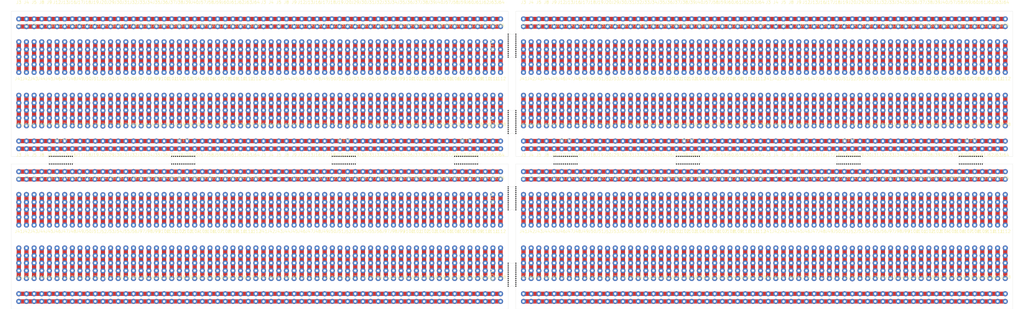
<source format=kicad_pcb>
(kicad_pcb (version 20240108) (generator "pcbnew") (generator_version "8.0")
  (layers (0 "F.Cu" signal) (31 "B.Cu" signal) (34 "B.Paste" user) (35 "F.Paste" user) (36 "B.SilkS" user "B.Silkscreen") (37 "F.SilkS" user "F.Silkscreen") (38 "B.Mask" user) (39 "F.Mask" user) (44 "Edge.Cuts" user))
  (net 0 "")
  (net 1 "Net-(J1-Pin_1)")
  (net 2 "Net-(J2-Pin_1)")
  (net 3 "Net-(J6-Pin_1)")
  (net 4 "Net-(J7-Pin_1)")
  (net 5 "Net-(J10-Pin_1)")
  (net 6 "Net-(J11-Pin_1)")
  (net 7 "Net-(J14-Pin_1)")
  (net 8 "Net-(J15-Pin_1)")
  (net 9 "Net-(J21-Pin_1)")
  (net 10 "Net-(J22-Pin_1)")
  (net 11 "Net-(J23-Pin_1)")
  (net 12 "Net-(J24-Pin_1)")
  (net 13 "Net-(J25-Pin_1)")
  (net 14 "Net-(J26-Pin_1)")
  (net 15 "Net-(J27-Pin_1)")
  (net 16 "Net-(J28-Pin_1)")
  (net 17 "Net-(J41-Pin_1)")
  (net 18 "Net-(J42-Pin_1)")
  (net 19 "Net-(J43-Pin_1)")
  (net 20 "Net-(J44-Pin_1)")
  (net 21 "Net-(J45-Pin_1)")
  (net 22 "Net-(J46-Pin_1)")
  (net 23 "Net-(J47-Pin_1)")
  (net 24 "Net-(J48-Pin_1)")
  (net 25 "Net-(J49-Pin_1)")
  (net 26 "Net-(J50-Pin_1)")
  (net 27 "Net-(J51-Pin_1)")
  (net 28 "Net-(J52-Pin_1)")
  (net 29 "Net-(J53-Pin_1)")
  (net 30 "Net-(J54-Pin_1)")
  (net 31 "Net-(J55-Pin_1)")
  (net 32 "Net-(J56-Pin_1)")
  (net 33 "Net-(J81-Pin_1)")
  (net 34 "Net-(J82-Pin_1)")
  (net 35 "Net-(J83-Pin_1)")
  (net 36 "Net-(J84-Pin_1)")
  (net 37 "Net-(J85-Pin_1)")
  (net 38 "Net-(J86-Pin_1)")
  (net 39 "Net-(J87-Pin_1)")
  (net 40 "Net-(J88-Pin_1)")
  (net 41 "Net-(J89-Pin_1)")
  (net 42 "Net-(J90-Pin_1)")
  (net 43 "Net-(J91-Pin_1)")
  (net 44 "Net-(J92-Pin_1)")
  (net 45 "Net-(J93-Pin_1)")
  (net 46 "Net-(J94-Pin_1)")
  (net 47 "Net-(J95-Pin_1)")
  (net 48 "Net-(J96-Pin_1)")
  (net 49 "Net-(J97-Pin_1)")
  (net 50 "Net-(J98-Pin_1)")
  (net 51 "Net-(J99-Pin_1)")
  (net 52 "Net-(J100-Pin_1)")
  (net 53 "Net-(J101-Pin_1)")
  (net 54 "Net-(J102-Pin_1)")
  (net 55 "Net-(J103-Pin_1)")
  (net 56 "Net-(J104-Pin_1)")
  (net 57 "Net-(J105-Pin_1)")
  (net 58 "Net-(J106-Pin_1)")
  (net 59 "Net-(J107-Pin_1)")
  (net 60 "Net-(J108-Pin_1)")
  (net 61 "Net-(J109-Pin_1)")
  (net 62 "Net-(J110-Pin_1)")
  (net 63 "Net-(J111-Pin_1)")
  (net 64 "Net-(J112-Pin_1)")
  (net 65 "/GND")
  (net 66 "/VCC")
  (footprint "Library:prototype_1x02_P2.54" (layer "F.Cu") (at 363.22 83.82)
    (property "Reference" "J62")
    (property "Value" "Conn_01x02_Pin")
  )
  (footprint "Library:prototype_1x05_P2.54" (layer "F.Cu") (at 60.96 58.42)
    (property "Reference" "J49")
    (property "Value" "Conn_01x05_Pin")
  )
  (footprint "Library:prototype_1x05_P2.54" (layer "F.Cu") (at 119.38 40.64)
    (property "Reference" "J96")
    (property "Value" "Conn_01x05_Pin")
  )
  (footprint "Library:prototype_1x05_P2.54" (layer "F.Cu") (at 274.32 109.22)
    (property "Reference" "J107")
    (property "Value" "Conn_01x05_Pin")
  )
  (footprint "Library:prototype_1x02_P2.54" (layer "F.Cu") (at 160.02 83.82)
    (property "Reference" "J32")
    (property "Value" "Conn_01x02_Pin")
  )
  (footprint "Library:prototype_1x05_P2.54" (layer "F.Cu") (at 340.36 58.42)
    (property "Reference" "J101")
    (property "Value" "Conn_01x05_Pin")
  )
  (footprint "Library:prototype_1x02_P2.54" (layer "F.Cu") (at 248.92 83.82)
    (property "Reference" "J33")
    (property "Value" "Conn_01x02_Pin")
  )
  (footprint "Library:prototype_1x05_P2.54" (layer "F.Cu") (at 127 91.44)
    (property "Reference" "J6")
    (property "Value" "Conn_01x05_Pin")
  )
  (footprint "Library:prototype_1x05_P2.54" (layer "F.Cu") (at 220.98 58.42)
    (property "Reference" "J46")
    (property "Value" "Conn_01x05_Pin")
  )
  (footprint "Library:prototype_1x02_P2.54" (layer "F.Cu") (at 218.44 83.82)
    (property "Reference" "J9")
    (property "Value" "Conn_01x02_Pin")
  )
  (footprint "Library:prototype_1x05_P2.54" (layer "F.Cu") (at 187.96 109.22)
    (property "Reference" "J107")
    (property "Value" "Conn_01x05_Pin")
  )
  (footprint "Library:prototype_1x05_P2.54" (layer "F.Cu") (at 96.52 109.22)
    (property "Reference" "J103")
    (property "Value" "Conn_01x05_Pin")
  )
  (footprint "Library:prototype_1x02_P2.54" (layer "F.Cu") (at 241.3 73.66)
    (property "Reference" "J78")
    (property "Value" "Conn_01x02_Pin")
  )
  (footprint "Library:prototype_1x02_P2.54" (layer "F.Cu") (at 170.18 73.66)
    (property "Reference" "J116")
    (property "Value" "Conn_01x02_Pin")
  )
  (footprint "Library:prototype_1x05_P2.54" (layer "F.Cu") (at 231.14 109.22)
    (property "Reference" "J50")
    (property "Value" "Conn_01x05_Pin")
  )
  (footprint "Library:prototype_1x05_P2.54" (layer "F.Cu") (at 104.14 91.44)
    (property "Reference" "J90")
    (property "Value" "Conn_01x05_Pin")
  )
  (footprint "Library:prototype_1x05_P2.54" (layer "F.Cu") (at 325.12 109.22)
    (property "Reference" "J55")
    (property "Value" "Conn_01x05_Pin")
  )
  (footprint "Library:prototype_1x02_P2.54" (layer "F.Cu") (at 137.16 83.82)
    (property "Reference" "J13")
    (property "Value" "Conn_01x02_Pin")
  )
  (footprint "Library:prototype_1x05_P2.54" (layer "F.Cu") (at 223.52 40.64)
    (property "Reference" "J14")
    (property "Value" "Conn_01x05_Pin")
  )
  (footprint "Library:prototype_1x05_P2.54" (layer "F.Cu") (at 292.1 58.42)
    (property "Reference" "J42")
    (property "Value" "Conn_01x05_Pin")
  )
  (footprint "Library:prototype_1x05_P2.54" (layer "F.Cu") (at 129.54 91.44)
    (property "Reference" "J7")
    (property "Value" "Conn_01x05_Pin")
  )
  (footprint "Library:prototype_1x05_P2.54" (layer "F.Cu") (at 259.08 58.42)
    (property "Reference" "J101")
    (property "Value" "Conn_01x05_Pin")
  )
  (footprint "Library:prototype_1x02_P2.54" (layer "F.Cu") (at 248.92 33.02)
    (property "Reference" "J33")
    (property "Value" "Conn_01x02_Pin")
  )
  (footprint "Library:prototype_1x05_P2.54" (layer "F.Cu") (at 259.08 91.44)
    (property "Reference" "J85")
    (property "Value" "Conn_01x05_Pin")
  )
  (footprint "Library:prototype_1x05_P2.54" (layer "F.Cu") (at 350.52 40.64)
    (property "Reference" "J89")
    (property "Value" "Conn_01x05_Pin")
  )
  (footprint "Library:prototype_1x02_P2.54" (layer "F.Cu") (at 266.7 33.02)
    (property "Reference" "J40")
    (property "Value" "Conn_01x02_Pin")
  )
  (footprint "Library:prototype_1x02_P2.54" (layer "F.Cu") (at 223.52 83.82)
    (property "Reference" "J13")
    (property "Value" "Conn_01x02_Pin")
  )
  (footprint "Library:Edge_2.54mm_breakaway_tab" (layer "F.Cu") (at 262.89 80.01)
    (property "Reference" "REF**")
    (property "Value" "Edge_2.54mm_breakaway_tab")
    (fp_arc (start -5 -1.27) (mid -3.73 0) (end -5 1.27) (stroke (width 0.05)) (layer "Edge.Cuts"))
    (fp_arc (start 5 1.27) (mid 3.73 0) (end 5 -1.27) (stroke (width 0.05)) (layer "Edge.Cuts"))
  )
  (footprint "Library:prototype_1x05_P2.54" (layer "F.Cu") (at 320.04 91.44)
    (property "Reference" "J25")
    (property "Value" "Conn_01x05_Pin")
  )
  (footprint "Library:prototype_1x02_P2.54" (layer "F.Cu") (at 314.82 83.82)
    (property "Reference" "J19")
    (property "Value" "Conn_01x02_Pin")
  )
  (footprint "Library:prototype_1x02_P2.54" (layer "F.Cu") (at 127 73.66)
    (property "Reference" "J67")
    (property "Value" "Conn_01x02_Pin")
  )
  (footprint "Library:prototype_1x05_P2.54" (layer "F.Cu") (at 50.8 58.42)
    (property "Reference" "J45")
    (property "Value" "Conn_01x05_Pin")
  )
  (footprint "Library:prototype_1x02_P2.54" (layer "F.Cu") (at 248.92 124.46)
    (property "Reference" "J113")
    (property "Value" "Conn_01x02_Pin")
  )
  (footprint "Library:prototype_1x05_P2.54" (layer "F.Cu") (at 175.26 58.42)
    (property "Reference" "J102")
    (property "Value" "Conn_01x05_Pin")
  )
  (footprint "Library:prototype_1x02_P2.54" (layer "F.Cu") (at 154.94 73.66)
    (property "Reference" "J78")
    (property "Value" "Conn_01x02_Pin")
  )
  (footprint "Library:prototype_1x05_P2.54" (layer "F.Cu") (at 297.18 40.64)
    (property "Reference" "J7")
    (property "Value" "Conn_01x05_Pin")
  )
  (footprint "Library:prototype_1x02_P2.54" (layer "F.Cu") (at 256.54 83.82)
    (property "Reference" "J36")
    (property "Value" "Conn_01x02_Pin")
  )
  (footprint "Library:prototype_1x05_P2.54" (layer "F.Cu") (at 137.16 40.64)
    (property "Reference" "J14")
    (property "Value" "Conn_01x05_Pin")
  )
  (footprint "Library:prototype_1x02_P2.54" (layer "F.Cu") (at 246.38 73.66)
    (property "Reference" "J80")
    (property "Value" "Conn_01x02_Pin")
  )
  (footprint "Library:prototype_1x05_P2.54" (layer "F.Cu") (at 307.34 40.64)
    (property "Reference" "J15")
    (property "Value" "Conn_01x05_Pin")
  )
  (footprint "Library:prototype_1x02_P2.54" (layer "F.Cu") (at 93.98 73.66)
    (property "Reference" "J118")
    (property "Value" "Conn_01x02_Pin")
  )
  (footprint "Library:prototype_1x05_P2.54" (layer "F.Cu") (at 320.04 58.42)
    (property "Reference" "J53")
    (property "Value" "Conn_01x05_Pin")
  )
  (footprint "Library:prototype_1x02_P2.54" (layer "F.Cu") (at 340.36 83.82)
    (property "Reference" "J37")
    (property "Value" "Conn_01x02_Pin")
  )
  (footprint "Library:prototype_1x05_P2.54" (layer "F.Cu") (at 99.06 91.44)
    (property "Reference" "J88")
    (property "Value" "Conn_01x05_Pin")
  )
  (footprint "Library:prototype_1x05_P2.54" (layer "F.Cu") (at 167.64 40.64)
    (property "Reference" "J83")
    (property "Value" "Conn_01x05_Pin")
  )
  (footprint "Library:prototype_1x02_P2.54" (layer "F.Cu") (at 129.54 73.66)
    (property "Reference" "J68")
    (property "Value" "Conn_01x02_Pin")
  )
  (footprint "Library:prototype_1x02_P2.54" (layer "F.Cu") (at 149.86 83.82)
    (property "Reference" "J20")
    (property "Value" "Conn_01x02_Pin")
  )
  (footprint "Library:prototype_1x05_P2.54" (layer "F.Cu") (at 180.34 58.42)
    (property "Reference" "J104")
    (property "Value" "Conn_01x05_Pin")
  )
  (footprint "Library:prototype_1x05_P2.54" (layer "F.Cu") (at 160.02 91.44)
    (property "Reference" "J28")
    (property "Value" "Conn_01x05_Pin")
  )
  (footprint "Library:prototype_1x02_P2.54" (layer "F.Cu") (at 337.82 83.82)
    (property "Reference" "J36")
    (property "Value" "Conn_01x02_Pin")
  )
  (footprint "Library:prototype_1x05_P2.54" (layer "F.Cu") (at 160.02 40.64)
    (property "Reference" "J28")
    (property "Value" "Conn_01x05_Pin")
  )
  (footprint "Library:prototype_1x05_P2.54" (layer "F.Cu") (at 185.42 91.44)
    (property "Reference" "J90")
    (property "Value" "Conn_01x05_Pin")
  )
  (footprint "Library:prototype_1x02_P2.54" (layer "F.Cu") (at 264.16 83.82)
    (property "Reference" "J39")
    (property "Value" "Conn_01x02_Pin")
  )
  (footprint "Library:prototype_1x02_P2.54" (layer "F.Cu") (at 271.78 33.02)
    (property "Reference" "J58")
    (property "Value" "Conn_01x02_Pin")
  )
  (footprint "Library:prototype_1x05_P2.54" (layer "F.Cu") (at 281.94 40.64)
    (property "Reference" "J94")
    (property "Value" "Conn_01x05_Pin")
  )
  (footprint "Library:prototype_1x02_P2.54" (layer "F.Cu") (at 93.98 83.82)
    (property "Reference" "J38")
    (property "Value" "Conn_01x02_Pin")
  )
  (footprint "Library:prototype_1x02_P2.54" (layer "F.Cu") (at 358.14 124.46)
    (property "Reference" "J124")
    (property "Value" "Conn_01x02_Pin")
  )
  (footprint "Library:prototype_1x05_P2.54" (layer "F.Cu") (at 213.36 40.64)
    (property "Reference" "J6")
    (property "Value" "Conn_01x05_Pin")
  )
  (footprint "Library:prototype_1x05_P2.54" (layer "F.Cu") (at 101.6 58.42)
    (property "Reference" "J105")
    (property "Value" "Conn_01x05_Pin")
  )
  (footprint "Library:prototype_1x05_P2.54" (layer "F.Cu") (at 185.42 40.64)
    (property "Reference" "J90")
    (property "Value" "Conn_01x05_Pin")
  )
  (footprint "Library:prototype_1x02_P2.54" (layer "F.Cu") (at 365.76 83.82)
    (property "Reference" "J63")
    (property "Value" "Conn_01x02_Pin")
  )
  (footprint "Library:prototype_1x02_P2.54" (layer "F.Cu") (at 55.88 73.66)
    (property "Reference" "J71")
    (property "Value" "Conn_01x02_Pin")
  )
  (footprint "Library:prototype_1x05_P2.54" (layer "F.Cu") (at 81.28 40.64)
    (property "Reference" "J81")
    (property "Value" "Conn_01x05_Pin")
  )
  (footprint "Library:prototype_1x02_P2.54" (layer "F.Cu") (at 363.22 124.46)
    (property "Reference" "J126")
    (property "Value" "Conn_01x02_Pin")
  )
  (footprint "Library:prototype_1x05_P2.54" (layer "F.Cu") (at 337.82 109.22)
    (property "Reference" "J100")
    (property "Value" "Conn_01x05_Pin")
  )
  (footprint "Library:prototype_1x02_P2.54" (layer "F.Cu") (at 165.1 83.82)
    (property "Reference" "J34")
    (property "Value" "Conn_01x02_Pin")
  )
  (footprint "Library:prototype_1x05_P2.54" (layer "F.Cu") (at 215.9 91.44)
    (property "Reference" "J7")
    (property "Value" "Conn_01x05_Pin")
  )
  (footprint "Library:prototype_1x02_P2.54" (layer "F.Cu") (at 114.3 33.02)
    (property "Reference" "J62")
    (property "Value" "Conn_01x02_Pin")
  )
  (footprint "Library:prototype_1x05_P2.54" (layer "F.Cu") (at 256.54 109.22)
    (property "Reference" "J100")
    (property "Value" "Conn_01x05_Pin")
  )
  (footprint "Library:prototype_1x02_P2.54" (layer "F.Cu") (at 259.08 124.46)
    (property "Reference" "J117")
    (property "Value" "Conn_01x02_Pin")
  )
  (footprint "Library:prototype_1x02_P2.54" (layer "F.Cu") (at 360.68 33.02)
    (property "Reference" "J61")
    (property "Value" "Conn_01x02_Pin")
  )
  (footprint "Library:prototype_1x05_P2.54" (layer "F.Cu") (at 88.9 91.44)
    (property "Reference" "J84")
    (property "Value" "Conn_01x05_Pin")
  )
  (footprint "Library:prototype_1x02_P2.54" (layer "F.Cu") (at 266.7 124.46)
    (property "Reference" "J120")
    (property "Value" "Conn_01x02_Pin")
  )
  (footprint "Library:prototype_1x02_P2.54" (layer "F.Cu") (at 274.32 33.02)
    (property "Reference" "J59")
    (property "Value" "Conn_01x02_Pin")
  )
  (footprint "Library:prototype_1x02_P2.54" (layer "F.Cu") (at 269.24 124.46)
    (property "Reference" "J121")
    (property "Value" "Conn_01x02_Pin")
  )
  (footprint "Library:prototype_1x05_P2.54" (layer "F.Cu") (at 299.72 109.22)
    (property "Reference" "J45")
    (property "Value" "Conn_01x05_Pin")
  )
  (footprint "Library:prototype_1x02_P2.54" (layer "F.Cu") (at 88.9 33.02)
    (property "Reference" "J36")
    (property "Value" "Conn_01x02_Pin")
  )
  (footprint "Library:prototype_1x05_P2.54" (layer "F.Cu") (at 241.3 109.22)
    (property "Reference" "J54")
    (property "Value" "Conn_01x05_Pin")
  )
  (footprint "Library:prototype_1x02_P2.54" (layer "F.Cu") (at 340.36 124.46)
    (property "Reference" "J117")
    (property "Value" "Conn_01x02_Pin")
  )
  (footprint "Library:prototype_1x02_P2.54" (layer "F.Cu") (at 154.94 124.46)
    (property "Reference" "J78")
    (property "Value" "Conn_01x02_Pin")
  )
  (footprint "Library:prototype_1x02_P2.54" (layer "F.Cu") (at 165.1 73.66)
    (property "Reference" "J114")
    (property "Value" "Conn_01x02_Pin")
  )
  (footprint "Library:prototype_1x02_P2.54" (layer "F.Cu") (at 53.34 73.66)
    (property "Reference" "J70")
    (property "Value" "Conn_01x02_Pin")
  )
  (footprint "Library:prototype_1x05_P2.54" (layer "F.Cu") (at 355.6 58.42)
    (property "Reference" "J107")
    (property "Value" "Conn_01x05_Pin")
  )
  (footprint "Library:prototype_1x02_P2.54" (layer "F.Cu") (at 91.44 73.66)
    (property "Reference" "J117")
    (property "Value" "Conn_01x02_Pin")
  )
  (footprint "Library:prototype_1x02_P2.54" (layer "F.Cu") (at 317.5 124.46)
    (property "Reference" "J76")
    (property "Value" "Conn_01x02_Pin")
  )
  (footprint "Library:prototype_1x05_P2.54" (layer "F.Cu") (at 243.84 109.22)
    (property "Reference" "J55")
    (property "Value" "Conn_01x05_Pin")
  )
  (footprint "Library:prototype_1x05_P2.54" (layer "F.Cu") (at 281.94 58.42)
    (property "Reference" "J110")
    (property "Value" "Conn_01x05_Pin")
  )
  (footprint "Library:prototype_1x02_P2.54" (layer "F.Cu") (at 86.36 73.66)
    (property "Reference" "J115")
    (property "Value" "Conn_01x02_Pin")
  )
  (footprint "Library:prototype_1x02_P2.54" (layer "F.Cu") (at 198.12 124.46)
    (property "Reference" "J127")
    (property "Value" "Conn_01x02_Pin")
  )
  (footprint "Library:prototype_1x05_P2.54" (layer "F.Cu") (at 53.34 91.44)
    (property "Reference" "J11")
    (property "Value" "Conn_01x05_Pin")
  )
  (footprint "Library:prototype_1x05_P2.54" (layer "F.Cu") (at 134.62 58.42)
    (property "Reference" "J46")
    (property "Value" "Conn_01x05_Pin")
  )
  (footprint "Library:prototype_1x02_P2.54" (layer "F.Cu") (at 124.46 83.82)
    (property "Reference" "J4")
    (property "Value" "Conn_01x02_Pin")
  )
  (footprint "Library:prototype_1x05_P2.54" (layer "F.Cu") (at 246.38 58.42)
    (property "Reference" "J56")
    (property "Value" "Conn_01x05_Pin")
  )
  (footprint "Library:Edge_2.54mm_breakaway_tab" (layer "F.Cu") (at 204.47 67.31 90)
    (property "Reference" "REF**")
    (property "Value" "Edge_2.54mm_breakaway_tab")
    (fp_arc (start -5 -1.27) (mid -3.73 0) (end -5 1.27) (stroke (width 0.05)) (layer "Edge.Cuts"))
    (fp_arc (start 5 1.27) (mid 3.73 0) (end 5 -1.27) (stroke (width 0.05)) (layer "Edge.Cuts"))
  )
  (footprint "Library:prototype_1x05_P2.54" (layer "F.Cu") (at 172.72 91.44)
    (property "Reference" "J85")
    (property "Value" "Conn_01x05_Pin")
  )
  (footprint "Library:prototype_1x05_P2.54" (layer "F.Cu") (at 182.88 58.42)
    (property "Reference" "J105")
    (property "Value" "Conn_01x05_Pin")
  )
  (footprint "Library:prototype_1x05_P2.54" (layer "F.Cu") (at 220.98 40.64)
    (property "Reference" "J11")
    (property "Value" "Conn_01x05_Pin")
  )
  (footprint "Library:prototype_1x02_P2.54" (layer "F.Cu") (at 167.64 124.46)
    (property "Reference" "J115")
    (property "Value" "Conn_01x02_Pin")
  )
  (footprint "Library:prototype_1x05_P2.54" (layer "F.Cu") (at 297.18 58.42)
    (property "Reference" "J44")
    (property "Value" "Conn_01x05_Pin")
  )
  (footprint "Library:prototype_1x05_P2.54" (layer "F.Cu") (at 119.38 91.44)
    (property "Reference" "J96")
    (property "Value" "Conn_01x05_Pin")
  )
  (footprint "Library:prototype_1x02_P2.54" (layer "F.Cu") (at 99.06 124.46)
    (property "Reference" "J120")
    (property "Value" "Conn_01x02_Pin")
  )
  (footprint "Library:prototype_1x05_P2.54" (layer "F.Cu") (at 312.42 91.44)
    (property "Reference" "J22")
    (property "Value" "Conn_01x05_Pin")
  )
  (footprint "Library:prototype_1x02_P2.54" (layer "F.Cu") (at 43.18 73.66)
    (property "Reference" "J66")
    (property "Value" "Conn_01x02_Pin")
  )
  (footprint "Library:prototype_1x02_P2.54" (layer "F.Cu") (at 210.82 83.82)
    (property "Reference" "J4")
    (property "Value" "Conn_01x02_Pin")
  )
  (footprint "Library:prototype_1x05_P2.54" (layer "F.Cu") (at 345.44 58.42)
    (property "Reference" "J103")
    (property "Value" "Conn_01x05_Pin")
  )
  (footprint "Library:prototype_1x02_P2.54" (layer "F.Cu") (at 114.3 83.82)
    (property "Reference" "J62")
    (property "Value" "Conn_01x02_Pin")
  )
  (footprint "Library:prototype_1x02_P2.54" (layer "F.Cu") (at 340.36 73.66)
    (property "Reference" "J117")
    (property "Value" "Conn_01x02_Pin")
  )
  (footprint "Library:prototype_1x05_P2.54" (layer "F.Cu") (at 149.86 40.72)
    (property "Reference" "J24")
    (property "Value" "Conn_01x05_Pin")
  )
  (footprint "Library:prototype_1x05_P2.54" (layer "F.Cu") (at 50.8 109.22)
    (property "Reference" "J45")
    (property "Value" "Conn_01x05_Pin")
  )
  (footprint "Library:prototype_1x05_P2.54" (layer "F.Cu") (at 43.18 109.22)
    (property "Reference" "J42")
    (property "Value" "Conn_01x05_Pin")
  )
  (footprint "Library:prototype_1x02_P2.54" (layer "F.Cu") (at 347.98 73.66)
    (property "Reference" "J120")
    (property "Value" "Conn_01x02_Pin")
  )
  (footprint "Library:prototype_1x05_P2.54" (layer "F.Cu") (at 360.68 58.42)
    (property "Reference" "J109")
    (property "Value" "Conn_01x05_Pin")
  )
  (footprint "Library:prototype_1x05_P2.54" (layer "F.Cu") (at 299.72 40.64)
    (property "Reference" "J10")
    (property "Value" "Conn_01x05_Pin")
  )
  (footprint "Library:prototype_1x02_P2.54" (layer "F.Cu") (at 116.84 124.46)
    (property "Reference" "J127")
    (property "Value" "Conn_01x02_Pin")
  )
  (footprint "Library:prototype_1x05_P2.54" (layer "F.Cu") (at 274.32 40.64)
    (property "Reference" "J91")
    (property "Value" "Conn_01x05_Pin")
  )
  (footprint "Library:prototype_1x02_P2.54" (layer "F.Cu") (at 345.44 33.02)
    (property "Reference" "J39")
    (property "Value" "Conn_01x02_Pin")
  )
  (footprint "Library:prototype_1x02_P2.54" (layer "F.Cu") (at 157.48 124.46)
    (property "Reference" "J79")
    (property "Value" "Conn_01x02_Pin")
  )
  (footprint "Library:prototype_1x05_P2.54" (layer "F.Cu") (at 106.68 109.22)
    (property "Reference" "J107")
    (property "Value" "Conn_01x05_Pin")
  )
  (footprint "Library:prototype_1x05_P2.54" (layer "F.Cu") (at 58.42 109.22)
    (property "Reference" "J48")
    (property "Value" "Conn_01x05_Pin")
  )
  (footprint "Library:prototype_1x05_P2.54" (layer "F.Cu") (at 238.76 91.44)
    (property "Reference" "J25")
    (property "Value" "Conn_01x05_Pin")
  )
  (footprint "Library:prototype_1x05_P2.54" (layer "F.Cu") (at 106.68 91.44)
    (property "Reference" "J91")
    (property "Value" "Conn_01x05_Pin")
  )
  (footprint "Library:prototype_1x05_P2.54" (layer "F.Cu") (at 284.48 40.64)
    (property "Reference" "J95")
    (property "Value" "Conn_01x05_Pin")
  )
  (footprint "Library:prototype_1x05_P2.54" (layer "F.Cu") (at 213.36 91.44)
    (property "Reference" "J6")
    (property "Value" "Conn_01x05_Pin")
  )
  (footprint "Library:prototype_1x02_P2.54" (layer "F.Cu") (at 182.88 73.66)
    (property "Reference" "J121")
    (property "Value" "Conn_01x02_Pin")
  )
  (footprint "Library:prototype_1x05_P2.54" (layer "F.Cu") (at 68.58 40.72)
    (property "Reference" "J24")
    (property "Value" "Conn_01x05_Pin")
  )
  (footprint "Library:prototype_1x05_P2.54" (layer "F.Cu") (at 276.86 91.44)
    (property "Reference" "J92")
    (property "Value" "Conn_01x05_Pin")
  )
  (footprint "Library:prototype_1x05_P2.54" (layer "F.Cu") (at 347.98 58.42)
    (property "Reference" "J104")
    (property "Value" "Conn_01x05_Pin")
  )
  (footprint "Library:prototype_1x05_P2.54" (layer "F.Cu") (at 127 109.22)
    (property "Reference" "J43")
    (property "Value" "Conn_01x05_Pin")
  )
  (footprint "Library:prototype_1x02_P2.54" (layer "F.Cu") (at 271.78 73.66)
    (property "Reference" "J122")
    (property "Value" "Conn_01x02_Pin")
  )
  (footprint "Library:prototype_1x05_P2.54" (layer "F.Cu") (at 180.34 40.64)
    (property "Reference" "J88")
    (property "Value" "Conn_01x05_Pin")
  )
  (footprint "Library:prototype_1x02_P2.54" (layer "F.Cu") (at 254 83.82)
    (property "Reference" "J35")
    (property "Value" "Conn_01x02_Pin")
  )
  (footprint "Library:prototype_1x02_P2.54" (layer "F.Cu") (at 220.98 83.82)
    (property "Reference" "J12")
    (property "Value" "Conn_01x02_Pin")
  )
  (footprint "Library:prototype_1x05_P2.54" (layer "F.Cu") (at 121.92 58.42)
    (property "Reference" "J41")
    (property "Value" "Conn_01x05_Pin")
  )
  (footprint "Library:prototype_1x05_P2.54" (layer "F.Cu") (at 40.64 109.22)
    (property "Reference" "J41")
    (property "Value" "Conn_01x05_Pin")
  )
  (footprint "Library:prototype_1x02_P2.54" (layer "F.Cu") (at 180.34 73.66)
    (property "Reference" "J120")
    (property "Value" "Conn_01x02_Pin")
  )
  (footprint "Library:prototype_1x02_P2.54" (layer "F.Cu") (at 208.28 33.02)
    (property "Reference" "J3")
    (property "Value" "Conn_01x02_Pin")
  )
  (footprint "Library:prototype_1x02_P2.54" (layer "F.Cu") (at 213.36 73.66)
    (property "Reference" "J67")
    (property "Value" "Conn_01x02_Pin")
  )
  (footprint "Library:prototype_1x02_P2.54" (layer "F.Cu") (at 104.14 124.46)
    (property "Reference" "J122")
    (property "Value" "Conn_01x02_Pin")
  )
  (footprint "Library:prototype_1x02_P2.54" (layer "F.Cu") (at 297.18 73.66)
    (property "Reference" "J68")
    (property "Value" "Conn_01x02_Pin")
  )
  (footprint "Library:prototype_1x02_P2.54" (layer "F.Cu") (at 294.64 33.02)
    (property "Reference" "J5")
    (property "Value" "Conn_01x02_Pin")
  )
  (footprint "Library:prototype_1x02_P2.54" (layer "F.Cu") (at 355.6 73.66)
    (property "Reference" "J123")
    (property "Value" "Conn_01x02_Pin")
  )
  (footprint "Library:prototype_1x02_P2.54" (layer "F.Cu") (at 152.4 33.02)
    (property "Reference" "J29")
    (property "Value" "Conn_01x02_Pin")
  )
  (footprint "Library:prototype_1x02_P2.54" (layer "F.Cu") (at 114.3 124.46)
    (property "Reference" "J126")
    (property "Value" "Conn_01x02_Pin")
  )
  (footprint "Library:prototype_1x05_P2.54" (layer "F.Cu") (at 147.32 40.64)
    (property "Reference" "J23")
    (property "Value" "Conn_01x05_Pin")
  )
  (footprint "Library:prototype_1x05_P2.54" (layer "F.Cu") (at 302.26 91.44)
    (property "Reference" "J11")
    (property "Value" "Conn_01x05_Pin")
  )
  (footprint "Library:prototype_1x02_P2.54" (layer "F.Cu") (at 88.9 124.46)
    (property "Reference" "J116")
    (property "Value" "Conn_01x02_Pin")
  )
  (footprint "Library:prototype_1x02_P2.54" (layer "F.Cu") (at 124.46 33.02)
    (property "Reference" "J4")
    (property "Value" "Conn_01x02_Pin")
  )
  (footprint "Library:prototype_1x05_P2.54" (layer "F.Cu") (at 307.34 58.42)
    (property "Reference" "J48")
    (property "Value" "Conn_01x05_Pin")
  )
  (footprint "Library:prototype_1x02_P2.54" (layer "F.Cu") (at 236.22 83.82)
    (property "Reference" "J20")
    (property "Value" "Conn_01x02_Pin")
  )
  (footprint "Library:prototype_1x02_P2.54" (layer "F.Cu") (at 243.84 83.82)
    (property "Reference" "J31")
    (property "Value" "Conn_01x02_Pin")
  )
  (footprint "Library:prototype_1x05_P2.54" (layer "F.Cu") (at 152.4 91.44)
    (property "Reference" "J25")
    (property "Value" "Conn_01x05_Pin")
  )
  (footprint "Library:prototype_1x05_P2.54" (layer "F.Cu") (at 353.06 91.44)
    (property "Reference" "J90")
    (property "Value" "Conn_01x05_Pin")
  )
  (footprint "Library:prototype_1x05_P2.54" (layer "F.Cu") (at 215.9 109.22)
    (property "Reference" "J44")
    (property "Value" "Conn_01x05_Pin")
  )
  (footprint "Library:prototype_1x05_P2.54" (layer "F.Cu") (at 241.3 58.42)
    (property "Reference" "J54")
    (property "Value" "Conn_01x05_Pin")
  )
  (footprint "Library:prototype_1x05_P2.54" (layer "F.Cu") (at 182.88 109.22)
    (property "Reference" "J105")
    (property "Value" "Conn_01x05_Pin")
  )
  (footprint "Library:prototype_1x02_P2.54" (layer "F.Cu") (at 327.66 33.02)
    (property "Reference" "J32")
    (property "Value" "Conn_01x02_Pin")
  )
  (footprint "Library:prototype_1x02_P2.54" (layer "F.Cu") (at 332.74 33.02)
    (property "Reference" "J34")
    (property "Value" "Conn_01x02_Pin")
  )
  (footprint "Library:prototype_1x02_P2.54" (layer "F.Cu") (at 335.28 73.66)
    (property "Reference" "J115")
    (property "Value" "Conn_01x02_Pin")
  )
  (footprint "Library:prototype_1x02_P2.54" (layer "F.Cu") (at 101.6 73.66)
    (property "Reference" "J121")
    (property "Value" "Conn_01x02_Pin")
  )
  (footprint "Library:prototype_1x02_P2.54" (layer "F.Cu") (at 187.96 124.46)
    (property "Reference" "J123")
    (property "Value" "Conn_01x02_Pin")
  )
  (footprint "Library:prototype_1x05_P2.54" (layer "F.Cu") (at 116.84 91.44)
    (property "Reference" "J95")
    (property "Value" "Conn_01x05_Pin")
  )
  (footprint "Library:prototype_1x02_P2.54" (layer "F.Cu") (at 119.38 33.02)
    (property "Reference" "J64")
    (property "Value" "Conn_01x02_Pin")
  )
  (footprint "Library:prototype_1x05_P2.54" (layer "F.Cu") (at 185.42 58.42)
    (property "Reference" "J106")
    (property "Value" "Conn_01x05_Pin")
  )
  (footprint "Library:prototype_1x02_P2.54" (layer "F.Cu") (at 342.9 73.66)
    (property "Reference" "J118")
    (property "Value" "Conn_01x02_Pin")
  )
  (footprint "Library:prototype_1x05_P2.54" (layer "F.Cu") (at 73.66 40.64)
    (property "Reference" "J26")
    (property "Value" "Conn_01x05_Pin")
  )
  (footprint "Library:prototype_1x05_P2.54" (layer "F.Cu") (at 322.58 91.44)
    (property "Reference" "J26")
    (property "Value" "Conn_01x05_Pin")
  )
  (footprint "Library:prototype_1x02_P2.54" (layer "F.Cu") (at 299.72 124.46)
    (property "Reference" "J69")
    (property "Value" "Conn_01x02_Pin")
  )
  (footprint "Library:prototype_1x05_P2.54" (layer "F.Cu") (at 187.96 40.64)
    (property "Reference" "J91")
    (property "Value" "Conn_01x05_Pin")
  )
  (footprint "Library:prototype_1x02_P2.54" (layer "F.Cu") (at 215.9 33.02)
    (property "Reference" "J8")
    (property "Value" "Conn_01x02_Pin")
  )
  (footprint "Library:prototype_1x02_P2.54" (layer "F.Cu") (at 76.2 124.46)
    (property "Reference" "J79")
    (property "Value" "Conn_01x02_Pin")
  )
  (footprint "Library:prototype_1x05_P2.54" (layer "F.Cu") (at 215.9 58.42)
    (property "Reference" "J44")
    (property "Value" "Conn_01x05_Pin")
  )
  (footprint "Library:prototype_1x05_P2.54" (layer "F.Cu") (at 358.14 109.22)
    (property "Reference" "J108")
    (property "Value" "Conn_01x05_Pin")
  )
  (footprint "Library:prototype_1x02_P2.54" (layer "F.Cu") (at 121.92 73.66)
    (property "Reference" "J65")
    (property "Value" "Conn_01x02_Pin")
  )
  (footprint "Library:prototype_1x05_P2.54" (layer "F.Cu") (at 157.48 91.44)
    (property "Reference" "J27")
    (property "Value" "Conn_01x05_Pin")
  )
  (footprint "Library:prototype_1x05_P2.54" (layer "F.Cu") (at 261.62 91.44)
    (property "Reference" "J86")
    (property "Value" "Conn_01x05_Pin")
  )
  (footprint "Library:prototype_1x02_P2.54" (layer "F.Cu") (at 187.96 83.82)
    (property "Reference" "J59")
    (property "Value" "Conn_01x02_Pin")
  )
  (footprint "Library:prototype_1x02_P2.54" (layer "F.Cu") (at 226.06 124.46)
    (property "Reference" "J72")
    (property "Value" "Conn_01x02_Pin")
  )
  (footprint "Library:prototype_1x05_P2.54" (layer "F.Cu") (at 208.28 109.22)
    (property "Reference" "J41")
    (property "Value" "Conn_01x05_Pin")
  )
  (footprint "Library:prototype_1x02_P2.54" (layer "F.Cu") (at 307.34 33.02)
    (property "Reference" "J16")
    (property "Value" "Conn_01x02_Pin")
  )
  (footprint "Library:prototype_1x05_P2.54" (layer "F.Cu") (at 256.54 91.44)
    (property "Reference" "J84")
    (property "Value" "Conn_01x05_Pin")
  )
  (footprint "Library:prototype_1x02_P2.54" (layer "F.Cu") (at 330.2 73.66)
    (property "Reference" "J113")
    (property "Value" "Conn_01x02_Pin")
  )
  (footprint "Library:prototype_1x02_P2.54" (layer "F.Cu") (at 215.9 73.66)
    (property "Reference" "J68")
    (property "Value" "Conn_01x02_Pin")
  )
  (footprint "Library:prototype_1x05_P2.54" (layer "F.Cu") (at 175.26 40.64)
    (property "Reference" "J86")
    (property "Value" "Conn_01x05_Pin")
  )
  (footprint "Library:prototype_1x05_P2.54" (layer "F.Cu") (at 342.9 91.44)
    (property "Reference" "J86")
    (property "Value" "Conn_01x05_Pin")
  )
  (footprint "Library:prototype_1x02_P2.54" (layer "F.Cu") (at 231.14 124.46)
    (property "Reference" "J74")
    (property "Value" "Conn_01x02_Pin")
  )
  (footprint "Library:prototype_1x02_P2.54" (layer "F.Cu") (at 172.72 73.66)
    (property "Reference" "J117")
    (property "Value" "Conn_01x02_Pin")
  )
  (footprint "Library:prototype_1x05_P2.54" (layer "F.Cu") (at 88.9 40.64)
    (property "Reference" "J84")
    (property "Value" "Conn_01x05_Pin")
  )
  (footprint "Library:prototype_1x05_P2.54" (layer "F.Cu") (at 337.82 91.44)
    (property "Reference" "J84")
    (property "Value" "Conn_01x05_Pin")
  )
  (footprint "Library:prototype_1x02_P2.54" (layer "F.Cu") (at 177.8 83.82)
    (property "Reference" "J39")
    (property "Value" "Conn_01x02_Pin")
  )
  (footprint "Library:prototype_1x02_P2.54" (layer "F.Cu") (at 320.04 73.66)
    (property "Reference" "J77")
    (property "Value" "Conn_01x02_Pin")
  )
  (footprint "Library:prototype_1x05_P2.54" (layer "F.Cu") (at 266.7 58.42)
    (property "Reference" "J104")
    (property "Value" "Conn_01x05_Pin")
  )
  (footprint "Library:prototype_1x05_P2.54" (layer "F.Cu") (at 208.28 91.44)
    (property "Reference" "J1")
    (property "Value" "Conn_01x05_Pin")
  )
  (footprint "Library:prototype_1x05_P2.54" (layer "F.Cu") (at 322.58 58.42)
    (property "Reference" "J54")
    (property "Value" "Conn_01x05_Pin")
  )
  (footprint "Library:prototype_1x02_P2.54" (layer "F.Cu") (at 292.1 73.66)
    (property "Reference" "J66")
    (property "Value" "Conn_01x02_Pin")
  )
  (footprint "Library:prototype_1x05_P2.54" (layer "F.Cu") (at 261.62 109.22)
    (property "Reference" "J102")
    (property "Value" "Conn_01x05_Pin")
  )
  (footprint "Library:prototype_1x02_P2.54" (layer "F.Cu") (at 91.44 83.82)
    (property "Reference" "J37")
    (property "Value" "Conn_01x02_Pin")
  )
  (footprint "Library:prototype_1x02_P2.54" (layer "F.Cu") (at 129.54 124.46)
    (property "Reference" "J68")
    (property "Value" "Conn_01x02_Pin")
  )
  (footprint "Library:prototype_1x05_P2.54" (layer "F.Cu") (at 284.48 58.42)
    (property "Reference" "J111")
    (property "Value" "Conn_01x05_Pin")
  )
  (footprint "Library:prototype_1x02_P2.54" (layer "F.Cu") (at 360.68 73.66)
    (property "Reference" "J125")
    (property "Value" "Conn_01x02_Pin")
  )
  (footprint "Library:prototype_1x05_P2.54" (layer "F.Cu") (at 193.04 91.44)
    (property "Reference" "J93")
    (property "Value" "Conn_01x05_Pin")
  )
  (footprint "Library:prototype_1x05_P2.54" (layer "F.Cu") (at 294.64 58.42)
    (property "Reference" "J43")
    (property "Value" "Conn_01x05_Pin")
  )
  (footprint "Library:prototype_1x02_P2.54" (layer "F.Cu") (at 185.42 124.46)
    (property "Reference" "J122")
    (property "Value" "Conn_01x02_Pin")
  )
  (footprint "Library:prototype_1x02_P2.54" (layer "F.Cu") (at 190.5 83.82)
    (property "Reference" "J60")
    (property "Value" "Conn_01x02_Pin")
  )
  (footprint "Library:prototype_1x05_P2.54" (layer "F.Cu") (at 276.86 40.64)
    (property "Reference" "J92")
    (property "Value" "Conn_01x05_Pin")
  )
  (footprint "Library:prototype_1x05_P2.54" (layer "F.Cu") (at 271.78 40.64)
    (property "Reference" "J90")
    (property "Value" "Conn_01x05_Pin")
  )
  (footprint "Library:Edge_2.54mm_breakaway_tab" (layer "F.Cu") (at 54.61 80.01)
    (property "Reference" "REF**")
    (property "Value" "Edge_2.54mm_breakaway_tab")
    (fp_arc (start -5 -1.27) (mid -3.73 0) (end -5 1.27) (stroke (width 0.05)) (layer "Edge.Cuts"))
    (fp_arc (start 5 1.27) (mid 3.73 0) (end 5 -1.27) (stroke (width 0.05)) (layer "Edge.Cuts"))
  )
  (footprint "Library:prototype_1x02_P2.54" (layer "F.Cu") (at 236.22 124.46)
    (property "Reference" "J76")
    (property "Value" "Conn_01x02_Pin")
  )
  (footprint "Library:prototype_1x02_P2.54" (layer "F.Cu") (at 304.8 124.46)
    (property "Reference" "J71")
    (property "Value" "Conn_01x02_Pin")
  )
  (footprint "Library:prototype_1x02_P2.54" (layer "F.Cu") (at 172.72 124.46)
    (property "Reference" "J117")
    (property "Value" "Conn_01x02_Pin")
  )
  (footprint "Library:prototype_1x05_P2.54" (layer "F.Cu") (at 279.4 109.22)
    (property "Reference" "J109")
    (property "Value" "Conn_01x05_Pin")
  )
  (footprint "Library:prototype_1x02_P2.54" (layer "F.Cu") (at 45.72 33.02)
    (property "Reference" "J5")
    (property "Value" "Conn_01x02_Pin")
  )
  (footprint "Library:prototype_1x05_P2.54" (layer "F.Cu") (at 347.98 40.64)
    (property "Reference" "J88")
    (property "Value" "Conn_01x05_Pin")
  )
  (footprint "Library:prototype_1x02_P2.54" (layer "F.Cu") (at 154.94 33.02)
    (property "Reference" "J30")
    (property "Value" "Conn_01x02_Pin")
  )
  (footprint "Library:prototype_1x05_P2.54" (layer "F.Cu") (at 132.08 109.22)
    (property "Reference" "J45")
    (property "Value" "Conn_01x05_Pin")
  )
  (footprint "Library:prototype_1x05_P2.54" (layer "F.Cu") (at 200.66 91.44)
    (property "Reference" "J96")
    (property "Value" "Conn_01x05_Pin")
  )
  (footprint "Library:prototype_1x02_P2.54" (layer "F.Cu") (at 53.34 83.82)
    (property "Reference" "J12")
    (property "Value" "Conn_01x02_Pin")
  )
  (footprint "Library:prototype_1x02_P2.54" (layer "F.Cu") (at 137.16 33.02)
    (property "Reference" "J13")
    (property "Value" "Conn_01x02_Pin")
  )
  (footprint "Library:prototype_1x02_P2.54" (layer "F.Cu") (at 73.66 73.66)
    (property "Reference" "J78")
    (property "Value" "Conn_01x02_Pin")
  )
  (footprint "Library:prototype_1x02_P2.54" (layer "F.Cu") (at 40.64 124.46)
    (property "Reference" "J65")
    (property "Value" "Conn_01x02_Pin")
  )
  (footprint "Library:prototype_1x02_P2.54" (layer "F.Cu") (at 284.48 124.46)
    (property "Reference" "J127")
    (property "Value" "Conn_01x02_Pin")
  )
  (footprint "Library:prototype_1x02_P2.54" (layer "F.Cu") (at 231.14 73.66)
    (property "Reference" "J74")
    (property "Value" "Conn_01x02_Pin")
  )
  (footprint "Library:prototype_1x05_P2.54" (layer "F.Cu") (at 177.8 58.42)
    (property "Reference" "J103")
    (property "Value" "Conn_01x05_Pin")
  )
  (footprint "Library:prototype_1x05_P2.54" (layer "F.Cu") (at 251.46 91.44)
    (property "Reference" "J82")
    (property "Value" "Conn_01x05_Pin")
  )
  (footprint "Library:prototype_1x05_P2.54" (layer "F.Cu") (at 312.42 58.42)
    (property "Reference" "J50")
    (property "Value" "Conn_01x05_Pin")
  )
  (footprint "Library:prototype_1x02_P2.54" (layer "F.Cu") (at 226.06 73.66)
    (property "Reference" "J72")
    (property "Value" "Conn_01x02_Pin")
  )
  (footprint "Library:prototype_1x05_P2.54" (layer "F.Cu") (at 58.42 91.44)
    (property "Reference" "J15")
    (property "Value" "Conn_01x05_Pin")
  )
  (footprint "Library:prototype_1x02_P2.54" (layer "F.Cu") (at 104.14 73.66)
    (property "Reference" "J122")
    (property "Value" "Conn_01x02_Pin")
  )
  (footprint "Library:prototype_1x05_P2.54" (layer "F.Cu") (at 322.58 40.64)
    (property "Reference" "J26")
    (property "Value" "Conn_01x05_Pin")
  )
  (footprint "Library:prototype_1x02_P2.54" (layer "F.Cu") (at 322.58 124.46)
    (property "Reference" "J78")
    (property "Value" "Conn_01x02_Pin")
  )
  (footprint "Library:prototype_1x05_P2.54" (layer "F.Cu") (at 167.64 58.42)
    (property "Reference" "J99")
    (property "Value" "Conn_01x05_Pin")
  )
  (footprint "Library:prototype_1x02_P2.54" (layer "F.Cu") (at 309.74 33.02)
    (property "Reference" "J17")
    (property "Value" "Conn_01x02_Pin")
  )
  (footprint "Library:prototype_1x02_P2.54" (layer "F.Cu") (at 238.76 124.46)
    (property "Reference" "J77")
    (property "Value" "Conn_01x02_Pin")
  )
  (footprint "Library:prototype_1x05_P2.54" (layer "F.Cu") (at 195.58 109.22)
    (property "Reference" "J110")
    (property "Value" "Conn_01x05_Pin")
  )
  (footprint "Library:prototype_1x02_P2.54" (layer "F.Cu") (at 335.28 33.02)
    (property "Reference" "J35")
    (property "Value" "Conn_01x02_Pin")
  )
  (footprint "Library:prototype_1x02_P2.54" (layer "F.Cu") (at 53.34 124.46)
    (property "Reference" "J70")
    (property "Value" "Conn_01x02_Pin")
  )
  (footprint "Library:prototype_1x05_P2.54" (layer "F.Cu") (at 340.36 109.22)
    (property "Reference" "J101")
    (property "Value" "Conn_01x05_Pin")
  )
  (footprint "Library:prototype_1x05_P2.54" (layer "F.Cu") (at 309.88 40.64)
    (property "Reference" "J21")
    (property "Value" "Conn_01x05_Pin")
  )
  (footprint "Library:prototype_1x05_P2.54" (layer "F.Cu") (at 368.3 91.44)
    (property "Reference" "J96")
    (property "Value" "Conn_01x05_Pin")
  )
  (footprint "Library:prototype_1x02_P2.54" (layer "F.Cu") (at 345.44 124.46)
    (property "Reference" "J119")
    (property "Value" "Conn_01x02_Pin")
  )
  (footprint "Library:prototype_1x02_P2.54" (layer "F.Cu") (at 307.34 73.66)
    (property "Reference" "J72")
    (property "Value" "Conn_01x02_Pin")
  )
  (footprint "Library:prototype_1x02_P2.54" (layer "F.Cu") (at 345.44 73.66)
    (property "Reference" "J119")
    (property "Value" "Conn_01x02_Pin")
  )
  (footprint "Library:prototype_1x02_P2.54" (layer "F.Cu") (at 81.28 124.46)
    (property "Reference" "J113")
    (property "Value" "Conn_01x02_Pin")
  )
  (footprint "Library:prototype_1x02_P2.54" (layer "F.Cu") (at 220.98 73.66)
    (property "Reference" "J70")
    (property "Value" "Conn_01x02_Pin")
  )
  (footprint "Library:prototype_1x05_P2.54" (layer "F.Cu") (at 299.72 58.42)
    (property "Reference" "J45")
    (property "Value" "Conn_01x05_Pin")
  )
  (footprint "Library:prototype_1x05_P2.54" (layer "F.Cu") (at 172.72 40.64)
    (property "Reference" "J85")
    (property "Value" "Conn_01x05_Pin")
  )
  (footprint "Library:prototype_1x05_P2.54" (layer "F.Cu") (at 198.12 40.64)
    (property "Reference" "J95")
    (property "Value" "Conn_01x05_Pin")
  )
  (footprint "Library:prototype_1x02_P2.54" (layer "F.Cu") (at 325.12 83.82)
    (property "Reference" "J31")
    (property "Value" "Conn_01x02_Pin")
  )
  (footprint "Library:prototype_1x02_P2.54" (layer "F.Cu") (at 231 83.82)
    (property "Reference" "J18")
    (property "Value" "Conn_01x02_Pin")
  )
  (footprint "Library:prototype_1x05_P2.54" (layer "F.Cu") (at 248.92 91.44)
    (property "Reference" "J81")
    (property "Value" "Conn_01x05_Pin")
  )
  (footprint "Library:prototype_1x05_P2.54" (layer "F.Cu") (at 287.02 40.64)
    (property "Reference" "J96")
    (property "Value" "Conn_01x05_Pin")
  )
  (footprint "Library:prototype_1x05_P2.54" (layer "F.Cu") (at 40.64 58.42)
    (property "Reference" "J41")
    (property "Value" "Conn_01x05_Pin")
  )
  (footprint "Library:prototype_1x05_P2.54" (layer "F.Cu") (at 114.3 91.44)
    (property "Reference" "J94")
    (property "Value" "Conn_01x05_Pin")
  )
  (footprint "Library:prototype_1x02_P2.54" (layer "F.Cu") (at 236.22 73.66)
    (property "Reference" "J76")
    (property "Value" "Conn_01x02_Pin")
  )
  (footprint "Library:prototype_1x02_P2.54" (layer "F.Cu") (at 335.28 83.82)
    (property "Reference" "J35")
    (property "Value" "Conn_01x02_Pin")
  )
  (footprint "Library:prototype_1x02_P2.54" (layer "F.Cu") (at 264.16 33.02)
    (property "Reference" "J39")
    (property "Value" "Conn_01x02_Pin")
  )
  (footprint "Library:prototype_1x02_P2.54" (layer "F.Cu") (at 312.42 124.46)
    (property "Reference" "J74")
    (property "Value" "Conn_01x02_Pin")
  )
  (footprint "Library:prototype_1x02_P2.54" (layer "F.Cu") (at 200.66 73.66)
    (property "Reference" "J128")
    (property "Value" "Conn_01x02_Pin")
  )
  (footprint "Library:prototype_1x02_P2.54" (layer "F.Cu") (at 210.82 124.46)
    (property "Reference" "J66")
    (property "Value" "Conn_01x02_Pin")
  )
  (footprint "Library:prototype_1x05_P2.54" (layer "F.Cu") (at 139.7 109.22)
    (property "Reference" "J48")
    (property "Value" "Conn_01x05_Pin")
  )
  (footprint "Library:prototype_1x05_P2.54" (layer "F.Cu") (at 226.06 91.44)
    (property "Reference" "J15")
    (property "Value" "Conn_01x05_Pin")
  )
  (footprint "Library:prototype_1x02_P2.54" (layer "F.Cu") (at 106.68 33.02)
    (property "Reference" "J59")
    (property "Value" "Conn_01x02_Pin")
  )
  (footprint "Library:prototype_1x05_P2.54" (layer "F.Cu") (at 111.76 40.64)
    (property "Reference" "J93")
    (property "Value" "Conn_01x05_Pin")
  )
  (footprint "Library:prototype_1x05_P2.54" (layer "F.Cu") (at 223.52 91.44)
    (property "Reference" "J14")
    (property "Value" "Conn_01x05_Pin")
  )
  (footprint "Library:prototype_1x05_P2.54" (layer "F.Cu") (at 109.22 58.42)
    (property "Reference" "J108")
    (property "Value" "Conn_01x05_Pin")
  )
  (footprint "Library:prototype_1x02_P2.54" (layer "F.Cu") (at 65.9 33.02)
    (property "Reference" "J19")
    (property "Value" "Conn_01x02_Pin")
  )
  (footprint "Library:prototype_1x02_P2.54" (layer "F.Cu") (at 190.5 33.02)
    (property "Reference" "J60")
    (property "Value" "Conn_01x02_Pin")
  )
  (footprint "Library:prototype_1x02_P2.54" (layer "F.Cu") (at 312.28 83.82)
    (property "Reference" "J18")
    (property "Value" "Conn_01x02_Pin")
  )
  (footprint "Library:prototype_1x05_P2.54" (layer "F.Cu") (at 274.32 58.42)
    (property "Reference" "J107")
    (property "Value" "Conn_01x05_Pin")
  )
  (footprint "Library:prototype_1x02_P2.54" (layer "F.Cu") (at 304.8 73.66)
    (property "Reference" "J71")
    (property "Value" "Conn_01x02_Pin")
  )
  (footprint "Library:prototype_1x05_P2.54" (layer "F.Cu") (at 195.58 58.42)
    (property "Reference" "J110")
    (property "Value" "Conn_01x05_Pin")
  )
  (footprint "Library:prototype_1x02_P2.54" (layer "F.Cu") (at 302.26 83.82)
    (property "Reference" "J12")
    (property "Value" "Conn_01x02_Pin")
  )
  (footprint "Library:prototype_1x02_P2.54" (layer "F.Cu") (at 109.22 33.02)
    (property "Reference" "J60")
    (property "Value" "Conn_01x02_Pin")
  )
  (footprint "Library:prototype_1x02_P2.54" (layer "F.Cu") (at 99.06 73.66)
    (property "Reference" "J120")
    (property "Value" "Conn_01x02_Pin")
  )
  (footprint "Library:prototype_1x02_P2.54" (layer "F.Cu") (at 276.86 33.02)
    (property "Reference" "J60")
    (property "Value" "Conn_01x02_Pin")
  )
  (footprint "Library:prototype_1x05_P2.54" (layer "F.Cu") (at 223.52 109.22)
    (property "Reference" "J47")
    (property "Value" "Conn_01x05_Pin")
  )
  (footprint "Library:prototype_1x02_P2.54" (layer "F.Cu") (at 254 73.66)
    (property "Reference" "J115")
    (property "Value" "Conn_01x02_Pin")
  )
  (footprint "Library:prototype_1x05_P2.54" (layer "F.Cu") (at 93.98 91.44)
    (property "Reference" "J86")
    (property "Value" "Conn_01x05_Pin")
  )
  (footprint "Library:prototype_1x05_P2.54" (layer "F.Cu") (at 48.26 109.22)
    (property "Reference" "J44")
    (property "Value" "Conn_01x05_Pin")
  )
  (footprint "Library:prototype_1x05_P2.54" (layer "F.Cu") (at 187.96 91.44)
    (property "Reference" "J91")
    (property "Value" "Conn_01x05_Pin")
  )
  (footprint "Library:prototype_1x02_P2.54" (layer "F.Cu") (at 327.66 124.46)
    (property "Reference" "J80")
    (property "Value" "Conn_01x02_Pin")
  )
  (footprint "Library:prototype_1x02_P2.54" (layer "F.Cu") (at 292.1 33.02)
    (property "Reference" "J4")
    (property "Value" "Conn_01x02_Pin")
  )
  (footprint "Library:prototype_1x02_P2.54" (layer "F.Cu") (at 228.6 124.46)
    (property "Reference" "J73")
    (property "Value" "Conn_01x02_Pin")
  )
  (footprint "Library:prototype_1x05_P2.54" (layer "F.Cu") (at 264.16 109.22)
    (property "Reference" "J103")
    (property "Value" "Conn_01x05_Pin")
  )
  (footprint "Library:prototype_1x05_P2.54" (layer "F.Cu") (at 71.12 109.22)
    (property "Reference" "J53")
    (property "Value" "Conn_01x05_Pin")
  )
  (footprint "Library:prototype_1x05_P2.54" (layer "F.Cu") (at 251.46 109.22)
    (property "Reference" "J98")
    (property "Value" "Conn_01x05_Pin")
  )
  (footprint "Library:prototype_1x05_P2.54" (layer "F.Cu") (at 170.18 58.42)
    (property "Reference" "J100")
    (property "Value" "Conn_01x05_Pin")
  )
  (footprint "Library:prototype_1x05_P2.54" (layer "F.Cu") (at 162.56 58.42)
    (property "Reference" "J97")
    (property "Value" "Conn_01x05_Pin")
  )
  (footprint "Library:prototype_1x05_P2.54" (layer "F.Cu") (at 76.2 40.64)
    (property "Reference" "J27")
    (property "Value" "Conn_01x05_Pin")
  )
  (footprint "Library:prototype_1x02_P2.54" (layer "F.Cu") (at 358.14 73.66)
    (property "Reference" "J124")
    (property "Value" "Conn_01x02_Pin")
  )
  (footprint "Library:prototype_1x02_P2.54" (layer "F.Cu") (at 281.94 124.46)
    (property "Reference" "J126")
    (property "Value" "Conn_01x02_Pin")
  )
  (footprint "Library:prototype_1x05_P2.54" (layer "F.Cu") (at 139.7 40.64)
    (property "Reference" "J15")
    (property "Value" "Conn_01x05_Pin")
  )
  (footprint "Library:prototype_1x02_P2.54" (layer "F.Cu") (at 60.96 73.66)
    (property "Reference" "J73")
    (property "Value" "Conn_01x02_Pin")
  )
  (footprint "Library:prototype_1x02_P2.54" (layer "F.Cu") (at 360.68 124.46)
    (property "Reference" "J125")
    (property "Value" "Conn_01x02_Pin")
  )
  (footprint "Library:prototype_1x02_P2.54" (layer "F.Cu") (at 66.04 124.46)
    (property "Reference" "J75")
    (property "Value" "Conn_01x02_Pin")
  )
  (footprint "Library:prototype_1x02_P2.54" (layer "F.Cu") (at 88.9 73.66)
    (property "Reference" "J116")
    (property "Value" "Conn_01x02_Pin")
  )
  (footprint "Library:prototype_1x02_P2.54" (layer "F.Cu") (at 363.22 33.02)
    (property "Reference" "J62")
    (property "Value" "Conn_01x02_Pin")
  )
  (footprint "Library:prototype_1x05_P2.54" (layer "F.Cu") (at 335.28 91.44)
    (property "Reference" "J83")
    (property "Value" "Conn_01x05_Pin")
  )
  (footprint "Library:prototype_1x02_P2.54" (layer "F.Cu") (at 195.58 73.66)
    (property "Reference" "J126")
    (property "Value" "Conn_01x02_Pin")
  )
  (footprint "Library:prototype_1x02_P2.54" (layer "F.Cu") (at 246.38 33.02)
    (property "Reference" "J32")
    (property "Value" "Conn_01x02_Pin")
  )
  (footprint "Library:prototype_1x05_P2.54" (layer "F.Cu") (at 142.24 109.22)
    (property "Reference" "J49")
    (property "Value" "Conn_01x05_Pin")
  )
  (footprint "Library:prototype_1x02_P2.54" (layer "F.Cu") (at 127 33.02)
    (property "Reference" "J5")
    (property "Value" "Conn_01x02_Pin")
  )
  (footprint "Library:prototype_1x02_P2.54" (layer "F.Cu") (at 330.2 83.82)
    (property "Reference" "J33")
    (property "Value" "Conn_01x02_Pin")
  )
  (footprint "Library:prototype_1x02_P2.54" (layer "F.Cu") (at 109.22 83.82)
    (property "Reference" "J60")
    (property "Value" "Conn_01x02_Pin")
  )
  (footprint "Library:prototype_1x05_P2.54" (layer "F.Cu") (at 248.92 109.22)
    (property "Reference" "J97")
    (property "Value" "Conn_01x05_Pin")
  )
  (footprint "Library:prototype_1x05_P2.54" (layer "F.Cu") (at 294.64 40.64)
    (property "Reference" "J6")
    (property "Value" "Conn_01x05_Pin")
  )
  (footprint "Library:prototype_1x05_P2.54" (layer "F.Cu") (at 91.44 91.44)
    (property "Reference" "J85")
    (property "Value" "Conn_01x05_Pin")
  )
  (footprint "Library:prototype_1x05_P2.54" (layer "F.Cu") (at 256.54 40.64)
    (property "Reference" "J84")
    (property "Value" "Conn_01x05_Pin")
  )
  (footprint "Library:prototype_1x05_P2.54" (layer "F.Cu") (at 177.8 109.22)
    (property "Reference" "J103")
    (property "Value" "Conn_01x05_Pin")
  )
  (footprint "Library:prototype_1x05_P2.54" (layer "F.Cu") (at 358.14 40.64)
    (property "Reference" "J92")
    (property "Value" "Conn_01x05_Pin")
  )
  (footprint "Library:prototype_1x05_P2.54" (layer "F.Cu") (at 96.52 40.64)
    (property "Reference" "J87")
    (property "Value" "Conn_01x05_Pin")
  )
  (footprint "Library:prototype_1x02_P2.54" (layer "F.Cu") (at 274.32 124.46)
    (property "Reference" "J123")
    (property "Value" "Conn_01x02_Pin")
  )
  (footprint "Library:prototype_1x05_P2.54" (layer "F.Cu") (at 198.12 91.44)
    (property "Reference" "J95")
    (property "Value" "Conn_01x05_Pin")
  )
  (footprint "Library:prototype_1x02_P2.54" (layer "F.Cu") (at 243.84 73.66)
    (property "Reference" "J79")
    (property "Value" "Conn_01x02_Pin")
  )
  (footprint "Library:prototype_1x05_P2.54" (layer "F.Cu") (at 345.44 40.64)
    (property "Reference" "J87")
    (property "Value" "Conn_01x05_Pin")
  )
  (footprint "Library:prototype_1x05_P2.54" (layer "F.Cu") (at 337.82 58.42)
    (property "Reference" "J100")
    (property "Value" "Conn_01x05_Pin")
  )
  (footprint "Library:prototype_1x02_P2.54" (layer "F.Cu") (at 132.08 124.46)
    (property "Reference" "J69")
    (property "Value" "Conn_01x02_Pin")
  )
  (footprint "Library:prototype_1x05_P2.54" (layer "F.Cu") (at 195.58 40.64)
    (property "Reference" "J94")
    (property "Value" "Conn_01x05_Pin")
  )
  (footprint "Library:prototype_1x02_P2.54" (layer "F.Cu") (at 284.48 73.66)
    (property "Reference" "J127")
    (property "Value" "Conn_01x02_Pin")
  )
  (footprint "Library:prototype_1x02_P2.54" (layer "F.Cu") (at 261.62 124.46)
    (property "Reference" "J118")
    (property "Value" "Conn_01x02_Pin")
  )
  (footprint "Library:prototype_1x02_P2.54" (layer "F.Cu") (at 157.48 83.82)
    (property "Reference" "J31")
    (property "Value" "Conn_01x02_Pin")
  )
  (footprint "Library:prototype_1x05_P2.54" (layer "F.Cu") (at 111.76 91.44)
    (property "Reference" "J93")
    (property "Value" "Conn_01x05_Pin")
  )
  (footprint "Library:prototype_1x05_P2.54" (layer "F.Cu") (at 284.48 109.22)
    (property "Reference" "J111")
    (property "Value" "Conn_01x05_Pin")
  )
  (footprint "Library:prototype_1x02_P2.54" (layer "F.Cu") (at 307.34 83.82)
    (property "Reference" "J16")
    (property "Value" "Conn_01x02_Pin")
  )
  (footprint "Library:prototype_1x02_P2.54" (layer "F.Cu") (at 223.52 124.46)
    (property "Reference" "J71")
    (property "Value" "Conn_01x02_Pin")
  )
  (footprint "Library:prototype_1x02_P2.54" (layer "F.Cu") (at 304.8 33.02)
    (property "Reference" "J13")
    (property "Value" "Conn_01x02_Pin")
  )
  (footprint "Library:prototype_1x05_P2.54" (layer "F.Cu") (at 231.14 58.42)
    (property "Reference" "J50")
    (property "Value" "Conn_01x05_Pin")
  )
  (footprint "Library:prototype_1x02_P2.54" (layer "F.Cu") (at 289.56 33.02)
    (property "Reference" "J3")
    (property "Value" "Conn_01x02_Pin")
  )
  (footprint "Library:prototype_1x02_P2.54" (layer "F.Cu") (at 287.02 124.46)
    (property "Reference" "J128")
    (property "Value" "Conn_01x02_Pin")
  )
  (footprint "Library:prototype_1x02_P2.54" (layer "F.Cu") (at 337.82 73.66)
    (property "Reference" "J116")
    (property "Value" "Conn_01x02_Pin")
  )
  (footprint "Library:prototype_1x05_P2.54" (layer "F.Cu") (at 210.82 91.44)
    (property "Reference" "J2")
    (property "Value" "Conn_01x05_Pin")
  )
  (footprint "Library:prototype_1x05_P2.54" (layer "F.Cu") (at 327.66 58.42)
    (property "Reference" "J56")
    (property "Value" "Conn_01x05_Pin")
  )
  (footprint "Library:prototype_1x02_P2.54" (layer "F.Cu") (at 58.42 33.02)
    (property "Reference" "J16")
    (property "Value" "Conn_01x02_Pin")
  )
  (footprint "Library:prototype_1x05_P2.54" (layer "F.Cu") (at 200.66 40.64)
    (property "Reference" "J96")
    (property "Value" "Conn_01x05_Pin")
  )
  (footprint "Library:prototype_1x02_P2.54" (layer "F.Cu") (at 129.54 83.82)
    (property "Reference" "J8")
    (property "Value" "Conn_01x02_Pin")
  )
  (footprint "Library:prototype_1x02_P2.54" (layer "F.Cu") (at 71.12 124.46)
    (property "Reference" "J77")
    (property "Value" "Conn_01x02_Pin")
  )
  (footprint "Library:prototype_1x02_P2.54" (layer "F.Cu") (at 243.84 33.02)
    (property "Reference" "J31")
    (property "Value" "Conn_01x02_Pin")
  )
  (footprint "Library:prototype_1x02_P2.54" (layer "F.Cu") (at 55.88 83.82)
    (property "Reference" "J13")
    (property "Value" "Conn_01x02_Pin")
  )
  (footprint "Library:prototype_1x05_P2.54" (layer "F.Cu") (at 213.36 109.22)
    (property "Reference" "J43")
    (property "Value" "Conn_01x05_Pin")
  )
  (footprint "Library:prototype_1x02_P2.54" (layer "F.Cu") (at 307.34 124.46)
    (property "Reference" "J72")
    (property "Value" "Conn_01x02_Pin")
  )
  (footprint "Library:prototype_1x05_P2.54" (layer "F.Cu") (at 63.5 40.64)
    (property "Reference" "J22")
    (property "Value" "Conn_01x05_Pin")
  )
  (footprint "Library:prototype_1x02_P2.54" (layer "F.Cu") (at 121.92 33.02)
    (property "Reference" "J3")
    (property "Value" "Conn_01x02_Pin")
  )
  (footprint "Library:prototype_1x02_P2.54" (layer "F.Cu") (at 266.7 83.82)
    (property "Reference" "J40")
    (property "Value" "Conn_01x02_Pin")
  )
  (footprint "Library:prototype_1x02_P2.54" (layer "F.Cu") (at 350.52 73.66)
    (property "Reference" "J121")
    (property "Value" "Conn_01x02_Pin")
  )
  (footprint "Library:prototype_1x05_P2.54" (layer "F.Cu") (at 144.78 40.64)
    (property "Reference" "J22")
    (property "Value" "Conn_01x05_Pin")
  )
  (footprint "Library:prototype_1x02_P2.54" (layer "F.Cu") (at 353.06 83.82)
    (property "Reference" "J58")
    (property "Value" "Conn_01x02_Pin")
  )
  (footprint "Library:prototype_1x02_P2.54" (layer "F.Cu") (at 167.64 73.66)
    (property "Reference" "J115")
    (property "Value" "Conn_01x02_Pin")
  )
  (footprint "Library:prototype_1x05_P2.54" (layer "F.Cu") (at 78.74 91.44)
    (property "Reference" "J28")
    (property "Value" "Conn_01x05_Pin")
  )
  (footprint "Library:prototype_1x05_P2.54" (layer "F.Cu") (at 332.74 58.42)
    (property "Reference" "J98")
    (property "Value" "Conn_01x05_Pin")
  )
  (footprint "Library:prototype_1x05_P2.54" (layer "F.Cu") (at 111.76 109.22)
    (property "Reference" "J109")
    (property "Value" "Conn_01x05_Pin")
  )
  (footprint "Library:prototype_1x02_P2.54" (layer "F.Cu") (at 363.22 73.66)
    (property "Reference" "J126")
    (property "Value" "Conn_01x02_Pin")
  )
  (footprint "Library:prototype_1x02_P2.54" (layer "F.Cu") (at 271.78 83.82)
    (property "Reference" "J58")
    (property "Value" "Conn_01x02_Pin")
  )
  (footprint "Library:prototype_1x05_P2.54" (layer "F.Cu") (at 88.9 58.42)
    (property "Reference" "J100")
    (property "Value" "Conn_01x05_Pin")
  )
  (footprint "Library:prototype_1x02_P2.54" (layer "F.Cu") (at 83.82 124.46)
    (property "Reference" "J114")
    (property "Value" "Conn_01x02_Pin")
  )
  (footprint "Library:prototype_1x05_P2.54" (layer "F.Cu") (at 152.4 40.64)
    (property "Reference" "J25")
    (property "Value" "Conn_01x05_Pin")
  )
  (footprint "Library:prototype_1x05_P2.54" (layer "F.Cu") (at 63.5 91.44)
    (property "Reference" "J22")
    (property "Value" "Conn_01x05_Pin")
  )
  (footprint "Library:prototype_1x05_P2.54" (layer "F.Cu") (at 218.44 109.22)
    (property "Reference" "J45")
    (property "Value" "Conn_01x05_Pin")
  )
  (footprint "Library:prototype_1x05_P2.54" (layer "F.Cu") (at 243.84 91.44)
    (property "Reference" "J27")
    (property "Value" "Conn_01x05_Pin")
  )
  (footprint "Library:prototype_1x02_P2.54" (layer "F.Cu") (at 45.72 124.46)
    (property "Reference" "J67")
    (property "Value" "Conn_01x02_Pin")
  )
  (footprint "Library:prototype_1x05_P2.54" (layer "F.Cu") (at 76.2 58.42)
    (property "Reference" "J55")
    (property "Value" "Conn_01x05_Pin")
  )
  (footprint "Library:prototype_1x05_P2.54" (layer "F.Cu") (at 289.56 91.44)
    (property "Reference" "J1")
    (property "Value" "Conn_01x05_Pin")
  )
  (footprint "Library:prototype_1x05_P2.54" (layer "F.Cu") (at 198.12 58.42)
    (property "Reference" "J111")
    (property "Value" "Conn_01x05_Pin")
  )
  (footprint "Library:prototype_1x02_P2.54" (layer "F.Cu") (at 162.56 83.82)
    (property "Reference" "J33")
    (property "Value" "Conn_01x02_Pin")
  )
  (footprint "Library:prototype_1x02_P2.54" (layer "F.Cu") (at 355.6 124.46)
    (property "Reference" "J123")
    (property "Value" "Conn_01x02_Pin")
  )
  (footprint "Library:prototype_1x02_P2.54" (layer "F.Cu") (at 218.44 73.66)
    (property "Reference" "J69")
    (property "Value" "Conn_01x02_Pin")
  )
  (footprint "Library:prototype_1x05_P2.54" (layer "F.Cu") (at 360.68 40.64)
    (property "Reference" "J93")
    (property "Value" "Conn_01x05_Pin")
  )
  (footprint "Library:prototype_1x02_P2.54" (layer "F.Cu") (at 63.36 33.02)
    (property "Reference" "J18")
    (property "Value" "Conn_01x02_Pin")
  )
  (footprint "Library:prototype_1x05_P2.54" (layer "F.Cu") (at 53.34 58.42)
    (property "Reference" "J46")
    (property "Value" "Conn_01x05_Pin")
  )
  (footprint "Library:prototype_1x02_P2.54" (layer "F.Cu") (at 365.76 73.66)
    (property "Reference" "J127")
    (property "Value" "Conn_01x02_Pin")
  )
  (footprint "Library:prototype_1x05_P2.54" (layer "F.Cu") (at 137.16 91.44)
    (property "Reference" "J14")
    (property "Value" "Conn_01x05_Pin")
  )
  (footprint "Library:prototype_1x02_P2.54" (layer "F.Cu") (at 55.88 124.46)
    (property "Reference" "J71")
    (property "Value" "Conn_01x02_Pin")
  )
  (footprint "Library:prototype_1x05_P2.54" (layer "F.Cu") (at 248.92 58.42)
    (property "Reference" "J97")
    (property "Value" "Conn_01x05_Pin")
  )
  (footprint "Library:prototype_1x02_P2.54" (layer "F.Cu") (at 309.88 73.66)
    (property "Reference" "J73")
    (property "Value" "Conn_01x02_Pin")
  )
  (footprint "Library:prototype_1x05_P2.54" (layer "F.Cu") (at 73.66 58.42)
    (property "Reference" "J54")
    (property "Value" "Conn_01x05_Pin")
  )
  (footprint "Library:prototype_1x02_P2.54" (layer "F.Cu") (at 83.82 73.66)
    (property "Reference" "J114")
    (property "Value" "Conn_01x02_Pin")
  )
  (footprint "Library:prototype_1x02_P2.54" (layer "F.Cu") (at 325.12 33.02)
    (property "Reference" "J31")
    (property "Value" "Conn_01x02_Pin")
  )
  (footprint "Library:prototype_1x02_P2.54" (layer "F.Cu") (at 127 124.46)
    (property "Reference" "J67")
    (property "Value" "Conn_01x02_Pin")
  )
  (footprint "Library:prototype_1x05_P2.54" (layer "F.Cu") (at 109.22 109.22)
    (property "Reference" "J108")
    (property "Value" "Conn_01x05_Pin")
  )
  (footprint "Library:prototype_1x02_P2.54" (layer "F.Cu") (at 233.54 83.82)
    (property "Reference" "J19")
    (property "Value" "Conn_01x02_Pin")
  )
  (footprint "Library:prototype_1x02_P2.54" (layer "F.Cu") (at 243.84 124.46)
    (property "Reference" "J79")
    (property "Value" "Conn_01x02_Pin")
  )
  (footprint "Library:prototype_1x02_P2.54" (layer "F.Cu") (at 139.7 124.46)
    (property "Reference" "J72")
    (property "Value" "Conn_01x02_Pin")
  )
  (footprint "Library:prototype_1x02_P2.54" (layer "F.Cu") (at 276.86 83.82)
    (property "Reference" "J60")
    (property "Value" "Conn_01x02_Pin")
  )
  (footprint "Library:prototype_1x02_P2.54" (layer "F.Cu") (at 182.88 33.02)
    (property "Reference" "J57")
    (property "Value" "Conn_01x02_Pin")
  )
  (footprint "Library:prototype_1x02_P2.54" (layer "F.Cu") (at 241.3 83.82)
    (property "Reference" "J30")
    (property "Value" "Conn_01x02_Pin")
  )
  (footprint "Library:prototype_1x05_P2.54" (layer "F.Cu") (at 210.82 40.64)
    (property "Reference" "J2")
    (property "Value" "Conn_01x05_Pin")
  )
  (footprint "Library:prototype_1x05_P2.54" (layer "F.Cu") (at 73.66 91.44)
    (property "Reference" "J26")
    (property "Value" "Conn_01x05_Pin")
  )
  (footprint "Library:prototype_1x02_P2.54" (layer "F.Cu") (at 294.64 124.46)
    (property "Reference" "J67")
    (property "Value" "Conn_01x02_Pin")
  )
  (footprint "Library:prototype_1x05_P2.54" (layer "F.Cu") (at 121.92 40.64)
    (property "Reference" "J1")
    (property "Value" "Conn_01x05_Pin")
  )
  (footprint "Library:prototype_1x05_P2.54" (layer "F.Cu") (at 307.34 109.22)
    (property "Reference" "J48")
    (property "Value" "Conn_01x05_Pin")
  )
  (footprint "Library:prototype_1x02_P2.54" (layer "F.Cu") (at 215.9 124.46)
    (property "Reference" "J68")
    (property "Value" "Conn_01x02_Pin")
  )
  (footprint "Library:prototype_1x02_P2.54" (layer "F.Cu") (at 261.62 83.82)
    (property "Reference" "J38")
    (property "Value" "Conn_01x02_Pin")
  )
  (footprint "Library:prototype_1x05_P2.54" (layer "F.Cu") (at 208.28 40.64)
    (property "Reference" "J1")
    (property "Value" "Conn_01x05_Pin")
  )
  (footprint "Library:prototype_1x05_P2.54" (layer "F.Cu") (at 264.16 91.44)
    (property "Reference" "J87")
    (property "Value" "Conn_01x05_Pin")
  )
  (footprint "Library:prototype_1x02_P2.54" (layer "F.Cu") (at 142.24 124.46)
    (property "Reference" "J73")
    (property "Value" "Conn_01x02_Pin")
  )
  (footprint "Library:prototype_1x02_P2.54" (layer "F.Cu") (at 142.24 73.66)
    (property "Reference" "J73")
    (property "Value" "Conn_01x02_Pin")
  )
  (footprint "Library:prototype_1x02_P2.54" (layer "F.Cu") (at 73.66 124.46)
    (property "Reference" "J78")
    (property "Value" "Conn_01x02_Pin")
  )
  (footprint "Library:prototype_1x05_P2.54" (layer "F.Cu") (at 231.14 91.44)
    (property "Reference" "J22")
    (property "Value" "Conn_01x05_Pin")
  )
  (footprint "Library:prototype_1x05_P2.54" (layer "F.Cu") (at 160.02 58.42)
    (property "Reference" "J56")
    (property "Value" "Conn_01x05_Pin")
  )
  (footprint "Library:prototype_1x02_P2.54" (layer "F.Cu") (at 259.08 83.82)
    (property "Reference" "J37")
    (property "Value" "Conn_01x02_Pin")
  )
  (footprint "Library:prototype_1x05_P2.54" (layer "F.Cu") (at 127 58.42)
    (property "Reference" "J43")
    (property "Value" "Conn_01x05_Pin")
  )
  (footprint "Library:prototype_1x05_P2.54" (layer "F.Cu") (at 106.68 40.64)
    (property "Reference" "J91")
    (property "Value" "Conn_01x05_Pin")
  )
  (footprint "Library:prototype_1x05_P2.54" (layer "F.Cu") (at 139.7 58.42)
    (property "Reference" "J48")
    (property "Value" "Conn_01x05_Pin")
  )
  (footprint "Library:prototype_1x05_P2.54" (layer "F.Cu") (at 330.2 58.42)
    (property "Reference" "J97")
    (property "Value" "Conn_01x05_Pin")
  )
  (footprint "Library:prototype_1x05_P2.54" (layer "F.Cu") (at 124.46 58.42)
    (property "Reference" "J42")
    (property "Value" "Conn_01x05_Pin")
  )
  (footprint "Library:prototype_1x02_P2.54" (layer "F.Cu") (at 170.18 83.82)
    (property "Reference" "J36")
    (property "Value" "Conn_01x02_Pin")
  )
  (footprint "Library:prototype_1x02_P2.54" (layer "F.Cu") (at 332.74 73.66)
    (property "Reference" "J114")
    (property "Value" "Conn_01x02_Pin")
  )
  (footprint "Library:prototype_1x05_P2.54" (layer "F.Cu") (at 81.28 109.22)
    (property "Reference" "J97")
    (property "Value" "Conn_01x05_Pin")
  )
  (footprint "Library:prototype_1x02_P2.54" (layer "F.Cu") (at 111.76 124.46)
    (property "Reference" "J125")
    (property "Value" "Conn_01x02_Pin")
  )
  (footprint "Library:prototype_1x02_P2.54" (layer "F.Cu") (at 73.66 83.82)
    (property "Reference" "J30")
    (property "Value" "Conn_01x02_Pin")
  )
  (footprint "Library:prototype_1x05_P2.54" (layer "F.Cu") (at 269.24 109.22)
    (property "Reference" "J105")
    (property "Value" "Conn_01x05_Pin")
  )
  (footprint "Library:prototype_1x02_P2.54" (layer "F.Cu") (at 167.64 83.82)
    (property "Reference" "J35")
    (property "Value" "Conn_01x02_Pin")
  )
  (footprint "Library:prototype_1x05_P2.54" (layer "F.Cu") (at 271.78 58.42)
    (property "Reference" "J106")
    (property "Value" "Conn_01x05_Pin")
  )
  (footprint "Library:prototype_1x02_P2.54" (layer "F.Cu") (at 264.16 124.46)
    (property "Reference" "J119")
    (property "Value" "Conn_01x02_Pin")
  )
  (footprint "Library:prototype_1x05_P2.54" (layer "F.Cu") (at 162.56 91.44)
    (property "Reference" "J81")
    (property "Value" "Conn_01x05_Pin")
  )
  (footprint "Library:prototype_1x05_P2.54" (layer "F.Cu") (at 132.08 91.44)
    (property "Reference" "J10")
    (property "Value" "Conn_01x05_Pin")
  )
  (footprint "Library:prototype_1x02_P2.54" (layer "F.Cu") (at 254 33.02)
    (property "Reference" "J35")
    (property "Value" "Conn_01x02_Pin")
  )
  (footprint "Library:prototype_1x05_P2.54" (layer "F.Cu") (at 93.98 58.42)
    (property "Reference" "J102")
    (property "Value" "Conn_01x05_Pin")
  )
  (footprint "Library:prototype_1x05_P2.54" (layer "F.Cu") (at 149.86 91.52)
    (property "Reference" "J24")
    (property "Value" "Conn_01x05_Pin")
  )
  (footprint "Library:prototype_1x02_P2.54" (layer "F.Cu") (at 241.3 33.02)
    (property "Reference" "J30")
    (property "Value" "Conn_01x02_Pin")
  )
  (footprint "Library:prototype_1x02_P2.54" (layer "F.Cu") (at 48.26 73.66)
    (property "Reference" "J68")
    (property "Value" "Conn_01x02_Pin")
  )
  (footprint "Library:prototype_1x05_P2.54" (layer "F.Cu") (at 226.06 58.42)
    (property "Reference" "J48")
    (property "Value" "Conn_01x05_Pin")
  )
  (footprint "Library:prototype_1x02_P2.54" (layer "F.Cu") (at 175.26 124.46)
    (property "Reference" "J118")
    (property "Value" "Conn_01x02_Pin")
  )
  (footprint "Library:prototype_1x02_P2.54" (layer "F.Cu") (at 48.26 124.46)
    (property "Reference" "J68")
    (property "Value" "Conn_01x02_Pin")
  )
  (footprint "Library:prototype_1x05_P2.54" (layer "F.Cu") (at 363.22 91.44)
    (property "Reference" "J94")
    (property "Value" "Conn_01x05_Pin")
  )
  (footprint "Library:prototype_1x02_P2.54" (layer "F.Cu") (at 337.82 33.02)
    (property "Reference" "J36")
    (property "Value" "Conn_01x02_Pin")
  )
  (footprint "Library:prototype_1x02_P2.54" (layer "F.Cu") (at 48.26 83.82)
    (property "Reference" "J8")
    (property "Value" "Conn_01x02_Pin")
  )
  (footprint "Library:prototype_1x05_P2.54" (layer "F.Cu") (at 43.18 40.64)
    (property "Reference" "J2")
    (property "Value" "Conn_01x05_Pin")
  )
  (footprint "Library:prototype_1x05_P2.54" (layer "F.Cu") (at 345.44 91.44)
    (property "Reference" "J87")
    (property "Value" "Conn_01x05_Pin")
  )
  (footprint "Library:prototype_1x02_P2.54" (layer "F.Cu") (at 121.92 83.82)
    (property "Reference" "J3")
    (property "Value" "Conn_01x02_Pin")
  )
  (footprint "Library:prototype_1x05_P2.54" (layer "F.Cu") (at 147.32 91.44)
    (property "Reference" "J23")
    (property "Value" "Conn_01x05_Pin")
  )
  (footprint "Library:prototype_1x05_P2.54" (layer "F.Cu") (at 358.14 58.42)
    (property "Reference" "J108")
    (property "Value" "Conn_01x05_Pin")
  )
  (footprint "Library:prototype_1x05_P2.54" (layer "F.Cu") (at 111.76 58.42)
    (property "Reference" "J109")
    (property "Value" "Conn_01x05_Pin")
  )
  (footprint "Library:prototype_1x05_P2.54" (layer "F.Cu") (at 53.34 40.64)
    (property "Reference" "J11")
    (property "Value" "Conn_01x05_Pin")
  )
  (footprint "Library:prototype_1x02_P2.54" (layer "F.Cu") (at 139.7 83.82)
    (property "Reference" "J16")
    (property "Value" "Conn_01x02_Pin")
  )
  (footprint "Library:prototype_1x05_P2.54" (layer "F.Cu") (at 218.44 40.64)
    (property "Reference" "J10")
    (property "Value" "Conn_01x05_Pin")
  )
  (footprint "Library:prototype_1x05_P2.54" (layer "F.Cu") (at 182.88 91.44)
    (property "Reference" "J89")
    (property "Value" "Conn_01x05_Pin")
  )
  (footprint "Library:prototype_1x05_P2.54" (layer "F.Cu") (at 86.36 109.22)
    (property "Reference" "J99")
    (property "Value" "Conn_01x05_Pin")
  )
  (footprint "Library:prototype_1x02_P2.54" (layer "F.Cu") (at 132.08 73.66)
    (property "Reference" "J69")
    (property "Value" "Conn_01x02_Pin")
  )
  (footprint "Library:prototype_1x05_P2.54" (layer "F.Cu") (at 104.14 58.42)
    (property "Reference" "J106")
    (property "Value" "Conn_01x05_Pin")
  )
  (footprint "Library:prototype_1x05_P2.54" (layer "F.Cu") (at 287.02 109.22)
    (property "Reference" "J112")
    (property "Value" "Conn_01x05_Pin")
  )
  (footprint "Library:prototype_1x05_P2.54" (layer "F.Cu") (at 335.28 40.64)
    (property "Reference" "J83")
    (property "Value" "Conn_01x05_Pin")
  )
  (footprint "Library:prototype_1x05_P2.54" (layer "F.Cu") (at 360.68 109.22)
    (property "Reference" "J109")
    (property "Value" "Conn_01x05_Pin")
  )
  (footprint "Library:prototype_1x02_P2.54" (layer "F.Cu") (at 175.26 33.02)
    (property "Reference" "J38")
    (property "Value" "Conn_01x02_Pin")
  )
  (footprint "Library:prototype_1x05_P2.54" (layer "F.Cu") (at 93.98 109.22)
    (property "Reference" "J102")
    (property "Value" "Conn_01x05_Pin")
  )
  (footprint "Library:prototype_1x05_P2.54" (layer "F.Cu") (at 83.82 58.42)
    (property "Reference" "J98")
    (property "Value" "Conn_01x05_Pin")
  )
  (footprint "Library:prototype_1x05_P2.54" (layer "F.Cu") (at 243.84 58.42)
    (property "Reference" "J55")
    (property "Value" "Conn_01x05_Pin")
  )
  (footprint "Library:prototype_1x05_P2.54" (layer "F.Cu") (at 124.46 40.64)
    (property "Reference" "J2")
    (property "Value" "Conn_01x05_Pin")
  )
  (footprint "Library:prototype_1x02_P2.54" (layer "F.Cu") (at 251.46 124.46)
    (property "Reference" "J114")
    (property "Value" "Conn_01x02_Pin")
  )
  (footprint "Library:prototype_1x05_P2.54" (layer "F.Cu") (at 241.3 91.44)
    (property "Reference" "J26")
    (property "Value" "Conn_01x05_Pin")
  )
  (footprint "Library:prototype_1x02_P2.54" (layer "F.Cu") (at 134.62 83.82)
    (property "Reference" "J12")
    (property "Value" "Conn_01x02_Pin")
  )
  (footprint "Library:prototype_1x02_P2.54" (layer "F.Cu") (at 111.76 83.82)
    (property "Reference" "J61")
    (property "Value" "Conn_01x02_Pin")
  )
  (footprint "Library:prototype_1x05_P2.54" (layer "F.Cu") (at 340.36 91.44)
    (property "Reference" "J85")
    (property "Value" "Conn_01x05_Pin")
  )
  (footprint "Library:prototype_1x05_P2.54" (layer "F.Cu") (at 68.58 58.5)
    (property "Reference" "J52")
    (property "Value" "Conn_01x05_Pin")
  )
  (footprint "Library:prototype_1x05_P2.54" (layer "F.Cu") (at 347.98 91.44)
    (property "Reference" "J88")
    (property "Value" "Conn_01x05_Pin")
  )
  (footprint "Library:prototype_1x05_P2.54" (layer "F.Cu") (at 60.96 91.44)
    (property "Reference" "J21")
    (property "Value" "Conn_01x05_Pin")
  )
  (footprint "Library:prototype_1x05_P2.54" (layer "F.Cu") (at 266.7 40.64)
    (property "Reference" "J88")
    (property "Value" "Conn_01x05_Pin")
  )
  (footprint "Library:prototype_1x02_P2.54" (layer "F.Cu") (at 157.48 33.02)
    (property "Reference" "J31")
    (property "Value" "Conn_01x02_Pin")
  )
  (footprint "Library:prototype_1x05_P2.54" (layer "F.Cu") (at 124.46 109.22)
    (property "Reference" "J42")
    (property "Value" "Conn_01x05_Pin")
  )
  (footprint "Library:prototype_1x02_P2.54" (layer "F.Cu") (at 167.64 33.02)
    (property "Reference" "J35")
    (property "Value" "Conn_01x02_Pin")
  )
  (footprint "Library:prototype_1x05_P2.54" (layer "F.Cu") (at 337.82 40.64)
    (property "Reference" "J84")
    (property "Value" "Conn_01x05_Pin")
  )
  (footprint "Library:prototype_1x05_P2.54" (layer "F.Cu") (at 238.76 58.42)
    (property "Reference" "J53")
    (property "Value" "Conn_01x05_Pin")
  )
  (footprint "Library:prototype_1x02_P2.54" (layer "F.Cu") (at 43.18 83.82)
    (property "Reference" "J4")
    (property "Value" "Conn_01x02_Pin")
  )
  (footprint "Library:prototype_1x02_P2.54" (layer "F.Cu") (at 180.34 33.02)
    (property "Reference" "J40")
    (property "Value" "Conn_01x02_Pin")
  )
  (footprint "Library:prototype_1x05_P2.54" (layer "F.Cu") (at 238.76 40.64)
    (property "Reference" "J25")
    (property "Value" "Conn_01x05_Pin")
  )
  (footprint "Library:prototype_1x02_P2.54" (layer "F.Cu") (at 276.86 124.46)
    (property "Reference" "J124")
    (property "Value" "Conn_01x02_Pin")
  )
  (footprint "Library:prototype_1x02_P2.54" (layer "F.Cu") (at 317.5 83.82)
    (property "Reference" "J20")
    (property "Value" "Conn_01x02_Pin")
  )
  (footprint "Library:prototype_1x02_P2.54" (layer "F.Cu") (at 73.66 33.02)
    (property "Reference" "J30")
    (property "Value" "Conn_01x02_Pin")
  )
  (footprint "Library:prototype_1x02_P2.54" (layer "F.Cu") (at 76.2 73.66)
    (property "Reference" "J79")
    (property "Value" "Conn_01x02_Pin")
  )
  (footprint "Library:prototype_1x02_P2.54" (layer "F.Cu") (at 96.52 33.02)
    (property "Reference" "J39")
    (property "Value" "Conn_01x02_Pin")
  )
  (footprint "Library:prototype_1x02_P2.54" (layer "F.Cu") (at 279.4 73.66)
    (property "Reference" "J125")
    (property "Value" "Conn_01x02_Pin")
  )
  (footprint "Library:prototype_1x02_P2.54" (layer "F.Cu") (at 360.68 83.82)
    (property "Reference" "J61")
    (property "Value" "Conn_01x02_Pin")
  )
  (footprint "Library:prototype_1x05_P2.54" (layer "F.Cu") (at 292.1 40.64)
    (property "Reference" "J2")
    (property "Value" "Conn_01x05_Pin")
  )
  (footprint "Library:prototype_1x02_P2.54" (layer "F.Cu") (at 99.06 33.02)
    (property "Reference" "J40")
    (property "Value" "Conn_01x02_Pin")
  )
  (footprint "Library:prototype_1x05_P2.54" (layer "F.Cu") (at 304.8 91.44)
    (property "Reference" "J14")
    (property "Value" "Conn_01x05_Pin")
  )
  (footprint "Library:prototype_1x05_P2.54" (layer "F.Cu") (at 363.22 40.64)
    (property "Reference" "J94")
    (property "Value" "Conn_01x05_Pin")
  )
  (footprint "Library:prototype_1x05_P2.54" (layer "F.Cu") (at 162.56 109.22)
    (property "Reference" "J97")
    (property "Value" "Conn_01x05_Pin")
  )
  (footprint "Library:prototype_1x05_P2.54" (layer "F.Cu") (at 210.82 109.22)
    (property "Reference" "J42")
    (property "Value" "Conn_01x05_Pin")
  )
  (footprint "Library:prototype_1x05_P2.54" (layer "F.Cu") (at 175.26 91.44)
    (property "Reference" "J86")
    (property "Value" "Conn_01x05_Pin")
  )
  (footprint "Library:prototype_1x02_P2.54" (layer "F.Cu") (at 226.06 33.02)
    (property "Reference" "J16")
    (property "Value" "Conn_01x02_Pin")
  )
  (footprint "Library:prototype_1x02_P2.54" (layer "F.Cu") (at 68.58 73.66)
    (property "Reference" "J76")
    (property "Value" "Conn_01x02_Pin")
  )
  (footprint "Library:prototype_1x02_P2.54" (layer "F.Cu") (at 327.66 73.66)
    (property "Reference" "J80")
    (property "Value" "Conn_01x02_Pin")
  )
  (footprint "Library:prototype_1x05_P2.54" (layer "F.Cu") (at 180.34 109.22)
    (property "Reference" "J104")
    (property "Value" "Conn_01x05_Pin")
  )
  (footprint "Library:prototype_1x02_P2.54" (layer "F.Cu") (at 68.58 83.82)
    (property "Reference" "J20")
    (property "Value" "Conn_01x02_Pin")
  )
  (footprint "Library:prototype_1x05_P2.54" (layer "F.Cu") (at 165.1 40.64)
    (property "Reference" "J82")
    (property "Value" "Conn_01x05_Pin")
  )
  (footprint "Library:prototype_1x02_P2.54" (layer "F.Cu") (at 144.78 73.66)
    (property "Reference" "J74")
    (property "Value" "Conn_01x02_Pin")
  )
  (footprint "Library:prototype_1x02_P2.54" (layer "F.Cu") (at 124.46 124.46)
    (property "Reference" "J66")
    (property "Value" "Conn_01x02_Pin")
  )
  (footprint "Library:prototype_1x02_P2.54" (layer "F.Cu") (at 111.76 73.66)
    (property "Reference" "J125")
    (property "Value" "Conn_01x02_Pin")
  )
  (footprint "Library:prototype_1x02_P2.54" (layer "F.Cu") (at 55.88 33.02)
    (property "Reference" "J13")
    (property "Value" "Conn_01x02_Pin")
  )
  (footprint "Library:prototype_1x05_P2.54" (layer "F.Cu") (at 345.44 109.22)
    (property "Reference" "J103")
    (property "Value" "Conn_01x05_Pin")
  )
  (footprint "Library:prototype_1x02_P2.54" (layer "F.Cu") (at 259.08 73.66)
    (property "Reference" "J117")
    (property "Value" "Conn_01x02_Pin")
  )
  (footprint "Library:prototype_1x02_P2.54" (layer "F.Cu") (at 119.38 83.82)
    (property "Reference" "J64")
    (property "Value" "Conn_01x02_Pin")
  )
  (footprint "Library:prototype_1x02_P2.54" (layer "F.Cu") (at 177.8 73.66)
    (property "Reference" "J119")
    (property "Value" "Conn_01x02_Pin")
  )
  (footprint "Library:prototype_1x02_P2.54" (layer "F.Cu") (at 254 124.46)
    (property "Reference" "J115")
    (property "Value" "Conn_01x02_Pin")
  )
  (footprint "Library:prototype_1x02_P2.54" (layer "F.Cu") (at 170.18 33.02)
    (property "Reference" "J36")
    (property "Value" "Conn_01x02_Pin")
  )
  (footprint "Library:prototype_1x02_P2.54" (layer "F.Cu") (at 147.18 33.02)
    (property "Reference" "J19")
    (property "Value" "Conn_01x02_Pin")
  )
  (footprint "Library:prototype_1x05_P2.54" (layer "F.Cu") (at 190.5 109.22)
    (property "Reference" "J108")
    (property "Value" "Conn_01x05_Pin")
  )
  (footprint "Library:prototype_1x05_P2.54" (layer "F.Cu") (at 269.24 91.44)
    (property "Reference" "J89")
    (property "Value" "Conn_01x05_Pin")
  )
  (footprint "Library:prototype_1x02_P2.54" (layer "F.Cu") (at 137.16 124.46)
    (property "Reference" "J71")
    (property "Value" "Conn_01x02_Pin")
  )
  (footprint "Library:prototype_1x05_P2.54" (layer "F.Cu") (at 193.04 40.64)
    (property "Reference" "J93")
    (property "Value" "Conn_01x05_Pin")
  )
  (footprint "Library:prototype_1x05_P2.54" (layer "F.Cu") (at 43.18 91.44)
    (property "Reference" "J2")
    (property "Value" "Conn_01x05_Pin")
  )
  (footprint "Library:prototype_1x02_P2.54" (layer "F.Cu") (at 309.74 83.82)
    (property "Reference" "J17")
    (property "Value" "Conn_01x02_Pin")
  )
  (footprint "Library:prototype_1x02_P2.54" (layer "F.Cu") (at 284.48 83.82)
    (property "Reference" "J63")
    (property "Value" "Conn_01x02_Pin")
  )
  (footprint "Library:prototype_1x02_P2.54" (layer "F.Cu") (at 104.14 33.02)
    (property "Reference" "J58")
    (property "Value" "Conn_01x02_Pin")
  )
  (footprint "Library:prototype_1x05_P2.54" (layer "F.Cu") (at 294.64 109.22)
    (property "Reference" "J43")
    (property "Value" "Conn_01x05_Pin")
  )
  (footprint "Library:prototype_1x05_P2.54" (layer "F.Cu") (at 45.72 91.44)
    (property "Reference" "J6")
    (property "Value" "Conn_01x05_Pin")
  )
  (footprint "Library:prototype_1x02_P2.54" (layer "F.Cu") (at 78.74 73.66)
    (property "Reference" "J80")
    (property "Value" "Conn_01x02_Pin")
  )
  (footprint "Library:prototype_1x02_P2.54" (layer "F.Cu") (at 96.52 73.66)
    (property "Reference" "J119")
    (property "Value" "Conn_01x02_Pin")
  )
  (footprint "Library:prototype_1x02_P2.54" (layer "F.Cu") (at 358.14 83.82)
    (property "Reference" "J60")
    (property "Value" "Conn_01x02_Pin")
  )
  (footprint "Library:prototype_1x05_P2.54" (layer "F.Cu") (at 238.76 109.22)
    (property "Reference" "J53")
    (property "Value" "Conn_01x05_Pin")
  )
  (footprint "Library:prototype_1x02_P2.54" (layer "F.Cu") (at 172.72 33.02)
    (property "Reference" "J37")
    (property "Value" "Conn_01x02_Pin")
  )
  (footprint "Library:prototype_1x02_P2.54" (layer "F.Cu") (at 241.3 124.46)
    (property "Reference" "J78")
    (property "Value" "Conn_01x02_Pin")
  )
  (footprint "Library:prototype_1x05_P2.54" (layer "F.Cu") (at 116.84 40.64)
    (property "Reference" "J95")
    (property "Value" "Conn_01x05_Pin")
  )
  (footprint "Library:prototype_1x02_P2.54" (layer "F.Cu") (at 251.46 73.66)
    (property "Reference" "J114")
    (property "Value" "Conn_01x02_Pin")
  )
  (footprint "Library:prototype_1x05_P2.54" (layer "F.Cu") (at 154.94 58.42)
    (property "Reference" "J54")
    (property "Value" "Conn_01x05_Pin")
  )
  (footprint "Library:prototype_1x05_P2.54" (layer "F.Cu") (at 101.6 40.64)
    (property "Reference" "J89")
    (property "Value" "Conn_01x05_Pin")
  )
  (footprint "Library:prototype_1x05_P2.54" (layer "F.Cu") (at 43.18 58.42)
    (property "Reference" "J42")
    (property "Value" "Conn_01x05_Pin")
  )
  (footprint "Library:prototype_1x02_P2.54" (layer "F.Cu") (at 58.42 73.66)
    (property "Reference" "J72")
    (property "Value" "Conn_01x02_Pin")
  )
  (footprint "Library:prototype_1x05_P2.54" (layer "F.Cu") (at 99.06 40.64)
    (property "Reference" "J88")
    (property "Value" "Conn_01x05_Pin")
  )
  (footprint "Library:prototype_1x05_P2.54" (layer "F.Cu") (at 246.38 91.44)
    (property "Reference" "J28")
    (property "Value" "Conn_01x05_Pin")
  )
  (footprint "Library:prototype_1x05_P2.54" (layer "F.Cu") (at 281.94 91.44)
    (property "Reference" "J94")
    (property "Value" "Conn_01x05_Pin")
  )
  (footprint "Library:prototype_1x05_P2.54" (layer "F.Cu") (at 147.32 58.42)
    (property "Reference" "J51")
    (property "Value" "Conn_01x05_Pin")
  )
  (footprint "Library:prototype_1x02_P2.54" (layer "F.Cu") (at 274.32 73.66)
    (property "Reference" "J123")
    (property "Value" "Conn_01x02_Pin")
  )
  (footprint "Library:prototype_1x05_P2.54" (layer "F.Cu") (at 259.08 109.22)
    (property "Reference" "J101")
    (property "Value" "Conn_01x05_Pin")
  )
  (footprint "Library:prototype_1x05_P2.54" (layer "F.Cu") (at 327.66 109.22)
    (property "Reference" "J56")
    (property "Value" "Conn_01x05_Pin")
  )
  (footprint "Library:prototype_1x02_P2.54" (layer "F.Cu") (at 147.32 124.46)
    (property "Reference" "J75")
    (property "Value" "Conn_01x02_Pin")
  )
  (footprint "Library:prototype_1x05_P2.54" (layer "F.Cu") (at 246.38 40.64)
    (property "Reference" "J28")
    (property "Value" "Conn_01x05_Pin")
  )
  (footprint "Library:prototype_1x02_P2.54" (layer "F.Cu") (at 281.94 73.66)
    (property "Reference" "J126")
    (property "Value" "Conn_01x02_Pin")
  )
  (footprint "Library:prototype_1x02_P2.54" (layer "F.Cu") (at 60.82 33.02)
    (property "Reference" "J17")
    (property "Value" "Conn_01x02_Pin")
  )
  (footprint "Library:prototype_1x02_P2.54" (layer "F.Cu") (at 144.64 83.82)
    (property "Reference" "J18")
    (property "Value" "Conn_01x02_Pin")
  )
  (footprint "Library:prototype_1x02_P2.54" (layer "F.Cu") (at 63.5 73.66)
    (property "Reference" "J74")
    (property "Value" "Conn_01x02_Pin")
  )
  (footprint "Library:prototype_1x05_P2.54" (layer "F.Cu") (at 91.44 58.42)
    (property "Reference" "J101")
    (property "Value" "Conn_01x05_Pin")
  )
  (footprint "Library:prototype_1x02_P2.54" (layer "F.Cu") (at 96.52 83.82)
    (property "Reference" "J39")
    (property "Value" "Conn_01x02_Pin")
  )
  (footprint "Library:prototype_1x02_P2.54" (layer "F.Cu") (at 190.5 73.66)
    (property "Reference" "J124")
    (property "Value" "Conn_01x02_Pin")
  )
  (footprint "Library:prototype_1x02_P2.54" (layer "F.Cu") (at 238.76 83.82)
    (property "Reference" "J29")
    (property "Value" "Conn_01x02_Pin")
  )
  (footprint "Library:prototype_1x05_P2.54" (layer "F.Cu") (at 256.54 58.42)
    (property "Reference" "J100")
    (property "Value" "Conn_01x05_Pin")
  )
  (footprint "Library:prototype_1x02_P2.54" (layer "F.Cu") (at 147.18 83.82)
    (property "Reference" "J19")
    (property "Value" "Conn_01x02_Pin")
  )
  (footprint "Library:prototype_1x05_P2.54" (layer "F.Cu") (at 172.72 58.42)
    (property "Reference" "J101")
    (property "Value" "Conn_01x05_Pin")
  )
  (footprint "Library:prototype_1x05_P2.54" (layer "F.Cu") (at 292.1 109.22)
    (property "Reference" "J42")
    (property "Value" "Conn_01x05_Pin")
  )
  (footprint "Library:prototype_1x02_P2.54" (layer "F.Cu") (at 152.4 73.66)
    (property "Reference" "J77")
    (property "Value" "Conn_01x02_Pin")
  )
  (footprint "Library:Edge_2.54mm_breakaway_tab" (layer "F.Cu") (at 356.87 80.01)
    (property "Reference" "REF**")
    (property "Value" "Edge_2.54mm_breakaway_tab")
    (fp_arc (start -5 -1.27) (mid -3.73 0) (end -5 1.27) (stroke (width 0.05)) (layer "Edge.Cuts"))
    (fp_arc (start 5 1.27) (mid 3.73 0) (end 5 -1.27) (stroke (width 0.05)) (layer "Edge.Cuts"))
  )
  (footprint "Library:prototype_1x05_P2.54" (layer "F.Cu") (at 264.16 58.42)
    (property "Reference" "J103")
    (property "Value" "Conn_01x05_Pin")
  )
  (footprint "Library:prototype_1x05_P2.54" (layer "F.Cu") (at 251.46 40.64)
    (property "Reference" "J82")
    (property "Value" "Conn_01x05_Pin")
  )
  (footprint "Library:prototype_1x02_P2.54" (layer "F.Cu") (at 154.94 83.82)
    (property "Reference" "J30")
    (property "Value" "Conn_01x02_Pin")
  )
  (footprint "Library:prototype_1x02_P2.54" (layer "F.Cu") (at 208.28 124.46)
    (property "Reference" "J65")
    (property "Value" "Conn_01x02_Pin")
  )
  (footprint "Library:prototype_1x02_P2.54" (layer "F.Cu") (at 139.7 73.66)
    (property "Reference" "J72")
    (property "Value" "Conn_01x02_Pin")
  )
  (footprint "Library:prototype_1x05_P2.54" (layer "F.Cu") (at 182.88 40.64)
    (property "Reference" "J89")
    (property "Value" "Conn_01x05_Pin")
  )
  (footprint "Library:prototype_1x02_P2.54" (layer "F.Cu") (at 93.98 124.46)
    (property "Reference" "J118")
    (property "Value" "Conn_01x02_Pin")
  )
  (footprint "Library:prototype_1x02_P2.54" (layer "F.Cu") (at 198.12 73.66)
    (property "Reference" "J127")
    (property "Value" "Conn_01x02_Pin")
  )
  (footprint "Library:prototype_1x02_P2.54" (layer "F.Cu") (at 40.64 73.66)
    (property "Reference" "J65")
    (property "Value" "Conn_01x02_Pin")
  )
  (footprint "Library:prototype_1x05_P2.54" (layer "F.Cu") (at 241.3 40.64)
    (property "Reference" "J26")
    (property "Value" "Conn_01x05_Pin")
  )
  (footprint "Library:prototype_1x02_P2.54" (layer "F.Cu") (at 345.44 83.82)
    (property "Reference" "J39")
    (property "Value" "Conn_01x02_Pin")
  )
  (footprint "Library:prototype_1x05_P2.54" (layer "F.Cu") (at 144.78 58.42)
    (property "Reference" "J50")
    (property "Value" "Conn_01x05_Pin")
  )
  (footprint "Library:prototype_1x02_P2.54" (layer "F.Cu") (at 368.3 124.46)
    (property "Reference" "J128")
    (property "Value" "Conn_01x02_Pin")
  )
  (footprint "Library:prototype_1x02_P2.54" (layer "F.Cu") (at 193.04 124.46)
    (property "Reference" "J125")
    (property "Value" "Conn_01x02_Pin")
  )
  (footprint "Library:Edge_2.54mm_breakaway_tab" (layer "F.Cu") (at 204.47 118.11 90)
    (property "Reference" "REF**")
    (property "Value" "Edge_2.54mm_breakaway_tab")
    (fp_arc (start -5 -1.27) (mid -3.73 0) (end -5 1.27) (stroke (width 0.05)) (layer "Edge.Cuts"))
    (fp_arc (start 5 1.27) (mid 3.73 0) (end 5 -1.27) (stroke (width 0.05)) (layer "Edge.Cuts"))
  )
  (footprint "Library:prototype_1x05_P2.54" (layer "F.Cu") (at 66.04 91.44)
    (property "Reference" "J23")
    (property "Value" "Conn_01x05_Pin")
  )
  (footprint "Library:Edge_2.54mm_breakaway_tab" (layer "F.Cu") (at 204.47 41.91 90)
    (property "Reference" "REF**")
    (property "Value" "Edge_2.54mm_breakaway_tab")
    (fp_arc (start -5 -1.27) (mid -3.73 0) (end -5 1.27) (stroke (width 0.05)) (layer "Edge.Cuts"))
    (fp_arc (start 5 1.27) (mid 3.73 0) (end 5 -1.27) (stroke (width 0.05)) (layer "Edge.Cuts"))
  )
  (footprint "Library:prototype_1x02_P2.54" (layer "F.Cu") (at 261.62 73.66)
    (property "Reference" "J118")
    (property "Value" "Conn_01x02_Pin")
  )
  (footprint "Library:prototype_1x02_P2.54" (layer "F.Cu") (at 322.58 73.66)
    (property "Reference" "J78")
    (property "Value" "Conn_01x02_Pin")
  )
  (footprint "Library:prototype_1x05_P2.54" (layer "F.Cu") (at 365.76 91.44)
    (property "Reference" "J95")
    (property "Value" "Conn_01x05_Pin")
  )
  (footprint "Library:prototype_1x05_P2.54" (layer "F.Cu") (at 187.96 58.42)
    (property "Reference" "J107")
    (property "Value" "Conn_01x05_Pin")
  )
  (footprint "Library:prototype_1x02_P2.54" (layer "F.Cu") (at 302.26 124.46)
    (property "Reference" "J70")
    (property "Value" "Conn_01x02_Pin")
  )
  (footprint "Library:prototype_1x02_P2.54" (layer "F.Cu") (at 160.02 33.02)
    (property "Reference" "J32")
    (property "Value" "Conn_01x02_Pin")
  )
  (footprint "Library:prototype_1x02_P2.54" (layer "F.Cu") (at 350.52 124.46)
    (property "Reference" "J121")
    (property "Value" "Conn_01x02_Pin")
  )
  (footprint "Library:prototype_1x02_P2.54" (layer "F.Cu") (at 104.14 83.82)
    (property "Reference" "J58")
    (property "Value" "Conn_01x02_Pin")
  )
  (footprint "Library:prototype_1x02_P2.54" (layer "F.Cu") (at 269.24 83.82)
    (property "Reference" "J57")
    (property "Value" "Conn_01x02_Pin")
  )
  (footprint "Library:prototype_1x02_P2.54" (layer "F.Cu") (at 165.1 33.02)
    (property "Reference" "J34")
    (property "Value" "Conn_01x02_Pin")
  )
  (footprint "Library:prototype_1x05_P2.54" (layer "F.Cu") (at 129.54 58.42)
    (property "Reference" "J44")
    (property "Value" "Conn_01x05_Pin")
  )
  (footprint "Library:prototype_1x02_P2.54" (layer "F.Cu") (at 365.76 124.46)
    (property "Reference" "J127")
    (property "Value" "Conn_01x02_Pin")
  )
  (footprint "Library:prototype_1x05_P2.54" (layer "F.Cu") (at 254 58.42)
    (property "Reference" "J99")
    (property "Value" "Conn_01x05_Pin")
  )
  (footprint "Library:prototype_1x02_P2.54" (layer "F.Cu") (at 172.72 83.82)
    (property "Reference" "J37")
    (property "Value" "Conn_01x02_Pin")
  )
  (footprint "Library:prototype_1x05_P2.54" (layer "F.Cu") (at 287.02 91.44)
    (property "Reference" "J96")
    (property "Value" "Conn_01x05_Pin")
  )
  (footprint "Library:prototype_1x02_P2.54" (layer "F.Cu") (at 299.72 73.66)
    (property "Reference" "J69")
    (property "Value" "Conn_01x02_Pin")
  )
  (footprint "Library:prototype_1x02_P2.54" (layer "F.Cu") (at 279.4 33.02)
    (property "Reference" "J61")
    (property "Value" "Conn_01x02_Pin")
  )
  (footprint "Library:prototype_1x02_P2.54" (layer "F.Cu") (at 58.42 124.46)
    (property "Reference" "J72")
    (property "Value" "Conn_01x02_Pin")
  )
  (footprint "Library:prototype_1x05_P2.54" (layer "F.Cu") (at 226.06 109.22)
    (property "Reference" "J48")
    (property "Value" "Conn_01x05_Pin")
  )
  (footprint "Library:prototype_1x02_P2.54" (layer "F.Cu") (at 347.98 83.82)
    (property "Reference" "J40")
    (property "Value" "Conn_01x02_Pin")
  )
  (footprint "Library:Edge_2.54mm_breakaway_tab" (layer "F.Cu") (at 95.25 80.01)
    (property "Reference" "REF**")
    (property "Value" "Edge_2.54mm_breakaway_tab")
    (fp_arc (start -5 -1.27) (mid -3.73 0) (end -5 1.27) (stroke (width 0.05)) (layer "Edge.Cuts"))
    (fp_arc (start 5 1.27) (mid 3.73 0) (end 5 -1.27) (stroke (width 0.05)) (layer "Edge.Cuts"))
  )
  (footprint "Library:prototype_1x02_P2.54" (layer "F.Cu") (at 91.44 33.02)
    (property "Reference" "J37")
    (property "Value" "Conn_01x02_Pin")
  )
  (footprint "Library:prototype_1x05_P2.54" (layer "F.Cu") (at 340.36 40.64)
    (property "Reference" "J85")
    (property "Value" "Conn_01x05_Pin")
  )
  (footprint "Library:prototype_1x02_P2.54" (layer "F.Cu") (at 134.62 73.66)
    (property "Reference" "J70")
    (property "Value" "Conn_01x02_Pin")
  )
  (footprint "Library:prototype_1x05_P2.54" (layer "F.Cu") (at 132.08 40.64)
    (property "Reference" "J10")
    (property "Value" "Conn_01x05_Pin")
  )
  (footprint "Library:prototype_1x02_P2.54" (layer "F.Cu") (at 332.74 83.82)
    (property "Reference" "J34")
    (property "Value" "Conn_01x02_Pin")
  )
  (footprint "Library:prototype_1x05_P2.54" (layer "F.Cu") (at 86.36 58.42)
    (property "Reference" "J99")
    (property "Value" "Conn_01x05_Pin")
  )
  (footprint "Library:prototype_1x02_P2.54" (layer "F.Cu") (at 289.56 124.46)
    (property "Reference" "J65")
    (property "Value" "Conn_01x02_Pin")
  )
  (footprint "Library:prototype_1x02_P2.54" (layer "F.Cu") (at 208.28 83.82)
    (property "Reference" "J3")
    (property "Value" "Conn_01x02_Pin")
  )
  (footprint "Library:prototype_1x02_P2.54" (layer "F.Cu") (at 175.26 73.66)
    (property "Reference" "J118")
    (property "Value" "Conn_01x02_Pin")
  )
  (footprint "Library:prototype_1x05_P2.54" (layer "F.Cu") (at 66.04 40.64)
    (property "Reference" "J23")
    (property "Value" "Conn_01x05_Pin")
  )
  (footprint "Library:prototype_1x02_P2.54" (layer "F.Cu") (at 132.08 83.82)
    (property "Reference" "J9")
    (property "Value" "Conn_01x02_Pin")
  )
  (footprint "Library:prototype_1x05_P2.54" (layer "F.Cu") (at 137.16 109.22)
    (property "Reference" "J47")
    (property "Value" "Conn_01x05_Pin")
  )
  (footprint "Library:prototype_1x05_P2.54" (layer "F.Cu") (at 200.66 58.42)
    (property "Reference" "J112")
    (property "Value" "Conn_01x05_Pin")
  )
  (footprint "Library:prototype_1x02_P2.54" (layer "F.Cu") (at 76.2 33.02)
    (property "Reference" "J31")
    (property "Value" "Conn_01x02_Pin")
  )
  (footprint "Library:prototype_1x02_P2.54" (layer "F.Cu") (at 327.66 83.82)
    (property "Reference" "J32")
    (property "Value" "Conn_01x02_Pin")
  )
  (footprint "Library:prototype_1x02_P2.54" (layer "F.Cu") (at 358.14 33.02)
    (property "Reference" "J60")
    (property "Value" "Conn_01x02_Pin")
  )
  (footprint "Library:prototype_1x05_P2.54" (layer "F.Cu") (at 58.42 40.64)
    (property "Reference" "J15")
    (property "Value" "Conn_01x05_Pin")
  )
  (footprint "Library:Edge_2.54mm_breakaway_tab" (layer "F.Cu") (at 148.59 80.01)
    (property "Reference" "REF**")
    (property "Value" "Edge_2.54mm_breakaway_tab")
    (fp_arc (start -5 -1.27) (mid -3.73 0) (end -5 1.27) (stroke (width 0.05)) (layer "Edge.Cuts"))
    (fp_arc (start 5 1.27) (mid 3.73 0) (end 5 -1.27) (stroke (width 0.05)) (layer "Edge.Cuts"))
  )
  (footprint "Library:prototype_1x05_P2.54" (layer "F.Cu") (at 330.2 91.44)
    (property "Reference" "J81")
    (property "Value" "Conn_01x05_Pin")
  )
  (footprint "Library:prototype_1x02_P2.54" (layer "F.Cu") (at 314.82 33.02)
    (property "Reference" "J19")
    (property "Value" "Conn_01x02_Pin")
  )
  (footprint "Library:prototype_1x05_P2.54" (layer "F.Cu") (at 304.8 109.22)
    (property "Reference" "J47")
    (property "Value" "Conn_01x05_Pin")
  )
  (footprint "Library:prototype_1x02_P2.54" (layer "F.Cu") (at 81.28 83.82)
    (property "Reference" "J33")
    (property "Value" "Conn_01x02_Pin")
  )
  (footprint "Library:prototype_1x02_P2.54" (layer "F.Cu") (at 248.92 73.66)
    (property "Reference" "J113")
    (property "Value" "Conn_01x02_Pin")
  )
  (footprint "Library:prototype_1x02_P2.54" (layer "F.Cu") (at 231 33.02)
    (property "Reference" "J18")
    (property "Value" "Conn_01x02_Pin")
  )
  (footprint "Library:prototype_1x05_P2.54" (layer "F.Cu") (at 132.08 58.42)
    (property "Reference" "J45")
    (property "Value" "Conn_01x05_Pin")
  )
  (footprint "Library:prototype_1x02_P2.54" (layer "F.Cu") (at 297.18 33.02)
    (property "Reference" "J8")
    (property "Value" "Conn_01x02_Pin")
  )
  (footprint "Library:prototype_1x02_P2.54" (layer "F.Cu") (at 71.12 33.02)
    (property "Reference" "J29")
    (property "Value" "Conn_01x02_Pin")
  )
  (footprint "Library:prototype_1x02_P2.54" (layer "F.Cu") (at 182.88 83.82)
    (property "Reference" "J57")
    (property "Value" "Conn_01x02_Pin")
  )
  (footprint "Library:prototype_1x02_P2.54" (layer "F.Cu") (at 144.78 124.46)
    (property "Reference" "J74")
    (property "Value" "Conn_01x02_Pin")
  )
  (footprint "Library:prototype_1x05_P2.54" (layer "F.Cu") (at 302.26 40.64)
    (property "Reference" "J11")
    (property "Value" "Conn_01x05_Pin")
  )
  (footprint "Library:prototype_1x02_P2.54" (layer "F.Cu") (at 106.68 73.66)
    (property "Reference" "J123")
    (property "Value" "Conn_01x02_Pin")
  )
  (footprint "Library:prototype_1x05_P2.54" (layer "F.Cu") (at 76.2 109.22)
    (property "Reference" "J55")
    (property "Value" "Conn_01x05_Pin")
  )
  (footprint "Library:prototype_1x02_P2.54" (layer "F.Cu") (at 160.02 124.46)
    (property "Reference" "J80")
    (property "Value" "Conn_01x02_Pin")
  )
  (footprint "Library:prototype_1x02_P2.54" (layer "F.Cu") (at 83.82 83.82)
    (property "Reference" "J34")
    (property "Value" "Conn_01x02_Pin")
  )
  (footprint "Library:prototype_1x05_P2.54" (layer "F.Cu") (at 309.88 91.44)
    (property "Reference" "J21")
    (property "Value" "Conn_01x05_Pin")
  )
  (footprint "Library:prototype_1x02_P2.54" (layer "F.Cu") (at 279.4 124.46)
    (property "Reference" "J125")
    (property "Value" "Conn_01x02_Pin")
  )
  (footprint "Library:prototype_1x05_P2.54" (layer "F.Cu") (at 162.56 40.64)
    (property "Reference" "J81")
    (property "Value" "Conn_01x05_Pin")
  )
  (footprint "Library:prototype_1x05_P2.54" (layer "F.Cu") (at 363.22 109.22)
    (property "Reference" "J110")
    (property "Value" "Conn_01x05_Pin")
  )
  (footprint "Library:prototype_1x02_P2.54" (layer "F.Cu") (at 109.22 124.46)
    (property "Reference" "J124")
    (property "Value" "Conn_01x02_Pin")
  )
  (footprint "Library:prototype_1x05_P2.54" (layer "F.Cu") (at 210.82 58.42)
    (property "Reference" "J42")
    (property "Value" "Conn_01x05_Pin")
  )
  (footprint "Library:prototype_1x02_P2.54" (layer "F.Cu") (at 109.22 73.66)
    (property "Reference" "J124")
    (property "Value" "Conn_01x02_Pin")
  )
  (footprint "Library:prototype_1x02_P2.54" (layer "F.Cu") (at 287.02 83.82)
    (property "Reference" "J64")
    (property "Value" "Conn_01x02_Pin")
  )
  (footprint "Library:prototype_1x02_P2.54" (layer "F.Cu") (at 271.78 124.46)
    (property "Reference" "J122")
    (property "Value" "Conn_01x02_Pin")
  )
  (footprint "Library:prototype_1x02_P2.54" (layer "F.Cu") (at 353.06 124.46)
    (property "Reference" "J122")
    (property "Value" "Conn_01x02_Pin")
  )
  (footprint "Library:prototype_1x02_P2.54" (layer "F.Cu") (at 355.6 33.02)
    (property "Reference" "J59")
    (property "Value" "Conn_01x02_Pin")
  )
  (footprint "Library:prototype_1x05_P2.54" (layer "F.Cu") (at 63.5 58.42)
    (property "Reference" "J50")
    (property "Value" "Conn_01x05_Pin")
  )
  (footprint "Library:prototype_1x05_P2.54" (layer "F.Cu") (at 284.48 91.44)
    (property "Reference" "J95")
    (property "Value" "Conn_01x05_Pin")
  )
  (footprint "Library:prototype_1x02_P2.54" (layer "F.Cu") (at 40.64 83.82)
    (property "Reference" "J3")
    (property "Value" "Conn_01x02_Pin")
  )
  (footprint "Library:prototype_1x05_P2.54" (layer "F.Cu") (at 170.18 109.22)
    (property "Reference" "J100")
    (property "Value" "Conn_01x05_Pin")
  )
  (footprint "Library:prototype_1x02_P2.54" (layer "F.Cu") (at 304.8 83.82)
    (property "Reference" "J13")
    (property "Value" "Conn_01x02_Pin")
  )
  (footprint "Library:prototype_1x05_P2.54" (layer "F.Cu") (at 190.5 58.42)
    (property "Reference" "J108")
    (property "Value" "Conn_01x05_Pin")
  )
  (footprint "Library:prototype_1x02_P2.54" (layer "F.Cu") (at 297.18 83.82)
    (property "Reference" "J8")
    (property "Value" "Conn_01x02_Pin")
  )
  (footprint "Library:prototype_1x05_P2.54" (layer "F.Cu") (at 50.8 40.64)
    (property "Reference" "J10")
    (property "Value" "Conn_01x05_Pin")
  )
  (footprint "Library:prototype_1x05_P2.54" (layer "F.Cu") (at 231.14 40.64)
    (property "Reference" "J22")
    (property "Value" "Conn_01x05_Pin")
  )
  (footprint "Library:prototype_1x05_P2.54" (layer "F.Cu") (at 104.14 109.22)
    (property "Reference" "J106")
    (property "Value" "Conn_01x05_Pin")
  )
  (footprint "Library:prototype_1x05_P2.54" (layer "F.Cu") (at 71.12 58.42)
    (property "Reference" "J53")
    (property "Value" "Conn_01x05_Pin")
  )
  (footprint "Library:prototype_1x02_P2.54" (layer "F.Cu") (at 365.76 33.02)
    (property "Reference" "J63")
    (property "Value" "Conn_01x02_Pin")
  )
  (footprint "Library:prototype_1x02_P2.54" (layer "F.Cu") (at 66.04 73.66)
    (property "Reference" "J75")
    (property "Value" "Conn_01x02_Pin")
  )
  (footprint "Library:prototype_1x02_P2.54" (layer "F.Cu") (at 193.04 83.82)
    (property "Reference" "J61")
    (property "Value" "Conn_01x02_Pin")
  )
  (footprint "Library:prototype_1x02_P2.54" (layer "F.Cu") (at 96.52 124.46)
    (property "Reference" "J119")
    (property "Value" "Conn_01x02_Pin")
  )
  (footprint "Library:prototype_1x02_P2.54" (layer "F.Cu") (at 330.2 124.46)
    (property "Reference" "J113")
    (property "Value" "Conn_01x02_Pin")
  )
  (footprint "Library:prototype_1x05_P2.54" (layer "F.Cu") (at 307.34 91.44)
    (property "Reference" "J15")
    (property "Value" "Conn_01x05_Pin")
  )
  (footprint "Library:prototype_1x05_P2.54" (layer "F.Cu") (at 368.3 109.22)
    (property "Reference" "J112")
    (property "Value" "Conn_01x05_Pin")
  )
  (footprint "Library:prototype_1x02_P2.54" (layer "F.Cu") (at 198.12 33.02)
    (property "Reference" "J63")
    (property "Value" "Conn_01x02_Pin")
  )
  (footprint "Library:prototype_1x05_P2.54" (layer "F.Cu") (at 248.92 40.64)
    (property "Reference" "J81")
    (property "Value" "Conn_01x05_Pin")
  )
  (footprint "Library:prototype_1x02_P2.54" (layer "F.Cu") (at 238.76 73.66)
    (property "Reference" "J77")
    (property "Value" "Conn_01x02_Pin")
  )
  (footprint "Library:prototype_1x02_P2.54" (layer "F.Cu") (at 152.4 83.82)
    (property "Reference" "J29")
    (property "Value" "Conn_01x02_Pin")
  )
  (footprint "Library:prototype_1x05_P2.54" (layer "F.Cu") (at 279.4 91.44)
    (property "Reference" "J93")
    (property "Value" "Conn_01x05_Pin")
  )
  (footprint "Library:prototype_1x05_P2.54" (layer "F.Cu") (at 233.68 109.22)
    (property "Reference" "J51")
    (property "Value" "Conn_01x05_Pin")
  )
  (footprint "Library:prototype_1x02_P2.54" (layer "F.Cu") (at 266.7 73.66)
    (property "Reference" "J120")
    (property "Value" "Conn_01x02_Pin")
  )
  (footprint "Library:prototype_1x02_P2.54" (layer "F.Cu") (at 299.72 83.82)
    (property "Reference" "J9")
    (property "Value" "Conn_01x02_Pin")
  )
  (footprint "Library:prototype_1x05_P2.54" (layer "F.Cu") (at 124.46 91.44)
    (property "Reference" "J2")
    (property "Value" "Conn_01x05_Pin")
  )
  (footprint "Library:prototype_1x02_P2.54" (layer "F.Cu") (at 302.26 33.02)
    (property "Reference" "J12")
    (property "Value" "Conn_01x02_Pin")
  )
  (footprint "Library:prototype_1x02_P2.54" (layer "F.Cu") (at 116.84 83.82)
    (property "Reference" "J63")
    (property "Value" "Conn_01x02_Pin")
  )
  (footprint "Library:prototype_1x05_P2.54" (layer "F.Cu") (at 78.74 40.64)
    (property "Reference" "J28")
    (property "Value" "Conn_01x05_Pin")
  )
  (footprint "Library:prototype_1x05_P2.54" (layer "F.Cu") (at 279.4 58.42)
    (property "Reference" "J109")
    (property "Value" "Conn_01x05_Pin")
  )
  (footprint "Library:prototype_1x05_P2.54" (layer "F.Cu") (at 271.78 91.44)
    (property "Reference" "J90")
    (property "Value" "Conn_01x05_Pin")
  )
  (footprint "Library:prototype_1x05_P2.54" (layer "F.Cu") (at 86.36 40.64)
    (property "Reference" "J83")
    (property "Value" "Conn_01x05_Pin")
  )
  (footprint "Library:prototype_1x05_P2.54" (layer "F.Cu") (at 226.06 40.64)
    (property "Reference" "J15")
    (property "Value" "Conn_01x05_Pin")
  )
  (footprint "Library:prototype_1x02_P2.54" (layer "F.Cu") (at 106.68 83.82)
    (property "Reference" "J59")
    (property "Value" "Conn_01x02_Pin")
  )
  (footprint "Library:prototype_1x05_P2.54" (layer "F.Cu") (at 160.02 109.22)
    (property "Reference" "J56")
    (property "Value" "Conn_01x05_Pin")
  )
  (footprint "Library:prototype_1x02_P2.54" (layer "F.Cu") (at 317.5 33.02)
    (property "Reference" "J20")
    (property "Value" "Conn_01x02_Pin")
  )
  (footprint "Library:prototype_1x05_P2.54" (layer "F.Cu") (at 233.68 58.42)
    (property "Reference" "J51")
    (property "Value" "Conn_01x05_Pin")
  )
  (footprint "Library:prototype_1x02_P2.54" (layer "F.Cu") (at 320.04 83.82)
    (property "Reference" "J29")
    (property "Value" "Conn_01x02_Pin")
  )
  (footprint "Library:prototype_1x05_P2.54" (layer "F.Cu") (at 228.6 109.22)
    (property "Reference" "J49")
    (property "Value" "Conn_01x05_Pin")
  )
  (footprint "Library:prototype_1x05_P2.54" (layer "F.Cu") (at 325.12 91.44)
    (property "Reference" "J27")
    (property "Value" "Conn_01x05_Pin")
  )
  (footprint "Library:prototype_1x02_P2.54" (layer "F.Cu") (at 81.28 33.02)
    (property "Reference" "J33")
    (property "Value" "Conn_01x02_Pin")
  )
  (footprint "Library:prototype_1x05_P2.54" (layer "F.Cu") (at 55.88 40.64)
    (property "Reference" "J14")
    (property "Value" "Conn_01x05_Pin")
  )
  (footprint "Library:prototype_1x02_P2.54" (layer "F.Cu") (at 116.84 33.02)
    (property "Reference" "J63")
    (property "Value" "Conn_01x02_Pin")
  )
  (footprint "Library:prototype_1x05_P2.54" (layer "F.Cu") (at 152.4 58.42)
    (property "Reference" "J53")
    (property "Value" "Conn_01x05_Pin")
  )
  (footprint "Library:prototype_1x05_P2.54" (layer "F.Cu") (at 228.6 40.64)
    (property "Reference" "J21")
    (property "Value" "Conn_01x05_Pin")
  )
  (footprint "Library:prototype_1x05_P2.54" (layer "F.Cu") (at 144.78 91.44)
    (property "Reference" "J22")
    (property "Value" "Conn_01x05_Pin")
  )
  (footprint "Library:prototype_1x05_P2.54" (layer "F.Cu") (at 134.62 40.64)
    (property "Reference" "J11")
    (property "Value" "Conn_01x05_Pin")
  )
  (footprint "Library:prototype_1x02_P2.54" (layer "F.Cu") (at 368.3 83.82)
    (property "Reference" "J64")
    (property "Value" "Conn_01x02_Pin")
  )
  (footprint "Library:prototype_1x05_P2.54" (layer "F.Cu") (at 276.86 109.22)
    (property "Reference" "J108")
    (property "Value" "Conn_01x05_Pin")
  )
  (footprint "Library:prototype_1x02_P2.54" (layer "F.Cu") (at 68.58 33.02)
    (property "Reference" "J20")
    (property "Value" "Conn_01x02_Pin")
  )
  (footprint "Library:prototype_1x02_P2.54" (layer "F.Cu") (at 86.36 33.02)
    (property "Reference" "J35")
    (property "Value" "Conn_01x02_Pin")
  )
  (footprint "Library:prototype_1x05_P2.54" (layer "F.Cu") (at 302.26 58.42)
    (property "Reference" "J46")
    (property "Value" "Conn_01x05_Pin")
  )
  (footprint "Library:prototype_1x02_P2.54" (layer "F.Cu") (at 342.9 33.02)
    (property "Reference" "J38")
    (property "Value" "Conn_01x02_Pin")
  )
  (footprint "Library:prototype_1x05_P2.54" (layer "F.Cu") (at 355.6 109.22)
    (property "Reference" "J107")
    (property "Value" "Conn_01x05_Pin")
  )
  (footprint "Library:prototype_1x05_P2.54" (layer "F.Cu") (at 304.8 58.42)
    (property "Reference" "J47")
    (property "Value" "Conn_01x05_Pin")
  )
  (footprint "Library:prototype_1x05_P2.54" (layer "F.Cu") (at 254 109.22)
    (property "Reference" "J99")
    (property "Value" "Conn_01x05_Pin")
  )
  (footprint "Library:prototype_1x02_P2.54" (layer "F.Cu") (at 91.44 124.46)
    (property "Reference" "J117")
    (property "Value" "Conn_01x02_Pin")
  )
  (footprint "Library:prototype_1x05_P2.54" (layer "F.Cu") (at 154.94 91.44)
    (property "Reference" "J26")
    (property "Value" "Conn_01x05_Pin")
  )
  (footprint "Library:prototype_1x05_P2.54" (layer "F.Cu") (at 220.98 91.44)
    (property "Reference" "J11")
    (property "Value" "Conn_01x05_Pin")
  )
  (footprint "Library:prototype_1x02_P2.54" (layer "F.Cu") (at 368.3 73.66)
    (property "Reference" "J128")
    (property "Value" "Conn_01x02_Pin")
  )
  (footprint "Library:prototype_1x05_P2.54" (layer "F.Cu") (at 157.48 58.42)
    (property "Reference" "J55")
    (property "Value" "Conn_01x05_Pin")
  )
  (footprint "Library:prototype_1x02_P2.54" (layer "F.Cu") (at 142.1 83.82)
    (property "Reference" "J17")
    (property "Value" "Conn_01x02_Pin")
  )
  (footprint "Library:prototype_1x05_P2.54" (layer "F.Cu") (at 353.06 40.64)
    (property "Reference" "J90")
    (property "Value" "Conn_01x05_Pin")
  )
  (footprint "Library:prototype_1x02_P2.54" (layer "F.Cu") (at 256.54 124.46)
    (property "Reference" "J116")
    (property "Value" "Conn_01x02_Pin")
  )
  (footprint "Library:prototype_1x02_P2.54" (layer "F.Cu") (at 175.26 83.82)
    (property "Reference" "J38")
    (property "Value" "Conn_01x02_Pin")
  )
  (footprint "Library:prototype_1x05_P2.54" (layer "F.Cu") (at 154.94 109.22)
    (property "Reference" "J54")
    (property "Value" "Conn_01x05_Pin")
  )
  (footprint "Library:prototype_1x02_P2.54" (layer "F.Cu") (at 78.74 33.02)
    (property "Reference" "J32")
    (property "Value" "Conn_01x02_Pin")
  )
  (footprint "Library:prototype_1x02_P2.54" (layer "F.Cu") (at 223.52 33.02)
    (property "Reference" "J13")
    (property "Value" "Conn_01x02_Pin")
  )
  (footprint "Library:prototype_1x02_P2.54" (layer "F.Cu") (at 101.6 83.82)
    (property "Reference" "J57")
    (property "Value" "Conn_01x02_Pin")
  )
  (footprint "Library:prototype_1x02_P2.54" (layer "F.Cu") (at 256.54 33.02)
    (property "Reference" "J36")
    (property "Value" "Conn_01x02_Pin")
  )
  (footprint "Library:prototype_1x05_P2.54" (layer "F.Cu") (at 365.76 58.42)
    (property "Reference" "J111")
    (property "Value" "Conn_01x05_Pin")
  )
  (footprint "Library:prototype_1x05_P2.54" (layer "F.Cu") (at 142.24 58.42)
    (property "Reference" "J49")
    (property "Value" "Conn_01x05_Pin")
  )
  (footprint "Library:prototype_1x02_P2.54" (layer "F.Cu") (at 71.12 83.82)
    (property "Reference" "J29")
    (property "Value" "Conn_01x02_Pin")
  )
  (footprint "Library:prototype_1x05_P2.54" (layer "F.Cu") (at 55.88 58.42)
    (property "Reference" "J47")
    (property "Value" "Conn_01x05_Pin")
  )
  (footprint "Library:prototype_1x05_P2.54" (layer "F.Cu") (at 330.2 40.64)
    (property "Reference" "J81")
    (property "Value" "Conn_01x05_Pin")
  )
  (footprint "Library:Edge_2.54mm_breakaway_tab" (layer "F.Cu") (at 222.25 80.01)
    (property "Reference" "REF**")
    (property "Value" "Edge_2.54mm_breakaway_tab")
    (fp_arc (start -5 -1.27) (mid -3.73 0) (end -5 1.27) (stroke (width 0.05)) (layer "Edge.Cuts"))
    (fp_arc (start 5 1.27) (mid 3.73 0) (end 5 -1.27) (stroke (width 0.05)) (layer "Edge.Cuts"))
  )
  (footprint "Library:prototype_1x02_P2.54" (layer "F.Cu") (at 213.36 33.02)
    (property "Reference" "J5")
    (property "Value" "Conn_01x02_Pin")
  )
  (footprint "Library:prototype_1x05_P2.54" (layer "F.Cu") (at 83.82 91.44)
    (property "Reference" "J82")
    (property "Value" "Conn_01x05_Pin")
  )
  (footprint "Library:prototype_1x05_P2.54" (layer "F.Cu") (at 264.16 40.64)
    (property "Reference" "J87")
    (property "Value" "Conn_01x05_Pin")
  )
  (footprint "Library:prototype_1x05_P2.54" (layer "F.Cu") (at 269.24 58.42)
    (property "Reference" "J105")
    (property "Value" "Conn_01x05_Pin")
  )
  (footprint "Library:prototype_1x05_P2.54" (layer "F.Cu") (at 292.1 91.44)
    (property "Reference" "J2")
    (property "Value" "Conn_01x05_Pin")
  )
  (footprint "Library:prototype_1x05_P2.54" (layer "F.Cu") (at 83.82 109.22)
    (property "Reference" "J98")
    (property "Value" "Conn_01x05_Pin")
  )
  (footprint "Library:prototype_1x05_P2.54" (layer "F.Cu") (at 294.64 91.44)
    (property "Reference" "J6")
    (property "Value" "Conn_01x05_Pin")
  )
  (footprint "Library:prototype_1x02_P2.54" (layer "F.Cu") (at 71.12 73.66)
    (property "Reference" "J77")
    (property "Value" "Conn_01x02_Pin")
  )
  (footprint "Library:prototype_1x05_P2.54" (layer "F.Cu") (at 142.24 40.64)
    (property "Reference" "J21")
    (property "Value" "Conn_01x05_Pin")
  )
  (footprint "Library:prototype_1x02_P2.54" (layer "F.Cu") (at 127 83.82)
    (property "Reference" "J5")
    (property "Value" "Conn_01x02_Pin")
  )
  (footprint "Library:prototype_1x02_P2.54" (layer "F.Cu") (at 210.82 33.02)
    (property "Reference" "J4")
    (property "Value" "Conn_01x02_Pin")
  )
  (footprint "Library:prototype_1x05_P2.54" (layer "F.Cu") (at 86.36 91.44)
    (property "Reference" "J83")
    (property "Value" "Conn_01x05_Pin")
  )
  (footprint "Library:prototype_1x05_P2.54" (layer "F.Cu") (at 167.64 91.44)
    (property "Reference" "J83")
    (property "Value" "Conn_01x05_Pin")
  )
  (footprint "Library:prototype_1x02_P2.54" (layer "F.Cu") (at 350.52 33.02)
    (property "Reference" "J57")
    (property "Value" "Conn_01x02_Pin")
  )
  (footprint "Library:prototype_1x05_P2.54" (layer "F.Cu") (at 66.04 109.22)
    (property "Reference" "J51")
    (property "Value" "Conn_01x05_Pin")
  )
  (footprint "Library:prototype_1x05_P2.54" (layer "F.Cu") (at 55.88 91.44)
    (property "Reference" "J14")
    (property "Value" "Conn_01x05_Pin")
  )
  (footprint "Library:prototype_1x02_P2.54" (layer "F.Cu") (at 116.84 73.66)
    (property "Reference" "J127")
    (property "Value" "Conn_01x02_Pin")
  )
  (footprint "Library:prototype_1x05_P2.54" (layer "F.Cu") (at 48.26 40.64)
    (property "Reference" "J7")
    (property "Value" "Conn_01x05_Pin")
  )
  (footprint "Library:prototype_1x05_P2.54" (layer "F.Cu") (at 276.86 58.42)
    (property "Reference" "J108")
    (property "Value" "Conn_01x05_Pin")
  )
  (footprint "Library:prototype_1x05_P2.54" (layer "F.Cu") (at 363.22 58.42)
    (property "Reference" "J110")
    (property "Value" "Conn_01x05_Pin")
  )
  (footprint "Library:prototype_1x02_P2.54" (layer "F.Cu") (at 294.64 83.82)
    (property "Reference" "J5")
    (property "Value" "Conn_01x02_Pin")
  )
  (footprint "Library:prototype_1x05_P2.54" (layer "F.Cu") (at 170.18 91.44)
    (property "Reference" "J84")
    (property "Value" "Conn_01x05_Pin")
  )
  (footprint "Library:prototype_1x05_P2.54" (layer "F.Cu") (at 350.52 109.22)
    (property "Reference" "J105")
    (property "Value" "Conn_01x05_Pin")
  )
  (footprint "Library:prototype_1x02_P2.54" (layer "F.Cu") (at 177.8 33.02)
    (property "Reference" "J39")
    (property "Value" "Conn_01x02_Pin")
  )
  (footprint "Library:prototype_1x02_P2.54" (layer "F.Cu") (at 124.46 73.66)
    (property "Reference" "J66")
    (property "Value" "Conn_01x02_Pin")
  )
  (footprint "Library:prototype_1x05_P2.54" (layer "F.Cu") (at 109.22 91.44)
    (property "Reference" "J92")
    (property "Value" "Conn_01x05_Pin")
  )
  (footprint "Library:prototype_1x05_P2.54" (layer "F.Cu") (at 91.44 40.64)
    (property "Reference" "J85")
    (property "Value" "Conn_01x05_Pin")
  )
  (footprint "Library:prototype_1x02_P2.54" (layer "F.Cu") (at 134.62 124.46)
    (property "Reference" "J70")
    (property "Value" "Conn_01x02_Pin")
  )
  (footprint "Library:prototype_1x02_P2.54" (layer "F.Cu") (at 114.3 73.66)
    (property "Reference" "J126")
    (property "Value" "Conn_01x02_Pin")
  )
  (footprint "Library:prototype_1x05_P2.54" (layer "F.Cu") (at 243.84 40.64)
    (property "Reference" "J27")
    (property "Value" "Conn_01x05_Pin")
  )
  (footprint "Library:prototype_1x05_P2.54" (layer "F.Cu") (at 48.26 58.42)
    (property "Reference" "J44")
    (property "Value" "Conn_01x05_Pin")
  )
  (footprint "Library:prototype_1x05_P2.54" (layer "F.Cu") (at 312.42 109.22)
    (property "Reference" "J50")
    (property "Value" "Conn_01x05_Pin")
  )
  (footprint "Library:prototype_1x05_P2.54" (layer "F.Cu") (at 350.52 91.44)
    (property "Reference" "J89")
    (property "Value" "Conn_01x05_Pin")
  )
  (footprint "Library:prototype_1x05_P2.54" (layer "F.Cu") (at 355.6 91.44)
    (property "Reference" "J91")
    (property "Value" "Conn_01x05_Pin")
  )
  (footprint "Library:prototype_1x05_P2.54" (layer "F.Cu") (at 220.98 109.22)
    (property "Reference" "J46")
    (property "Value" "Conn_01x05_Pin")
  )
  (footprint "Library:prototype_1x02_P2.54" (layer "F.Cu") (at 162.56 124.46)
    (property "Reference" "J113")
    (property "Value" "Conn_01x02_Pin")
  )
  (footprint "Library:prototype_1x02_P2.54" (layer "F.Cu") (at 200.66 83.82)
    (property "Reference" "J64")
    (property "Value" "Conn_01x02_Pin")
  )
  (footprint "Library:prototype_1x05_P2.54" (layer "F.Cu") (at 317.5 91.52)
    (property "Reference" "J24")
    (property "Value" "Conn_01x05_Pin")
  )
  (footprint "Library:prototype_1x05_P2.54" (layer "F.Cu") (at 355.6 40.64)
    (property "Reference" "J91")
    (property "Value" "Conn_01x05_Pin")
  )
  (footprint "Library:prototype_1x02_P2.54" (layer "F.Cu") (at 101.6 124.46)
    (property "Reference" "J121")
    (property "Value" "Conn_01x02_Pin")
  )
  (footprint "Library:prototype_1x02_P2.54" (layer "F.Cu") (at 185.42 33.02)
    (property "Reference" "J58")
    (property "Value" "Conn_01x02_Pin")
  )
  (footprint "Library:prototype_1x05_P2.54" (layer "F.Cu") (at 251.46 58.42)
    (property "Reference" "J98")
    (property "Value" "Conn_01x05_Pin")
  )
  (footprint "Library:prototype_1x05_P2.54" (layer "F.Cu") (at 119.38 58.42)
    (property "Reference" "J112")
    (property "Value" "Conn_01x05_Pin")
  )
  (footprint "Library:prototype_1x05_P2.54" (layer "F.Cu") (at 342.9 109.22)
    (property "Reference" "J102")
    (property "Value" "Conn_01x05_Pin")
  )
  (footprint "Library:prototype_1x05_P2.54" (layer "F.Cu") (at 114.3 58.42)
    (property "Reference" "J110")
    (property "Value" "Conn_01x05_Pin")
  )
  (footprint "Library:prototype_1x02_P2.54" (layer "F.Cu") (at 195.58 33.02)
    (property "Reference" "J62")
    (property "Value" "Conn_01x02_Pin")
  )
  (footprint "Library:prototype_1x02_P2.54" (layer "F.Cu") (at 261.62 33.02)
    (property "Reference" "J38")
    (property "Value" "Conn_01x02_Pin")
  )
  (footprint "Library:prototype_1x05_P2.54" (layer "F.Cu") (at 259.08 40.64)
    (property "Reference" "J85")
    (property "Value" "Conn_01x05_Pin")
  )
  (footprint "Library:prototype_1x02_P2.54" (layer "F.Cu") (at 368.3 33.02)
    (property "Reference" "J64")
    (property "Value" "Conn_01x02_Pin")
  )
  (footprint "Library:prototype_1x02_P2.54" (layer "F.Cu") (at 299.72 33.02)
    (property "Reference" "J9")
    (property "Value" "Conn_01x02_Pin")
  )
  (footprint "Library:prototype_1x02_P2.54" (layer "F.Cu") (at 353.06 73.66)
    (property "Reference" "J122")
    (property "Value" "Conn_01x02_Pin")
  )
  (footprint "Library:prototype_1x02_P2.54" (layer "F.Cu") (at 256.54 73.66)
    (property "Reference" "J116")
    (property "Value" "Conn_01x02_Pin")
  )
  (footprint "Library:prototype_1x05_P2.54" (layer "F.Cu") (at 287.02 58.42)
    (property "Reference" "J112")
    (property "Value" "Conn_01x05_Pin")
  )
  (footprint "Library:prototype_1x05_P2.54" (layer "F.Cu") (at 360.68 91.44)
    (property "Reference" "J93")
    (property "Value" "Conn_01x05_Pin")
  )
  (footprint "Library:prototype_1x02_P2.54" (layer "F.Cu") (at 157.48 73.66)
    (property "Reference" "J79")
    (property "Value" "Conn_01x02_Pin")
  )
  (footprint "Library:prototype_1x05_P2.54" (layer "F.Cu") (at 190.5 40.64)
    (property "Reference" "J92")
    (property "Value" "Conn_01x05_Pin")
  )
  (footprint "Library:prototype_1x02_P2.54" (layer "F.Cu") (at 269.24 73.66)
    (property "Reference" "J121")
    (property "Value" "Conn_01x02_Pin")
  )
  (footprint "Library:prototype_1x02_P2.54" (layer "F.Cu") (at 134.62 33.02)
    (property "Reference" "J12")
    (property "Value" "Conn_01x02_Pin")
  )
  (footprint "Library:prototype_1x05_P2.54" (layer "F.Cu") (at 228.6 91.44)
    (property "Reference" "J21")
    (property "Value" "Conn_01x05_Pin")
  )
  (footprint "Library:prototype_1x05_P2.54" (layer "F.Cu") (at 88.9 109.22)
    (property "Reference" "J100")
    (property "Value" "Conn_01x05_Pin")
  )
  (footprint "Library:prototype_1x02_P2.54" (layer "F.Cu") (at 309.88 124.46)
    (property "Reference" "J73")
    (property "Value" "Conn_01x02_Pin")
  )
  (footprint "Library:prototype_1x05_P2.54" (layer "F.Cu") (at 332.74 91.44)
    (property "Reference" "J82")
    (property "Value" "Conn_01x05_Pin")
  )
  (footprint "Library:prototype_1x02_P2.54" (layer "F.Cu") (at 233.68 124.46)
    (property "Reference" "J75")
    (property "Value" "Conn_01x02_Pin")
  )
  (footprint "Library:prototype_1x02_P2.54" (layer "F.Cu") (at 289.56 73.66)
    (property "Reference" "J65")
    (property "Value" "Conn_01x02_Pin")
  )
  (footprint "Library:prototype_1x05_P2.54" (layer "F.Cu") (at 170.18 40.64)
    (property "Reference" "J84")
    (property "Value" "Conn_01x05_Pin")
  )
  (footprint "Library:prototype_1x05_P2.54" (layer "F.Cu") (at 332.74 40.64)
    (property "Reference" "J82")
    (property "Value" "Conn_01x05_Pin")
  )
  (footprint "Library:prototype_1x05_P2.54" (layer "F.Cu") (at 137.16 58.42)
    (property "Reference" "J47")
    (property "Value" "Conn_01x05_Pin")
  )
  (footprint "Library:prototype_1x05_P2.54" (layer "F.Cu") (at 71.12 40.64)
    (property "Reference" "J25")
    (property "Value" "Conn_01x05_Pin")
  )
  (footprint "Library:prototype_1x02_P2.54" (layer "F.Cu") (at 60.82 83.82)
    (property "Reference" "J17")
    (property "Value" "Conn_01x02_Pin")
  )
  (footprint "Library:prototype_1x02_P2.54" (layer "F.Cu") (at 170.18 124.46)
    (property "Reference" "J116")
    (property "Value" "Conn_01x02_Pin")
  )
  (footprint "Library:prototype_1x02_P2.54" (layer "F.Cu") (at 149.86 124.46)
    (property "Reference" "J76")
    (property "Value" "Conn_01x02_Pin")
  )
  (footprint "Library:prototype_1x02_P2.54" (layer "F.Cu") (at 162.56 73.66)
    (property "Reference" "J113")
    (property "Value" "Conn_01x02_Pin")
  )
  (footprint "Library:prototype_1x05_P2.54" (layer "F.Cu") (at 327.66 91.44)
    (property "Reference" "J28")
    (property "Value" "Conn_01x05_Pin")
  )
  (footprint "Library:prototype_1x02_P2.54" (layer "F.Cu") (at 86.36 124.46)
    (property "Reference" "J115")
    (property "Value" "Conn_01x02_Pin")
  )
  (footprint "Library:prototype_1x05_P2.54" (layer "F.Cu") (at 154.94 40.64)
    (property "Reference" "J26")
    (property "Value" "Conn_01x05_Pin")
  )
  (footprint "Library:prototype_1x05_P2.54" (layer "F.Cu") (at 45.72 40.64)
    (property "Reference" "J6")
    (property "Value" "Conn_01x05_Pin")
  )
  (footprint "Library:prototype_1x05_P2.54" (layer "F.Cu") (at 208.28 58.42)
    (property "Reference" "J41")
    (property "Value" "Conn_01x05_Pin")
  )
  (footprint "Library:prototype_1x05_P2.54" (layer "F.Cu") (at 40.64 91.44)
    (property "Reference" "J1")
    (property "Value" "Conn_01x05_Pin")
  )
  (footprint "Library:prototype_1x05_P2.54" (layer "F.Cu") (at 172.72 109.22)
    (property "Reference" "J101")
    (property "Value" "Conn_01x05_Pin")
  )
  (footprint "Library:prototype_1x05_P2.54" (layer "F.Cu") (at 223.52 58.42)
    (property "Reference" "J47")
    (property "Value" "Conn_01x05_Pin")
  )
  (footprint "Library:prototype_1x05_P2.54" (layer "F.Cu") (at 96.52 58.42)
    (property "Reference" "J103")
    (property "Value" "Conn_01x05_Pin")
  )
  (footprint "Library:prototype_1x05_P2.54" (layer "F.Cu") (at 335.28 58.42)
    (property "Reference" "J99")
    (property "Value" "Conn_01x05_Pin")
  )
  (footprint "Library:prototype_1x05_P2.54" (layer "F.Cu") (at 317.5 58.5)
    (property "Reference" "J52")
    (property "Value" "Conn_01x05_Pin")
  )
  (footprint "Library:prototype_1x05_P2.54" (layer "F.Cu") (at 48.26 91.44)
    (property "Reference" "J7")
    (property "Value" "Conn_01x05_Pin")
  )
  (footprint "Library:prototype_1x05_P2.54" (layer "F.Cu") (at 101.6 91.44)
    (property "Reference" "J89")
    (property "Value" "Conn_01x05_Pin")
  )
  (footprint "Library:prototype_1x05_P2.54" (layer "F.Cu") (at 81.28 58.42)
    (property "Reference" "J97")
    (property "Value" "Conn_01x05_Pin")
  )
  (footprint "Library:Edge_2.54mm_breakaway_tab" (layer "F.Cu") (at 189.23 80.01)
    (property "Reference" "REF**")
    (property "Value" "Edge_2.54mm_breakaway_tab")
    (fp_arc (start -5 -1.27) (mid -3.73 0) (end -5 1.27) (stroke (width 0.05)) (layer "Edge.Cuts"))
    (fp_arc (start 5 1.27) (mid 3.73 0) (end 5 -1.27) (stroke (width 0.05)) (layer "Edge.Cuts"))
  )
  (footprint "Library:prototype_1x02_P2.54" (layer "F.Cu") (at 68.58 124.46)
    (property "Reference" "J76")
    (property "Value" "Conn_01x02_Pin")
  )
  (footprint "Library:prototype_1x05_P2.54" (layer "F.Cu") (at 167.64 109.22)
    (property "Reference" "J99")
    (property "Value" "Conn_01x05_Pin")
  )
  (footprint "Library:prototype_1x05_P2.54" (layer "F.Cu") (at 322.58 109.22)
    (property "Reference" "J54")
    (property "Value" "Conn_01x05_Pin")
  )
  (footprint "Library:prototype_1x05_P2.54" (layer "F.Cu") (at 312.42 40.64)
    (property "Reference" "J22")
    (property "Value" "Conn_01x05_Pin")
  )
  (footprint "Library:prototype_1x02_P2.54" (layer "F.Cu") (at 185.42 73.66)
    (property "Reference" "J122")
    (property "Value" "Conn_01x02_Pin")
  )
  (footprint "Library:prototype_1x02_P2.54" (layer "F.Cu") (at 292.1 124.46)
    (property "Reference" "J66")
    (property "Value" "Conn_01x02_Pin")
  )
  (footprint "Library:prototype_1x02_P2.54" (layer "F.Cu") (at 93.98 33.02)
    (property "Reference" "J38")
    (property "Value" "Conn_01x02_Pin")
  )
  (footprint "Library:prototype_1x05_P2.54" (layer "F.Cu") (at 157.48 109.22)
    (property "Reference" "J55")
    (property "Value" "Conn_01x05_Pin")
  )
  (footprint "Library:prototype_1x02_P2.54" (layer "F.Cu") (at 353.06 33.02)
    (property "Reference" "J58")
    (property "Value" "Conn_01x02_Pin")
  )
  (footprint "Library:prototype_1x02_P2.54" (layer "F.Cu") (at 198.12 83.82)
    (property "Reference" "J63")
    (property "Value" "Conn_01x02_Pin")
  )
  (footprint "Library:prototype_1x05_P2.54" (layer "F.Cu") (at 236.22 40.72)
    (property "Reference" "J24")
    (property "Value" "Conn_01x05_Pin")
  )
  (footprint "Library:prototype_1x02_P2.54" (layer "F.Cu") (at 101.6 33.02)
    (property "Reference" "J57")
    (property "Value" "Conn_01x02_Pin")
  )
  (footprint "Library:prototype_1x02_P2.54" (layer "F.Cu") (at 119.38 73.66)
    (property "Reference" "J128")
    (property "Value" "Conn_01x02_Pin")
  )
  (footprint "Library:prototype_1x02_P2.54" (layer "F.Cu") (at 182.88 124.46)
    (property "Reference" "J121")
    (property "Value" "Conn_01x02_Pin")
  )
  (footprint "Library:prototype_1x02_P2.54" (layer "F.Cu") (at 129.54 33.02)
    (property "Reference" "J8")
    (property "Value" "Conn_01x02_Pin")
  )
  (footprint "Library:prototype_1x05_P2.54" (layer "F.Cu") (at 53.34 109.22)
    (property "Reference" "J46")
    (property "Value" "Conn_01x05_Pin")
  )
  (footprint "Library:prototype_1x05_P2.54" (layer "F.Cu") (at 149.86 109.3)
    (property "Reference" "J52")
    (property "Value" "Conn_01x05_Pin")
  )
  (footprint "Library:prototype_1x02_P2.54" (layer "F.Cu") (at 287.02 33.02)
    (property "Reference" "J64")
    (property "Value" "Conn_01x02_Pin")
  )
  (footprint "Library:prototype_1x02_P2.54" (layer "F.Cu") (at 281.94 33.02)
    (property "Reference" "J62")
    (property "Value" "Conn_01x02_Pin")
  )
  (footprint "Library:prototype_1x02_P2.54" (layer "F.Cu") (at 284.48 33.02)
    (property "Reference" "J63")
    (property "Value" "Conn_01x02_Pin")
  )
  (footprint "Library:prototype_1x02_P2.54" (layer "F.Cu") (at 144.64 33.02)
    (property "Reference" "J18")
    (property "Value" "Conn_01x02_Pin")
  )
  (footprint "Library:prototype_1x02_P2.54" (layer "F.Cu") (at 332.74 124.46)
    (property "Reference" "J114")
    (property "Value" "Conn_01x02_Pin")
  )
  (footprint "Library:prototype_1x02_P2.54" (layer "F.Cu") (at 218.44 124.46)
    (property "Reference" "J69")
    (property "Value" "Conn_01x02_Pin")
  )
  (footprint "Library:prototype_1x05_P2.54" (layer "F.Cu") (at 127 40.64)
    (property "Reference" "J6")
    (property "Value" "Conn_01x05_Pin")
  )
  (footprint "Library:prototype_1x02_P2.54" (layer "F.Cu") (at 119.38 124.46)
    (property "Reference" "J128")
    (property "Value" "Conn_01x02_Pin")
  )
  (footprint "Library:prototype_1x02_P2.54" (layer "F.Cu") (at 177.8 124.46)
    (property "Reference" "J119")
    (property "Value" "Conn_01x02_Pin")
  )
  (footprint "Library:prototype_1x02_P2.54" (layer "F.Cu") (at 259.08 33.02)
    (property "Reference" "J37")
    (property "Value" "Conn_01x02_Pin")
  )
  (footprint "Library:prototype_1x02_P2.54" (layer "F.Cu") (at 238.76 33.02)
    (property "Reference" "J29")
    (property "Value" "Conn_01x02_Pin")
  )
  (footprint "Library:prototype_1x05_P2.54" (layer "F.Cu") (at 177.8 91.44)
    (property "Reference" "J87")
    (property "Value" "Conn_01x05_Pin")
  )
  (footprint "Library:prototype_1x05_P2.54" (layer "F.Cu") (at 350.52 58.42)
    (property "Reference" "J105")
    (property "Value" "Conn_01x05_Pin")
  )
  (footprint "Library:prototype_1x02_P2.54" (layer "F.Cu") (at 50.8 124.46)
    (property "Reference" "J69")
    (property "Value" "Conn_01x02_Pin")
  )
  (footprint "Library:prototype_1x02_P2.54" (layer "F.Cu") (at 187.96 73.66)
    (property "Reference" "J123")
    (property "Value" "Conn_01x02_Pin")
  )
  (footprint "Library:prototype_1x05_P2.54" (layer "F.Cu") (at 314.96 40.64)
    (property "Reference" "J23")
    (property "Value" "Conn_01x05_Pin")
  )
  (footprint "Library:prototype_1x05_P2.54" (layer "F.Cu") (at 289.56 109.22)
    (property "Reference" "J41")
    (property "Value" "Conn_01x05_Pin")
  )
  (footprint "Library:prototype_1x02_P2.54" (layer "F.Cu") (at 210.82 73.66)
    (property "Reference" "J66")
    (property "Value" "Conn_01x02_Pin")
  )
  (footprint "Library:prototype_1x05_P2.54" (layer "F.Cu") (at 91.44 109.22)
    (property "Reference" "J101")
    (property "Value" "Conn_01x05_Pin")
  )
  (footprint "Library:prototype_1x05_P2.54" (layer "F.Cu") (at 302.26 109.22)
    (property "Reference" "J46")
    (property "Value" "Conn_01x05_Pin")
  )
  (footprint "Library:prototype_1x05_P2.54" (layer "F.Cu") (at 142.24 91.44)
    (property "Reference" "J21")
    (property "Value" "Conn_01x05_Pin")
  )
  (footprint "Library:prototype_1x05_P2.54" (layer "F.Cu") (at 114.3 40.64)
    (property "Reference" "J94")
    (property "Value" "Conn_01x05_Pin")
  )
  (footprint "Library:prototype_1x02_P2.54" (layer "F.Cu") (at 220.98 124.46)
    (property "Reference" "J70")
    (property "Value" "Conn_01x02_Pin")
  )
  (footprint "Library:prototype_1x05_P2.54" (layer "F.Cu") (at 236.22 58.5)
    (property "Reference" "J52")
    (property "Value" "Conn_01x05_Pin")
  )
  (footprint "Library:prototype_1x05_P2.54" (layer "F.Cu") (at 233.68 91.44)
    (property "Reference" "J23")
    (property "Value" "Conn_01x05_Pin")
  )
  (footprint "Library:prototype_1x05_P2.54" (layer "F.Cu") (at 81.28 91.44)
    (property "Reference" "J81")
    (property "Value" "Conn_01x05_Pin")
  )
  (footprint "Library:prototype_1x02_P2.54" (layer "F.Cu") (at 43.18 124.46)
    (property "Reference" "J66")
    (property "Value" "Conn_01x02_Pin")
  )
  (footprint "Library:prototype_1x05_P2.54" (layer "F.Cu") (at 165.1 91.44)
    (property "Reference" "J82")
    (property "Value" "Conn_01x05_Pin")
  )
  (footprint "Library:prototype_1x05_P2.54" (layer "F.Cu") (at 147.32 109.22)
    (property "Reference" "J51")
    (property "Value" "Conn_01x05_Pin")
  )
  (footprint "Library:prototype_1x05_P2.54" (layer "F.Cu") (at 152.4 109.22)
    (property "Reference" "J53")
    (property "Value" "Conn_01x05_Pin")
  )
  (footprint "Library:prototype_1x02_P2.54" (layer "F.Cu") (at 228.46 33.02)
    (property "Reference" "J17")
    (property "Value" "Conn_01x02_Pin")
  )
  (footprint "Library:prototype_1x02_P2.54" (layer "F.Cu") (at 281.94 83.82)
    (property "Reference" "J62")
    (property "Value" "Conn_01x02_Pin")
  )
  (footprint "Library:prototype_1x05_P2.54" (layer "F.Cu") (at 114.3 109.22)
    (property "Reference" "J110")
    (property "Value" "Conn_01x05_Pin")
  )
  (footprint "Library:prototype_1x05_P2.54" (layer "F.Cu") (at 157.48 40.64)
    (property "Reference" "J27")
    (property "Value" "Conn_01x05_Pin")
  )
  (footprint "Library:prototype_1x05_P2.54" (layer "F.Cu") (at 309.88 109.22)
    (property "Reference" "J49")
    (property "Value" "Conn_01x05_Pin")
  )
  (footprint "Library:prototype_1x02_P2.54" (layer "F.Cu") (at 50.8 83.82)
    (property "Reference" "J9")
    (property "Value" "Conn_01x02_Pin")
  )
  (footprint "Library:prototype_1x02_P2.54" (layer "F.Cu") (at 81.28 73.66)
    (property "Reference" "J113")
    (property "Value" "Conn_01x02_Pin")
  )
  (footprint "Library:prototype_1x05_P2.54" (layer "F.Cu") (at 330.2 109.22)
    (property "Reference" "J97")
    (property "Value" "Conn_01x05_Pin")
  )
  (footprint "Library:prototype_1x02_P2.54" (layer "F.Cu") (at 320.04 33.02)
    (property "Reference" "J29")
    (property "Value" "Conn_01x02_Pin")
  )
  (footprint "Library:prototype_1x02_P2.54" (layer "F.Cu") (at 160.02 73.66)
    (property "Reference" "J80")
    (property "Value" "Conn_01x02_Pin")
  )
  (footprint "Library:prototype_1x05_P2.54" (layer "F.Cu") (at 228.6 58.42)
    (property "Reference" "J49")
    (property "Value" "Conn_01x05_Pin")
  )
  (footprint "Library:prototype_1x02_P2.54" (layer "F.Cu") (at 264.16 73.66)
    (property "Reference" "J119")
    (property "Value" "Conn_01x02_Pin")
  )
  (footprint "Library:prototype_1x02_P2.54" (layer "F.Cu") (at 195.58 124.46)
    (property "Reference" "J126")
    (property "Value" "Conn_01x02_Pin")
  )
  (footprint "Library:prototype_1x05_P2.54" (layer "F.Cu") (at 299.72 91.44)
    (property "Reference" "J10")
    (property "Value" "Conn_01x05_Pin")
  )
  (footprint "Library:prototype_1x02_P2.54" (layer "F.Cu") (at 322.58 33.02)
    (property "Reference" "J30")
    (property "Value" "Conn_01x02_Pin")
  )
  (footprint "Library:prototype_1x05_P2.54" (layer "F.Cu") (at 279.4 40.64)
    (property "Reference" "J93")
    (property "Value" "Conn_01x05_Pin")
  )
  (footprint "Library:prototype_1x05_P2.54" (layer "F.Cu") (at 104.14 40.64)
    (property "Reference" "J90")
    (property "Value" "Conn_01x05_Pin")
  )
  (footprint "Library:prototype_1x05_P2.54" (layer "F.Cu") (at 309.88 58.42)
    (property "Reference" "J49")
    (property "Value" "Conn_01x05_Pin")
  )
  (footprint "Library:prototype_1x05_P2.54" (layer "F.Cu") (at 177.8 40.64)
    (property "Reference" "J87")
    (property "Value" "Conn_01x05_Pin")
  )
  (footprint "Library:prototype_1x02_P2.54" (layer "F.Cu") (at 355.6 83.82)
    (property "Reference" "J59")
    (property "Value" "Conn_01x02_Pin")
  )
  (footprint "Library:prototype_1x05_P2.54" (layer "F.Cu") (at 76.2 91.44)
    (property "Reference" "J27")
    (property "Value" "Conn_01x05_Pin")
  )
  (footprint "Library:prototype_1x02_P2.54" (layer "F.Cu") (at 215.9 83.82)
    (property "Reference" "J8")
    (property "Value" "Conn_01x02_Pin")
  )
  (footprint "Library:prototype_1x05_P2.54" (layer "F.Cu") (at 121.92 91.44)
    (property "Reference" "J1")
    (property "Value" "Conn_01x05_Pin")
  )
  (footprint "Library:prototype_1x02_P2.54" (layer "F.Cu") (at 208.28 73.66)
    (property "Reference" "J65")
    (property "Value" "Conn_01x02_Pin")
  )
  (footprint "Library:prototype_1x05_P2.54" (layer "F.Cu") (at 60.96 40.64)
    (property "Reference" "J21")
    (property "Value" "Conn_01x05_Pin")
  )
  (footprint "Library:prototype_1x05_P2.54" (layer "F.Cu") (at 45.72 58.42)
    (property "Reference" "J43")
    (property "Value" "Conn_01x05_Pin")
  )
  (footprint "Library:prototype_1x02_P2.54" (layer "F.Cu") (at 152.4 124.46)
    (property "Reference" "J77")
    (property "Value" "Conn_01x02_Pin")
  )
  (footprint "Library:prototype_1x05_P2.54" (layer "F.Cu") (at 83.82 40.64)
    (property "Reference" "J82")
    (property "Value" "Conn_01x05_Pin")
  )
  (footprint "Library:prototype_1x02_P2.54" (layer "F.Cu") (at 111.76 33.02)
    (property "Reference" "J61")
    (property "Value" "Conn_01x02_Pin")
  )
  (footprint "Library:prototype_1x02_P2.54" (layer "F.Cu") (at 246.38 124.46)
    (property "Reference" "J80")
    (property "Value" "Conn_01x02_Pin")
  )
  (footprint "Library:prototype_1x05_P2.54" (layer "F.Cu") (at 185.42 109.22)
    (property "Reference" "J106")
    (property "Value" "Conn_01x05_Pin")
  )
  (footprint "Library:prototype_1x02_P2.54" (layer "F.Cu") (at 65.9 83.82)
    (property "Reference" "J19")
    (property "Value" "Conn_01x02_Pin")
  )
  (footprint "Library:prototype_1x02_P2.54" (layer "F.Cu") (at 294.64 73.66)
    (property "Reference" "J67")
    (property "Value" "Conn_01x02_Pin")
  )
  (footprint "Library:prototype_1x05_P2.54" (layer "F.Cu") (at 281.94 109.22)
    (property "Reference" "J110")
    (property "Value" "Conn_01x05_Pin")
  )
  (footprint "Library:prototype_1x02_P2.54" (layer "F.Cu") (at 180.34 124.46)
    (property "Reference" "J120")
    (property "Value" "Conn_01x02_Pin")
  )
  (footprint "Library:prototype_1x02_P2.54" (layer "F.Cu") (at 337.82 124.46)
    (property "Reference" "J116")
    (property "Value" "Conn_01x02_Pin")
  )
  (footprint "Library:prototype_1x05_P2.54" (layer "F.Cu") (at 101.6 109.22)
    (property "Reference" "J105")
    (property "Value" "Conn_01x05_Pin")
  )
  (footprint "Library:prototype_1x05_P2.54" (layer "F.Cu") (at 347.98 109.22)
    (property "Reference" "J104")
    (property "Value" "Conn_01x05_Pin")
  )
  (footprint "Library:prototype_1x05_P2.54" (layer "F.Cu") (at 317.5 40.72)
    (property "Reference" "J24")
    (property "Value" "Conn_01x05_Pin")
  )
  (footprint "Library:prototype_1x02_P2.54" (layer "F.Cu") (at 185.42 83.82)
    (property "Reference" "J58")
    (property "Value" "Conn_01x02_Pin")
  )
  (footprint "Library:prototype_1x05_P2.54" (layer "F.Cu") (at 236.22 109.3)
    (property "Reference" "J52")
    (property "Value" "Conn_01x05_Pin")
  )
  (footprint "Library:prototype_1x02_P2.54" (layer "F.Cu") (at 213.36 124.46)
    (property "Reference" "J67")
    (property "Value" "Conn_01x02_Pin")
  )
  (footprint "Library:prototype_1x02_P2.54" (layer "F.Cu") (at 53.34 33.02)
    (property "Reference" "J12")
    (property "Value" "Conn_01x02_Pin")
  )
  (footprint "Library:prototype_1x02_P2.54" (layer "F.Cu") (at 190.5 124.46)
    (property "Reference" "J124")
    (property "Value" "Conn_01x02_Pin")
  )
  (footprint "Library:prototype_1x02_P2.54" (layer "F.Cu") (at 251.46 83.82)
    (property "Reference" "J34")
    (property "Value" "Conn_01x02_Pin")
  )
  (footprint "Library:prototype_1x02_P2.54" (layer "F.Cu") (at 50.8 33.02)
    (property "Reference" "J9")
    (property "Value" "Conn_01x02_Pin")
  )
  (footprint "Library:prototype_1x05_P2.54" (layer "F.Cu") (at 213.36 58.42)
    (property "Reference" "J43")
    (property "Value" "Conn_01x05_Pin")
  )
  (footprint "Library:prototype_1x02_P2.54" (layer "F.Cu") (at 132.08 33.02)
    (property "Reference" "J9")
    (property "Value" "Conn_01x02_Pin")
  )
  (footprint "Library:prototype_1x05_P2.54" (layer "F.Cu") (at 254 40.64)
    (property "Reference" "J83")
    (property "Value" "Conn_01x05_Pin")
  )
  (footprint "Library:prototype_1x05_P2.54" (layer "F.Cu") (at 358.14 91.44)
    (property "Reference" "J92")
    (property "Value" "Conn_01x05_Pin")
  )
  (footprint "Library:prototype_1x05_P2.54" (layer "F.Cu") (at 332.74 109.22)
    (property "Reference" "J98")
    (property "Value" "Conn_01x05_Pin")
  )
  (footprint "Library:prototype_1x05_P2.54" (layer "F.Cu") (at 297.18 91.44)
    (property "Reference" "J7")
    (property "Value" "Conn_01x05_Pin")
  )
  (footprint "Library:prototype_1x02_P2.54" (layer "F.Cu") (at 246.38 83.82)
    (property "Reference" "J32")
    (property "Value" "Conn_01x02_Pin")
  )
  (footprint "Library:prototype_1x02_P2.54" (layer "F.Cu") (at 137.16 73.66)
    (property "Reference" "J71")
    (property "Value" "Conn_01x02_Pin")
  )
  (footprint "Library:prototype_1x05_P2.54" (layer "F.Cu") (at 233.68 40.64)
    (property "Reference" "J23")
    (property "Value" "Conn_01x05_Pin")
  )
  (footprint "Library:prototype_1x05_P2.54" (layer "F.Cu") (at 190.5 91.44)
    (property "Reference" "J92")
    (property "Value" "Conn_01x05_Pin")
  )
  (footprint "Library:prototype_1x05_P2.54" (layer "F.Cu") (at 116.84 58.42)
    (property "Reference" "J111")
    (property "Value" "Conn_01x05_Pin")
  )
  (footprint "Library:prototype_1x05_P2.54" (layer "F.Cu") (at 119.38 109.22)
    (property "Reference" "J112")
    (property "Value" "Conn_01x05_Pin")
  )
  (footprint "Library:prototype_1x05_P2.54" (layer "F.Cu") (at 297.18 109.22)
    (property "Reference" "J44")
    (property "Value" "Conn_01x05_Pin")
  )
  (footprint "Library:prototype_1x05_P2.54" (layer "F.Cu") (at 314.96 91.44)
    (property "Reference" "J23")
    (property "Value" "Conn_01x05_Pin")
  )
  (footprint "Library:prototype_1x02_P2.54" (layer "F.Cu") (at 106.68 124.46)
    (property "Reference" "J123")
    (property "Value" "Conn_01x02_Pin")
  )
  (footprint "Library:prototype_1x05_P2.54" (layer "F.Cu") (at 327.66 40.64)
    (property "Reference" "J28")
    (property "Value" "Conn_01x05_Pin")
  )
  (footprint "Library:prototype_1x02_P2.54" (layer "F.Cu") (at 187.96 33.02)
    (property "Reference" "J59")
    (property "Value" "Conn_01x02_Pin")
  )
  (footprint "Library:prototype_1x05_P2.54" (layer "F.Cu") (at 106.68 58.42)
    (property "Reference" "J107")
    (property "Value" "Conn_01x05_Pin")
  )
  (footprint "Library:prototype_1x05_P2.54" (layer "F.Cu") (at 353.06 109.22)
    (property "Reference" "J106")
    (property "Value" "Conn_01x05_Pin")
  )
  (footprint "Library:prototype_1x02_P2.54" (layer "F.Cu") (at 279.4 83.82)
    (property "Reference" "J61")
    (property "Value" "Conn_01x02_Pin")
  )
  (footprint "Library:prototype_1x02_P2.54" (layer "F.Cu") (at 220.98 33.02)
    (property "Reference" "J12")
    (property "Value" "Conn_01x02_Pin")
  )
  (footprint "Library:prototype_1x02_P2.54" (layer "F.Cu") (at 200.66 33.02)
    (property "Reference" "J64")
    (property "Value" "Conn_01x02_Pin")
  )
  (footprint "Library:prototype_1x02_P2.54" (layer "F.Cu") (at 320.04 124.46)
    (property "Reference" "J77")
    (property "Value" "Conn_01x02_Pin")
  )
  (footprint "Library:prototype_1x05_P2.54" (layer "F.Cu") (at 93.98 40.64)
    (property "Reference" "J86")
    (property "Value" "Conn_01x05_Pin")
  )
  (footprint "Library:prototype_1x02_P2.54" (layer "F.Cu") (at 63.36 83.82)
    (property "Reference" "J18")
    (property "Value" "Conn_01x02_Pin")
  )
  (footprint "Library:prototype_1x02_P2.54" (layer "F.Cu") (at 236.22 33.02)
    (property "Reference" "J20")
    (property "Value" "Conn_01x02_Pin")
  )
  (footprint "Library:prototype_1x05_P2.54" (layer "F.Cu") (at 335.28 109.22)
    (property "Reference" "J99")
    (property "Value" "Conn_01x05_Pin")
  )
  (footprint "Library:prototype_1x02_P2.54" (layer "F.Cu") (at 45.72 73.66)
    (property "Reference" "J67")
    (property "Value" "Conn_01x02_Pin")
  )
  (footprint "Library:prototype_1x02_P2.54" (layer "F.Cu") (at 350.52 83.82)
    (property "Reference" "J57")
    (property "Value" "Conn_01x02_Pin")
  )
  (footprint "Library:prototype_1x05_P2.54" (layer "F.Cu") (at 175.26 109.22)
    (property "Reference" "J102")
    (property "Value" "Conn_01x05_Pin")
  )
  (footprint "Library:prototype_1x02_P2.54" (layer "F.Cu") (at 276.86 73.66)
    (property "Reference" "J124")
    (property "Value" "Conn_01x02_Pin")
  )
  (footprint "Library:prototype_1x02_P2.54" (layer "F.Cu") (at 76.2 83.82)
    (property "Reference" "J31")
    (property "Value" "Conn_01x02_Pin")
  )
  (footprint "Library:prototype_1x05_P2.54" (layer "F.Cu") (at 365.76 109.22)
    (property "Reference" "J111")
    (property "Value" "Conn_01x05_Pin")
  )
  (footprint "Library:prototype_1x02_P2.54" (layer "F.Cu") (at 347.98 33.02)
    (property "Reference" "J40")
    (property "Value" "Conn_01x02_Pin")
  )
  (footprint "Library:prototype_1x02_P2.54" (layer "F.Cu") (at 325.12 124.46)
    (property "Reference" "J79")
    (property "Value" "Conn_01x02_Pin")
  )
  (footprint "Library:prototype_1x05_P2.54" (layer "F.Cu") (at 180.34 91.44)
    (property "Reference" "J88")
    (property "Value" "Conn_01x05_Pin")
  )
  (footprint "Library:prototype_1x02_P2.54" (layer "F.Cu") (at 200.66 124.46)
    (property "Reference" "J128")
    (property "Value" "Conn_01x02_Pin")
  )
  (footprint "Library:prototype_1x02_P2.54" (layer "F.Cu") (at 342.9 83.82)
    (property "Reference" "J38")
    (property "Value" "Conn_01x02_Pin")
  )
  (footprint "Library:prototype_1x05_P2.54" (layer "F.Cu") (at 198.12 109.22)
    (property "Reference" "J111")
    (property "Value" "Conn_01x05_Pin")
  )
  (footprint "Library:prototype_1x05_P2.54" (layer "F.Cu") (at 165.1 109.22)
    (property "Reference" "J98")
    (property "Value" "Conn_01x05_Pin")
  )
  (footprint "Library:prototype_1x02_P2.54" (layer "F.Cu") (at 193.04 73.66)
    (property "Reference" "J125")
    (property "Value" "Conn_01x02_Pin")
  )
  (footprint "Library:prototype_1x05_P2.54" (layer "F.Cu") (at 266.7 109.22)
    (property "Reference" "J104")
    (property "Value" "Conn_01x05_Pin")
  )
  (footprint "Library:prototype_1x02_P2.54" (layer "F.Cu") (at 330.2 33.02)
    (property "Reference" "J33")
    (property "Value" "Conn_01x02_Pin")
  )
  (footprint "Library:prototype_1x02_P2.54" (layer "F.Cu") (at 342.9 124.46)
    (property "Reference" "J118")
    (property "Value" "Conn_01x02_Pin")
  )
  (footprint "Library:prototype_1x02_P2.54" (layer "F.Cu") (at 60.96 124.46)
    (property "Reference" "J73")
    (property "Value" "Conn_01x02_Pin")
  )
  (footprint "Library:prototype_1x02_P2.54" (layer "F.Cu") (at 233.54 33.02)
    (property "Reference" "J19")
    (property "Value" "Conn_01x02_Pin")
  )
  (footprint "Library:prototype_1x02_P2.54" (layer "F.Cu") (at 312.28 33.02)
    (property "Reference" "J18")
    (property "Value" "Conn_01x02_Pin")
  )
  (footprint "Library:prototype_1x05_P2.54" (layer "F.Cu") (at 254 91.44)
    (property "Reference" "J83")
    (property "Value" "Conn_01x05_Pin")
  )
  (footprint "Library:prototype_1x02_P2.54" (layer "F.Cu") (at 142.1 33.02)
    (property "Reference" "J17")
    (property "Value" "Conn_01x02_Pin")
  )
  (footprint "Library:prototype_1x05_P2.54" (layer "F.Cu") (at 368.3 58.42)
    (property "Reference" "J112")
    (property "Value" "Conn_01x05_Pin")
  )
  (footprint "Library:prototype_1x02_P2.54" (layer "F.Cu") (at 213.36 83.82)
    (property "Reference" "J5")
    (property "Value" "Conn_01x02_Pin")
  )
  (footprint "Library:prototype_1x02_P2.54" (layer "F.Cu") (at 289.56 83.82)
    (property "Reference" "J3")
    (property "Value" "Conn_01x02_Pin")
  )
  (footprint "Library:prototype_1x02_P2.54" (layer "F.Cu") (at 322.58 83.82)
    (property "Reference" "J30")
    (property "Value" "Conn_01x02_Pin")
  )
  (footprint "Library:prototype_1x02_P2.54" (layer "F.Cu") (at 287.02 73.66)
    (property "Reference" "J128")
    (property "Value" "Conn_01x02_Pin")
  )
  (footprint "Library:prototype_1x02_P2.54" (layer "F.Cu") (at 317.5 73.66)
    (property "Reference" "J76")
    (property "Value" "Conn_01x02_Pin")
  )
  (footprint "Library:prototype_1x05_P2.54" (layer "F.Cu") (at 261.62 40.64)
    (property "Reference" "J86")
    (property "Value" "Conn_01x05_Pin")
  )
  (footprint "Library:prototype_1x05_P2.54" (layer "F.Cu") (at 66.04 58.42)
    (property "Reference" "J51")
    (property "Value" "Conn_01x05_Pin")
  )
  (footprint "Library:Edge_2.54mm_breakaway_tab" (layer "F.Cu") (at 204.47 92.71 90)
    (property "Reference" "REF**")
    (property "Value" "Edge_2.54mm_breakaway_tab")
    (fp_arc (start -5 -1.27) (mid -3.73 0) (end -5 1.27) (stroke (width 0.05)) (layer "Edge.Cuts"))
    (fp_arc (start 5 1.27) (mid 3.73 0) (end 5 -1.27) (stroke (width 0.05)) (layer "Edge.Cuts"))
  )
  (footprint "Library:prototype_1x05_P2.54" (layer "F.Cu") (at 289.56 58.42)
    (property "Reference" "J41")
    (property "Value" "Conn_01x05_Pin")
  )
  (footprint "Library:prototype_1x05_P2.54" (layer "F.Cu") (at 246.38 109.22)
    (property "Reference" "J56")
    (property "Value" "Conn_01x05_Pin")
  )
  (footprint "Library:prototype_1x02_P2.54" (layer "F.Cu") (at 45.72 83.82)
    (property "Reference" "J5")
    (property "Value" "Conn_01x02_Pin")
  )
  (footprint "Library:prototype_1x05_P2.54" (layer "F.Cu") (at 342.9 40.64)
    (property "Reference" "J86")
    (property "Value" "Conn_01x05_Pin")
  )
  (footprint "Library:prototype_1x05_P2.54" (layer "F.Cu") (at 165.1 58.42)
    (property "Reference" "J98")
    (property "Value" "Conn_01x05_Pin")
  )
  (footprint "Library:prototype_1x05_P2.54" (layer "F.Cu") (at 261.62 58.42)
    (property "Reference" "J102")
    (property "Value" "Conn_01x05_Pin")
  )
  (footprint "Library:prototype_1x02_P2.54" (layer "F.Cu") (at 228.6 73.66)
    (property "Reference" "J73")
    (property "Value" "Conn_01x02_Pin")
  )
  (footprint "Library:prototype_1x02_P2.54" (layer "F.Cu") (at 312.42 73.66)
    (property "Reference" "J74")
    (property "Value" "Conn_01x02_Pin")
  )
  (footprint "Library:prototype_1x05_P2.54" (layer "F.Cu") (at 99.06 58.42)
    (property "Reference" "J104")
    (property "Value" "Conn_01x05_Pin")
  )
  (footprint "Library:Edge_2.54mm_breakaway_tab" (layer "F.Cu") (at 316.23 80.01)
    (property "Reference" "REF**")
    (property "Value" "Edge_2.54mm_breakaway_tab")
    (fp_arc (start -5 -1.27) (mid -3.73 0) (end -5 1.27) (stroke (width 0.05)) (layer "Edge.Cuts"))
    (fp_arc (start 5 1.27) (mid 3.73 0) (end 5 -1.27) (stroke (width 0.05)) (layer "Edge.Cuts"))
  )
  (footprint "Library:prototype_1x02_P2.54" (layer "F.Cu") (at 251.46 33.02)
    (property "Reference" "J34")
    (property "Value" "Conn_01x02_Pin")
  )
  (footprint "Library:prototype_1x02_P2.54" (layer "F.Cu") (at 347.98 124.46)
    (property "Reference" "J120")
    (property "Value" "Conn_01x02_Pin")
  )
  (footprint "Library:prototype_1x05_P2.54" (layer "F.Cu") (at 325.12 58.42)
    (property "Reference" "J55")
    (property "Value" "Conn_01x05_Pin")
  )
  (footprint "Library:prototype_1x05_P2.54" (layer "F.Cu") (at 68.58 91.52)
    (property "Reference" "J24")
    (property "Value" "Conn_01x05_Pin")
  )
  (footprint "Library:prototype_1x05_P2.54" (layer "F.Cu") (at 193.04 109.22)
    (property "Reference" "J109")
    (property "Value" "Conn_01x05_Pin")
  )
  (footprint "Library:prototype_1x05_P2.54" (layer "F.Cu") (at 134.62 91.44)
    (property "Reference" "J11")
    (property "Value" "Conn_01x05_Pin")
  )
  (footprint "Library:prototype_1x05_P2.54" (layer "F.Cu") (at 314.96 58.42)
    (property "Reference" "J51")
    (property "Value" "Conn_01x05_Pin")
  )
  (footprint "Library:prototype_1x05_P2.54" (layer "F.Cu") (at 116.84 109.22)
    (property "Reference" "J111")
    (property "Value" "Conn_01x05_Pin")
  )
  (footprint "Library:prototype_1x02_P2.54" (layer "F.Cu") (at 302.26 73.66)
    (property "Reference" "J70")
    (property "Value" "Conn_01x02_Pin")
  )
  (footprint "Library:prototype_1x05_P2.54" (layer "F.Cu") (at 96.52 91.44)
    (property "Reference" "J87")
    (property "Value" "Conn_01x05_Pin")
  )
  (footprint "Library:prototype_1x05_P2.54" (layer "F.Cu") (at 45.72 109.22)
    (property "Reference" "J43")
    (property "Value" "Conn_01x05_Pin")
  )
  (footprint "Library:prototype_1x05_P2.54" (layer "F.Cu") (at 63.5 109.22)
    (property "Reference" "J50")
    (property "Value" "Conn_01x05_Pin")
  )
  (footprint "Library:prototype_1x02_P2.54" (layer "F.Cu") (at 165.1 124.46)
    (property "Reference" "J114")
    (property "Value" "Conn_01x02_Pin")
  )
  (footprint "Library:prototype_1x02_P2.54" (layer "F.Cu") (at 297.18 124.46)
    (property "Reference" "J68")
    (property "Value" "Conn_01x02_Pin")
  )
  (footprint "Library:prototype_1x02_P2.54" (layer "F.Cu") (at 58.42 83.82)
    (property "Reference" "J16")
    (property "Value" "Conn_01x02_Pin")
  )
  (footprint "Library:prototype_1x05_P2.54" (layer "F.Cu") (at 314.96 109.22)
    (property "Reference" "J51")
    (property "Value" "Conn_01x05_Pin")
  )
  (footprint "Library:prototype_1x05_P2.54" (layer "F.Cu") (at 55.88 109.22)
    (property "Reference" "J47")
    (property "Value" "Conn_01x05_Pin")
  )
  (footprint "Library:prototype_1x02_P2.54" (layer "F.Cu") (at 195.58 83.82)
    (property "Reference" "J62")
    (property "Value" "Conn_01x02_Pin")
  )
  (footprint "Library:prototype_1x05_P2.54" (layer "F.Cu") (at 134.62 109.22)
    (property "Reference" "J46")
    (property "Value" "Conn_01x05_Pin")
  )
  (footprint "Library:prototype_1x02_P2.54" (layer "F.Cu") (at 340.36 33.02)
    (property "Reference" "J37")
    (property "Value" "Conn_01x02_Pin")
  )
  (footprint "Library:prototype_1x05_P2.54" (layer "F.Cu") (at 139.7 91.44)
    (property "Reference" "J15")
    (property "Value" "Conn_01x05_Pin")
  )
  (footprint "Library:prototype_1x05_P2.54" (layer "F.Cu") (at 99.06 109.22)
    (property "Reference" "J104")
    (property "Value" "Conn_01x05_Pin")
  )
  (footprint "Library:prototype_1x02_P2.54" (layer "F.Cu") (at 139.7 33.02)
    (property "Reference" "J16")
    (property "Value" "Conn_01x02_Pin")
  )
  (footprint "Library:prototype_1x02_P2.54" (layer "F.Cu") (at 223.52 73.66)
    (property "Reference" "J71")
    (property "Value" "Conn_01x02_Pin")
  )
  (footprint "Library:prototype_1x05_P2.54" (layer "F.Cu") (at 236.22 91.52)
    (property "Reference" "J24")
    (property "Value" "Conn_01x05_Pin")
  )
  (footprint "Library:prototype_1x02_P2.54" (layer "F.Cu") (at 233.68 73.66)
    (property "Reference" "J75")
    (property "Value" "Conn_01x02_Pin")
  )
  (footprint "Library:prototype_1x05_P2.54" (layer "F.Cu") (at 269.24 40.64)
    (property "Reference" "J89")
    (property "Value" "Conn_01x05_Pin")
  )
  (footprint "Library:prototype_1x05_P2.54" (layer "F.Cu") (at 129.54 109.22)
    (property "Reference" "J44")
    (property "Value" "Conn_01x05_Pin")
  )
  (footprint "Library:prototype_1x05_P2.54" (layer "F.Cu") (at 144.78 109.22)
    (property "Reference" "J50")
    (property "Value" "Conn_01x05_Pin")
  )
  (footprint "Library:prototype_1x02_P2.54" (layer "F.Cu") (at 162.56 33.02)
    (property "Reference" "J33")
    (property "Value" "Conn_01x02_Pin")
  )
  (footprint "Library:prototype_1x02_P2.54" (layer "F.Cu") (at 40.64 33.02)
    (property "Reference" "J3")
    (property "Value" "Conn_01x02_Pin")
  )
  (footprint "Library:prototype_1x05_P2.54" (layer "F.Cu") (at 129.54 40.64)
    (property "Reference" "J7")
    (property "Value" "Conn_01x05_Pin")
  )
  (footprint "Library:prototype_1x02_P2.54" (layer "F.Cu") (at 180.34 83.82)
    (property "Reference" "J40")
    (property "Value" "Conn_01x02_Pin")
  )
  (footprint "Library:prototype_1x02_P2.54" (layer "F.Cu") (at 86.36 83.82)
    (property "Reference" "J35")
    (property "Value" "Conn_01x02_Pin")
  )
  (footprint "Library:prototype_1x02_P2.54" (layer "F.Cu") (at 88.9 83.82)
    (property "Reference" "J36")
    (property "Value" "Conn_01x02_Pin")
  )
  (footprint "Library:prototype_1x05_P2.54" (layer "F.Cu") (at 368.3 40.64)
    (property "Reference" "J96")
    (property "Value" "Conn_01x05_Pin")
  )
  (footprint "Library:prototype_1x05_P2.54" (layer "F.Cu") (at 149.86 58.5)
    (property "Reference" "J52")
    (property "Value" "Conn_01x05_Pin")
  )
  (footprint "Library:prototype_1x02_P2.54" (layer "F.Cu") (at 78.74 124.46)
    (property "Reference" "J80")
    (property "Value" "Conn_01x02_Pin")
  )
  (footprint "Library:prototype_1x02_P2.54" (layer "F.Cu") (at 335.28 124.46)
    (property "Reference" "J115")
    (property "Value" "Conn_01x02_Pin")
  )
  (footprint "Library:prototype_1x05_P2.54" (layer "F.Cu") (at 215.9 40.64)
    (property "Reference" "J7")
    (property "Value" "Conn_01x05_Pin")
  )
  (footprint "Library:prototype_1x02_P2.54" (layer "F.Cu") (at 50.8 73.66)
    (property "Reference" "J69")
    (property "Value" "Conn_01x02_Pin")
  )
  (footprint "Library:prototype_1x02_P2.54" (layer "F.Cu") (at 314.96 124.46)
    (property "Reference" "J75")
    (property "Value" "Conn_01x02_Pin")
  )
  (footprint "Library:prototype_1x02_P2.54" (layer "F.Cu") (at 325.12 73.66)
    (property "Reference" "J79")
    (property "Value" "Conn_01x02_Pin")
  )
  (footprint "Library:prototype_1x05_P2.54" (layer "F.Cu") (at 71.12 91.44)
    (property "Reference" "J25")
    (property "Value" "Conn_01x05_Pin")
  )
  (footprint "Library:prototype_1x02_P2.54" (layer "F.Cu") (at 149.86 73.66)
    (property "Reference" "J76")
    (property "Value" "Conn_01x02_Pin")
  )
  (footprint "Library:prototype_1x05_P2.54" (layer "F.Cu") (at 365.76 40.64)
    (property "Reference" "J95")
    (property "Value" "Conn_01x05_Pin")
  )
  (footprint "Library:prototype_1x02_P2.54" (layer "F.Cu") (at 83.82 33.02)
    (property "Reference" "J34")
    (property "Value" "Conn_01x02_Pin")
  )
  (footprint "Library:prototype_1x02_P2.54" (layer "F.Cu") (at 147.32 73.66)
    (property "Reference" "J75")
    (property "Value" "Conn_01x02_Pin")
  )
  (footprint "Library:prototype_1x05_P2.54" (layer "F.Cu") (at 73.66 109.22)
    (property "Reference" "J54")
    (property "Value" "Conn_01x05_Pin")
  )
  (footprint "Library:prototype_1x02_P2.54" (layer "F.Cu") (at 63.5 124.46)
    (property "Reference" "J74")
    (property "Value" "Conn_01x02_Pin")
  )
  (footprint "Library:prototype_1x05_P2.54" (layer "F.Cu") (at 195.58 91.44)
    (property "Reference" "J94")
    (property "Value" "Conn_01x05_Pin")
  )
  (footprint "Library:prototype_1x05_P2.54" (layer "F.Cu") (at 274.32 91.44)
    (property "Reference" "J91")
    (property "Value" "Conn_01x05_Pin")
  )
  (footprint "Library:prototype_1x02_P2.54" (layer "F.Cu") (at 274.32 83.82)
    (property "Reference" "J59")
    (property "Value" "Conn_01x02_Pin")
  )
  (footprint "Library:prototype_1x05_P2.54" (layer "F.Cu") (at 218.44 58.42)
    (property "Reference" "J45")
    (property "Value" "Conn_01x05_Pin")
  )
  (footprint "Library:prototype_1x05_P2.54" (layer "F.Cu") (at 325.12 40.64)
    (property "Reference" "J27")
    (property "Value" "Conn_01x05_Pin")
  )
  (footprint "Library:prototype_1x05_P2.54" (layer "F.Cu") (at 40.64 40.64)
    (property "Reference" "J1")
    (property "Value" "Conn_01x05_Pin")
  )
  (footprint "Library:prototype_1x05_P2.54" (layer "F.Cu") (at 320.04 109.22)
    (property "Reference" "J53")
    (property "Value" "Conn_01x05_Pin")
  )
  (footprint "Library:prototype_1x02_P2.54" (layer "F.Cu") (at 121.92 124.46)
    (property "Reference" "J65")
    (property "Value" "Conn_01x02_Pin")
  )
  (footprint "Library:prototype_1x05_P2.54" (layer "F.Cu") (at 289.56 40.64)
    (property "Reference" "J1")
    (property "Value" "Conn_01x05_Pin")
  )
  (footprint "Library:prototype_1x05_P2.54" (layer "F.Cu") (at 317.5 109.3)
    (property "Reference" "J52")
    (property "Value" "Conn_01x05_Pin")
  )
  (footprint "Library:prototype_1x02_P2.54" (layer "F.Cu") (at 314.96 73.66)
    (property "Reference" "J75")
    (property "Value" "Conn_01x02_Pin")
  )
  (footprint "Library:prototype_1x05_P2.54" (layer "F.Cu") (at 200.66 109.22)
    (property "Reference" "J112")
    (property "Value" "Conn_01x05_Pin")
  )
  (footprint "Library:prototype_1x02_P2.54" (layer "F.Cu") (at 228.46 83.82)
    (property "Reference" "J17")
    (property "Value" "Conn_01x02_Pin")
  )
  (footprint "Library:prototype_1x05_P2.54" (layer "F.Cu") (at 266.7 91.44)
    (property "Reference" "J88")
    (property "Value" "Conn_01x05_Pin")
  )
  (footprint "Library:prototype_1x05_P2.54" (layer "F.Cu") (at 304.8 40.64)
    (property "Reference" "J14")
    (property "Value" "Conn_01x05_Pin")
  )
  (footprint "Library:prototype_1x05_P2.54" (layer "F.Cu") (at 218.44 91.44)
    (property "Reference" "J10")
    (property "Value" "Conn_01x05_Pin")
  )
  (footprint "Library:prototype_1x02_P2.54" (layer "F.Cu") (at 226.06 83.82)
    (property "Reference" "J16")
    (property "Value" "Conn_01x02_Pin")
  )
  (footprint "Library:prototype_1x05_P2.54" (layer "F.Cu") (at 353.06 58.42)
    (property "Reference" "J106")
    (property "Value" "Conn_01x05_Pin")
  )
  (footprint "Library:prototype_1x05_P2.54" (layer "F.Cu") (at 342.9 58.42)
    (property "Reference" "J102")
    (property "Value" "Conn_01x05_Pin")
  )
  (footprint "Library:prototype_1x05_P2.54" (layer "F.Cu") (at 320.04 40.64)
    (property "Reference" "J25")
    (property "Value" "Conn_01x05_Pin")
  )
  (footprint "Library:prototype_1x05_P2.54" (layer "F.Cu") (at 271.78 109.22)
    (property "Reference" "J106")
    (property "Value" "Conn_01x05_Pin")
  )
  (footprint "Library:prototype_1x02_P2.54" (layer "F.Cu") (at 149.86 33.02)
    (property "Reference" "J20")
    (property "Value" "Conn_01x02_Pin")
  )
  (footprint "Library:prototype_1x05_P2.54" (layer "F.Cu") (at 78.74 109.22)
    (property "Reference" "J56")
    (property "Value" "Conn_01x05_Pin")
  )
  (footprint "Library:prototype_1x05_P2.54" (layer "F.Cu") (at 121.92 109.22)
    (property "Reference" "J41")
    (property "Value" "Conn_01x05_Pin")
  )
  (footprint "Library:prototype_1x05_P2.54" (layer "F.Cu") (at 60.96 109.22)
    (property "Reference" "J49")
    (property "Value" "Conn_01x05_Pin")
  )
  (footprint "Library:prototype_1x02_P2.54" (layer "F.Cu") (at 269.24 33.02)
    (property "Reference" "J57")
    (property "Value" "Conn_01x02_Pin")
  )
  (footprint "Library:prototype_1x05_P2.54" (layer "F.Cu") (at 109.22 40.64)
    (property "Reference" "J92")
    (property "Value" "Conn_01x05_Pin")
  )
  (footprint "Library:prototype_1x02_P2.54" (layer "F.Cu") (at 99.06 83.82)
    (property "Reference" "J40")
    (property "Value" "Conn_01x02_Pin")
  )
  (footprint "Library:prototype_1x05_P2.54" (layer "F.Cu") (at 193.04 58.42)
    (property "Reference" "J109")
    (property "Value" "Conn_01x05_Pin")
  )
  (footprint "Library:prototype_1x05_P2.54" (layer "F.Cu") (at 68.58 109.3)
    (property "Reference" "J52")
    (property "Value" "Conn_01x05_Pin")
  )
  (footprint "Library:prototype_1x02_P2.54" (layer "F.Cu") (at 292.1 83.82)
    (property "Reference" "J4")
    (property "Value" "Conn_01x02_Pin")
  )
  (footprint "Library:prototype_1x02_P2.54" (layer "F.Cu") (at 78.74 83.82)
    (property "Reference" "J32")
    (property "Value" "Conn_01x02_Pin")
  )
  (footprint "Library:prototype_1x05_P2.54" (layer "F.Cu") (at 58.42 58.42)
    (property "Reference" "J48")
    (property "Value" "Conn_01x05_Pin")
  )
  (footprint "Library:prototype_1x02_P2.54" (layer "F.Cu") (at 218.44 33.02)
    (property "Reference" "J9")
    (property "Value" "Conn_01x02_Pin")
  )
  (footprint "Library:prototype_1x05_P2.54" (layer "F.Cu") (at 78.74 58.42)
    (property "Reference" "J56")
    (property "Value" "Conn_01x05_Pin")
  )
  (footprint "Library:prototype_1x02_P2.54" (layer "F.Cu") (at 48.26 33.02)
    (property "Reference" "J8")
    (property "Value" "Conn_01x02_Pin")
  )
  (footprint "Library:prototype_1x05_P2.54" (layer "F.Cu") (at 50.8 91.44)
    (property "Reference" "J10")
    (property "Value" "Conn_01x05_Pin")
  )
  (footprint "Library:prototype_1x02_P2.54" (layer "F.Cu") (at 193.04 33.02)
    (property "Reference" "J61")
    (property "Value" "Conn_01x02_Pin")
  )
  (footprint "Library:prototype_1x02_P2.54" (layer "F.Cu") (at 43.18 33.02)
    (property "Reference" "J4")
    (property "Value" "Conn_01x02_Pin")
  )
  (gr_line (start 321.23 78.74) (end 351.87 78.74) (stroke (width 0.05)) (layer "Edge.Cuts"))
  (gr_line (start 217.25 81.28) (end 205.74 81.28) (stroke (width 0.05)) (layer "Edge.Cuts"))
  (gr_line (start 194.23 78.74) (end 203.2 78.74) (stroke (width 0.05)) (layer "Edge.Cuts"))
  (gr_line (start 153.59 81.28) (end 184.23 81.28) (stroke (width 0.05)) (layer "Edge.Cuts"))
  (gr_line (start 370.84 129.54) (end 205.74 129.54) (stroke (width 0.05)) (layer "Edge.Cuts"))
  (gr_line (start 38.1 129.54) (end 38.1 81.28) (stroke (width 0.05)) (layer "Edge.Cuts"))
  (gr_line (start 100.25 81.28) (end 143.59 81.28) (stroke (width 0.05)) (layer "Edge.Cuts"))
  (gr_line (start 227.25 81.28) (end 257.89 81.28) (stroke (width 0.05)) (layer "Edge.Cuts"))
  (gr_line (start 203.2 113.11) (end 203.2 97.71) (stroke (width 0.05)) (layer "Edge.Cuts"))
  (gr_line (start 205.74 30.48) (end 370.84 30.48) (stroke (width 0.05)) (layer "Edge.Cuts"))
  (gr_line (start 205.74 129.54) (end 205.74 123.11) (stroke (width 0.05)) (layer "Edge.Cuts"))
  (gr_line (start 205.74 72.31) (end 205.74 78.74) (stroke (width 0.05)) (layer "Edge.Cuts"))
  (gr_line (start 267.89 81.28) (end 311.23 81.28) (stroke (width 0.05)) (layer "Edge.Cuts"))
  (gr_line (start 59.61 78.74) (end 90.25 78.74) (stroke (width 0.05)) (layer "Edge.Cuts"))
  (gr_line (start 203.2 81.28) (end 203.2 87.71) (stroke (width 0.05)) (layer "Edge.Cuts"))
  (gr_line (start 205.74 97.71) (end 205.74 113.11) (stroke (width 0.05)) (layer "Edge.Cuts"))
  (gr_line (start 370.84 78.74) (end 361.87 78.74) (stroke (width 0.05)) (layer "Edge.Cuts"))
  (gr_line (start 205.74 36.91) (end 205.74 30.48) (stroke (width 0.05)) (layer "Edge.Cuts"))
  (gr_line (start 194.23 81.28) (end 203.2 81.28) (stroke (width 0.05)) (layer "Edge.Cuts"))
  (gr_line (start 370.84 81.28) (end 370.84 129.54) (stroke (width 0.05)) (layer "Edge.Cuts"))
  (gr_line (start 203.2 30.48) (end 203.2 36.91) (stroke (width 0.05)) (layer "Edge.Cuts"))
  (gr_line (start 227.25 78.74) (end 257.89 78.74) (stroke (width 0.05)) (layer "Edge.Cuts"))
  (gr_line (start 59.61 81.28) (end 90.25 81.28) (stroke (width 0.05)) (layer "Edge.Cuts"))
  (gr_line (start 267.89 78.74) (end 311.23 78.74) (stroke (width 0.05)) (layer "Edge.Cuts"))
  (gr_line (start 217.25 78.74) (end 205.74 78.74) (stroke (width 0.05)) (layer "Edge.Cuts"))
  (gr_line (start 153.59 78.74) (end 184.23 78.74) (stroke (width 0.05)) (layer "Edge.Cuts"))
  (gr_line (start 203.2 123.11) (end 203.2 129.54) (stroke (width 0.05)) (layer "Edge.Cuts"))
  (gr_line (start 205.74 81.28) (end 205.74 87.71) (stroke (width 0.05)) (layer "Edge.Cuts"))
  (gr_line (start 203.2 72.31) (end 203.2 78.74) (stroke (width 0.05)) (layer "Edge.Cuts"))
  (gr_line (start 38.1 78.74) (end 38.1 30.48) (stroke (width 0.05)) (layer "Edge.Cuts"))
  (gr_line (start 38.1 30.48) (end 203.2 30.48) (stroke (width 0.05)) (layer "Edge.Cuts"))
  (gr_line (start 361.87 81.28) (end 370.84 81.28) (stroke (width 0.05)) (layer "Edge.Cuts"))
  (gr_line (start 321.23 81.28) (end 351.87 81.28) (stroke (width 0.05)) (layer "Edge.Cuts"))
  (gr_line (start 203.2 129.54) (end 38.1 129.54) (stroke (width 0.05)) (layer "Edge.Cuts"))
  (gr_line (start 203.2 46.91) (end 203.2 62.31) (stroke (width 0.05)) (layer "Edge.Cuts"))
  (gr_line (start 205.74 62.31) (end 205.74 46.91) (stroke (width 0.05)) (layer "Edge.Cuts"))
  (gr_line (start 100.25 78.74) (end 143.59 78.74) (stroke (width 0.05)) (layer "Edge.Cuts"))
  (gr_line (start 38.1 81.28) (end 49.61 81.28) (stroke (width 0.05)) (layer "Edge.Cuts"))
  (gr_line (start 370.84 30.48) (end 370.84 78.74) (stroke (width 0.05)) (layer "Edge.Cuts"))
  (gr_line (start 49.61 78.74) (end 38.1 78.74) (stroke (width 0.05)) (layer "Edge.Cuts"))
  (segment (start 208.28 91.44) (end 208.28 101.6) (width 1.4) (layer "F.Cu") (net 1))
  (segment (start 289.56 91.44) (end 289.56 101.6) (width 1.4) (layer "F.Cu") (net 1))
  (segment (start 40.64 40.64) (end 40.64 50.8) (width 1.4) (layer "F.Cu") (net 1))
  (segment (start 121.92 91.44) (end 121.92 101.6) (width 1.4) (layer "F.Cu") (net 1))
  (segment (start 289.56 40.64) (end 289.56 50.8) (width 1.4) (layer "F.Cu") (net 1))
  (segment (start 121.92 40.64) (end 121.92 50.8) (width 1.4) (layer "F.Cu") (net 1))
  (segment (start 208.28 40.64) (end 208.28 50.8) (width 1.4) (layer "F.Cu") (net 1))
  (segment (start 40.64 91.44) (end 40.64 101.6) (width 1.4) (layer "F.Cu") (net 1))
  (segment (start 210.82 50.8) (end 210.82 40.64) (width 1.4) (layer "F.Cu") (net 2))
  (segment (start 292.1 50.8) (end 292.1 40.64) (width 1.4) (layer "F.Cu") (net 2))
  (segment (start 43.18 101.6) (end 43.18 91.44) (width 1.4) (layer "F.Cu") (net 2))
  (segment (start 210.82 101.6) (end 210.82 91.44) (width 1.4) (layer "F.Cu") (net 2))
  (segment (start 124.46 50.8) (end 124.46 40.64) (width 1.4) (layer "F.Cu") (net 2))
  (segment (start 43.18 50.8) (end 43.18 40.64) (width 1.4) (layer "F.Cu") (net 2))
  (segment (start 292.1 101.6) (end 292.1 91.44) (width 1.4) (layer "F.Cu") (net 2))
  (segment (start 124.46 101.6) (end 124.46 91.44) (width 1.4) (layer "F.Cu") (net 2))
  (segment (start 127 101.6) (end 127 91.44) (width 1.4) (layer "F.Cu") (net 3))
  (segment (start 45.72 50.8) (end 45.72 40.64) (width 1.4) (layer "F.Cu") (net 3))
  (segment (start 294.64 101.6) (end 294.64 91.44) (width 1.4) (layer "F.Cu") (net 3))
  (segment (start 294.64 50.8) (end 294.64 40.64) (width 1.4) (layer "F.Cu") (net 3))
  (segment (start 213.36 101.6) (end 213.36 91.44) (width 1.4) (layer "F.Cu") (net 3))
  (segment (start 45.72 101.6) (end 45.72 91.44) (width 1.4) (layer "F.Cu") (net 3))
  (segment (start 127 50.8) (end 127 40.64) (width 1.4) (layer "F.Cu") (net 3))
  (segment (start 213.36 50.8) (end 213.36 40.64) (width 1.4) (layer "F.Cu") (net 3))
  (segment (start 48.26 101.6) (end 48.26 91.44) (width 1.4) (layer "F.Cu") (net 4))
  (segment (start 215.9 101.6) (end 215.9 91.44) (width 1.4) (layer "F.Cu") (net 4))
  (segment (start 297.18 101.6) (end 297.18 91.44) (width 1.4) (layer "F.Cu") (net 4))
  (segment (start 129.54 101.6) (end 129.54 91.44) (width 1.4) (layer "F.Cu") (net 4))
  (segment (start 48.26 50.8) (end 48.26 40.64) (width 1.4) (layer "F.Cu") (net 4))
  (segment (start 215.9 50.8) (end 215.9 40.64) (width 1.4) (layer "F.Cu") (net 4))
  (segment (start 297.18 50.8) (end 297.18 40.64) (width 1.4) (layer "F.Cu") (net 4))
  (segment (start 129.54 50.8) (end 129.54 40.64) (width 1.4) (layer "F.Cu") (net 4))
  (segment (start 299.72 101.6) (end 299.72 91.44) (width 1.4) (layer "F.Cu") (net 5))
  (segment (start 299.72 50.8) (end 299.72 40.64) (width 1.4) (layer "F.Cu") (net 5))
  (segment (start 50.8 101.6) (end 50.8 91.44) (width 1.4) (layer "F.Cu") (net 5))
  (segment (start 218.44 50.8) (end 218.44 40.64) (width 1.4) (layer "F.Cu") (net 5))
  (segment (start 132.08 50.8) (end 132.08 40.64) (width 1.4) (layer "F.Cu") (net 5))
  (segment (start 218.44 101.6) (end 218.44 91.44) (width 1.4) (layer "F.Cu") (net 5))
  (segment (start 50.8 50.8) (end 50.8 40.64) (width 1.4) (layer "F.Cu") (net 5))
  (segment (start 132.08 101.6) (end 132.08 91.44) (width 1.4) (layer "F.Cu") (net 5))
  (segment (start 220.98 50.8) (end 220.98 40.64) (width 1.4) (layer "F.Cu") (net 6))
  (segment (start 302.26 50.8) (end 302.26 40.64) (width 1.4) (layer "F.Cu") (net 6))
  (segment (start 53.34 50.8) (end 53.34 40.64) (width 1.4) (layer "F.Cu") (net 6))
  (segment (start 134.62 50.8) (end 134.62 40.64) (width 1.4) (layer "F.Cu") (net 6))
  (segment (start 220.98 101.6) (end 220.98 91.44) (width 1.4) (layer "F.Cu") (net 6))
  (segment (start 302.26 101.6) (end 302.26 91.44) (width 1.4) (layer "F.Cu") (net 6))
  (segment (start 53.34 101.6) (end 53.34 91.44) (width 1.4) (layer "F.Cu") (net 6))
  (segment (start 134.62 101.6) (end 134.62 91.44) (width 1.4) (layer "F.Cu") (net 6))
  (segment (start 304.8 50.8) (end 304.8 40.64) (width 1.4) (layer "F.Cu") (net 7))
  (segment (start 55.88 50.8) (end 55.88 40.64) (width 1.4) (layer "F.Cu") (net 7))
  (segment (start 55.88 101.6) (end 55.88 91.44) (width 1.4) (layer "F.Cu") (net 7))
  (segment (start 223.52 50.8) (end 223.52 40.64) (width 1.4) (layer "F.Cu") (net 7))
  (segment (start 137.16 101.6) (end 137.16 91.44) (width 1.4) (layer "F.Cu") (net 7))
  (segment (start 223.52 101.6) (end 223.52 91.44) (width 1.4) (layer "F.Cu") (net 7))
  (segment (start 304.8 101.6) (end 304.8 91.44) (width 1.4) (layer "F.Cu") (net 7))
  (segment (start 137.16 50.8) (end 137.16 40.64) (width 1.4) (layer "F.Cu") (net 7))
  (segment (start 139.7 50.8) (end 139.7 40.64) (width 1.4) (layer "F.Cu") (net 8))
  (segment (start 307.34 101.6) (end 307.34 91.44) (width 1.4) (layer "F.Cu") (net 8))
  (segment (start 226.06 101.6) (end 226.06 91.44) (width 1.4) (layer "F.Cu") (net 8))
  (segment (start 226.06 50.8) (end 226.06 40.64) (width 1.4) (layer "F.Cu") (net 8))
  (segment (start 58.42 50.8) (end 58.42 40.64) (width 1.4) (layer "F.Cu") (net 8))
  (segment (start 58.42 101.6) (end 58.42 91.44) (width 1.4) (layer "F.Cu") (net 8))
  (segment (start 139.7 101.6) (end 139.7 91.44) (width 1.4) (layer "F.Cu") (net 8))
  (segment (start 307.34 50.8) (end 307.34 40.64) (width 1.4) (layer "F.Cu") (net 8))
  (segment (start 142.24 101.6) (end 142.24 91.44) (width 1.4) (layer "F.Cu") (net 9))
  (segment (start 309.88 50.8) (end 309.88 40.64) (width 1.4) (layer "F.Cu") (net 9))
  (segment (start 142.24 50.8) (end 142.24 40.64) (width 1.4) (layer "F.Cu") (net 9))
  (segment (start 60.96 50.8) (end 60.96 40.64) (width 1.4) (layer "F.Cu") (net 9))
  (segment (start 228.6 50.8) (end 228.6 40.64) (width 1.4) (layer "F.Cu") (net 9))
  (segment (start 60.96 101.6) (end 60.96 91.44) (width 1.4) (layer "F.Cu") (net 9))
  (segment (start 228.6 101.6) (end 228.6 91.44) (width 1.4) (layer "F.Cu") (net 9))
  (segment (start 309.88 101.6) (end 309.88 91.44) (width 1.4) (layer "F.Cu") (net 9))
  (segment (start 144.78 50.8) (end 144.78 40.64) (width 1.4) (layer "F.Cu") (net 10))
  (segment (start 231.14 50.8) (end 231.14 40.64) (width 1.4) (layer "F.Cu") (net 10))
  (segment (start 63.5 101.6) (end 63.5 91.44) (width 1.4) (layer "F.Cu") (net 10))
  (segment (start 312.42 101.6) (end 312.42 91.44) (width 1.4) (layer "F.Cu") (net 10))
  (segment (start 231.14 101.6) (end 231.14 91.44) (width 1.4) (layer "F.Cu") (net 10))
  (segment (start 312.42 50.8) (end 312.42 40.64) (width 1.4) (layer "F.Cu") (net 10))
  (segment (start 63.5 50.8) (end 63.5 40.64) (width 1.4) (layer "F.Cu") (net 10))
  (segment (start 144.78 101.6) (end 144.78 91.44) (width 1.4) (layer "F.Cu") (net 10))
  (segment (start 147.32 101.6) (end 147.32 91.44) (width 1.4) (layer "F.Cu") (net 11))
  (segment (start 233.68 50.8) (end 233.68 40.64) (width 1.4) (layer "F.Cu") (net 11))
  (segment (start 314.96 50.8) (end 314.96 40.64) (width 1.4) (layer "F.Cu") (net 11))
  (segment (start 314.96 101.6) (end 314.96 91.44) (width 1.4) (layer "F.Cu") (net 11))
  (segment (start 147.32 50.8) (end 147.32 40.64) (width 1.4) (layer "F.Cu") (net 11))
  (segment (start 233.68 101.6) (end 233.68 91.44) (width 1.4) (layer "F.Cu") (net 11))
  (segment (start 66.04 101.6) (end 66.04 91.44) (width 1.4) (layer "F.Cu") (net 11))
  (segment (start 66.04 50.8) (end 66.04 40.64) (width 1.4) (layer "F.Cu") (net 11))
  (segment (start 236.22 50.88) (end 236.22 40.72) (width 1.4) (layer "F.Cu") (net 12))
  (segment (start 149.86 101.68) (end 149.86 91.52) (width 1.4) (layer "F.Cu") (net 12))
  (segment (start 68.58 101.68) (end 68.58 91.52) (width 1.4) (layer "F.Cu") (net 12))
  (segment (start 149.86 50.88) (end 149.86 40.72) (width 1.4) (layer "F.Cu") (net 12))
  (segment (start 68.58 50.88) (end 68.58 40.72) (width 1.4) (layer "F.Cu") (net 12))
  (segment (start 317.5 101.68) (end 317.5 91.52) (width 1.4) (layer "F.Cu") (net 12))
  (segment (start 317.5 50.88) (end 317.5 40.72) (width 1.4) (layer "F.Cu") (net 12))
  (segment (start 236.22 101.68) (end 236.22 91.52) (width 1.4) (layer "F.Cu") (net 12))
  (segment (start 71.12 101.6) (end 71.12 91.44) (width 1.4) (layer "F.Cu") (net 13))
  (segment (start 238.76 101.6) (end 238.76 91.44) (width 1.4) (layer "F.Cu") (net 13))
  (segment (start 71.12 50.8) (end 71.12 40.64) (width 1.4) (layer "F.Cu") (net 13))
  (segment (start 320.04 101.6) (end 320.04 91.44) (width 1.4) (layer "F.Cu") (net 13))
  (segment (start 152.4 101.6) (end 152.4 91.44) (width 1.4) (layer "F.Cu") (net 13))
  (segment (start 238.76 50.8) (end 238.76 40.64) (width 1.4) (layer "F.Cu") (net 13))
  (segment (start 320.04 50.8) (end 320.04 40.64) (width 1.4) (layer "F.Cu") (net 13))
  (segment (start 152.4 50.8) (end 152.4 40.64) (width 1.4) (layer "F.Cu") (net 13))
  (segment (start 154.94 101.6) (end 154.94 91.44) (width 1.4) (layer "F.Cu") (net 14))
  (segment (start 241.3 101.6) (end 241.3 91.44) (width 1.4) (layer "F.Cu") (net 14))
  (segment (start 241.3 50.8) (end 241.3 40.64) (width 1.4) (layer "F.Cu") (net 14))
  (segment (start 154.94 50.8) (end 154.94 40.64) (width 1.4) (layer "F.Cu") (net 14))
  (segment (start 322.58 101.6) (end 322.58 91.44) (width 1.4) (layer "F.Cu") (net 14))
  (segment (start 73.66 101.6) (end 73.66 91.44) (width 1.4) (layer "F.Cu") (net 14))
  (segment (start 322.58 50.8) (end 322.58 40.64) (width 1.4) (layer "F.Cu") (net 14))
  (segment (start 73.66 50.8) (end 73.66 40.64) (width 1.4) (layer "F.Cu") (net 14))
  (segment (start 325.12 50.8) (end 325.12 40.64) (width 1.4) (layer "F.Cu") (net 15))
  (segment (start 157.48 50.8) (end 157.48 40.64) (width 1.4) (layer "F.Cu") (net 15))
  (segment (start 325.12 101.6) (end 325.12 91.44) (width 1.4) (layer "F.Cu") (net 15))
  (segment (start 243.84 101.6) (end 243.84 91.44) (width 1.4) (layer "F.Cu") (net 15))
  (segment (start 157.48 101.6) (end 157.48 91.44) (width 1.4) (layer "F.Cu") (net 15))
  (segment (start 243.84 50.8) (end 243.84 40.64) (width 1.4) (layer "F.Cu") (net 15))
  (segment (start 76.2 101.6) (end 76.2 91.44) (width 1.4) (layer "F.Cu") (net 15))
  (segment (start 76.2 50.8) (end 76.2 40.64) (width 1.4) (layer "F.Cu") (net 15))
  (segment (start 327.66 50.8) (end 327.66 40.64) (width 1.4) (layer "F.Cu") (net 16))
  (segment (start 246.38 50.8) (end 246.38 40.64) (width 1.4) (layer "F.Cu") (net 16))
  (segment (start 160.02 50.8) (end 160.02 40.64) (width 1.4) (layer "F.Cu") (net 16))
  (segment (start 78.74 101.6) (end 78.74 91.44) (width 1.4) (layer "F.Cu") (net 16))
  (segment (start 246.38 101.6) (end 246.38 91.44) (width 1.4) (layer "F.Cu") (net 16))
  (segment (start 160.02 101.6) (end 160.02 91.44) (width 1.4) (layer "F.Cu") (net 16))
  (segment (start 327.66 101.6) (end 327.66 91.44) (width 1.4) (layer "F.Cu") (net 16))
  (segment (start 78.74 50.8) (end 78.74 40.64) (width 1.4) (layer "F.Cu") (net 16))
  (segment (start 121.92 109.22) (end 121.92 119.38) (width 1.4) (layer "F.Cu") (net 17))
  (segment (start 289.56 58.42) (end 289.56 68.58) (width 1.4) (layer "F.Cu") (net 17))
  (segment (start 40.64 109.22) (end 40.64 119.38) (width 1.4) (layer "F.Cu") (net 17))
  (segment (start 121.92 58.42) (end 121.92 68.58) (width 1.4) (layer "F.Cu") (net 17))
  (segment (start 289.56 109.22) (end 289.56 119.38) (width 1.4) (layer "F.Cu") (net 17))
  (segment (start 208.28 109.22) (end 208.28 119.38) (width 1.4) (layer "F.Cu") (net 17))
  (segment (start 40.64 58.42) (end 40.64 68.58) (width 1.4) (layer "F.Cu") (net 17))
  (segment (start 208.28 58.42) (end 208.28 68.58) (width 1.4) (layer "F.Cu") (net 17))
  (segment (start 124.46 58.42) (end 124.46 68.58) (width 1.4) (layer "F.Cu") (net 18))
  (segment (start 292.1 58.42) (end 292.1 68.58) (width 1.4) (layer "F.Cu") (net 18))
  (segment (start 124.46 109.22) (end 124.46 119.38) (width 1.4) (layer "F.Cu") (net 18))
  (segment (start 210.82 58.42) (end 210.82 68.58) (width 1.4) (layer "F.Cu") (net 18))
  (segment (start 292.1 109.22) (end 292.1 119.38) (width 1.4) (layer "F.Cu") (net 18))
  (segment (start 210.82 109.22) (end 210.82 119.38) (width 1.4) (layer "F.Cu") (net 18))
  (segment (start 43.18 58.42) (end 43.18 68.58) (width 1.4) (layer "F.Cu") (net 18))
  (segment (start 43.18 109.22) (end 43.18 119.38) (width 1.4) (layer "F.Cu") (net 18))
  (segment (start 127 58.42) (end 127 68.58) (width 1.4) (layer "F.Cu") (net 19))
  (segment (start 213.36 58.42) (end 213.36 68.58) (width 1.4) (layer "F.Cu") (net 19))
  (segment (start 294.64 109.22) (end 294.64 119.38) (width 1.4) (layer "F.Cu") (net 19))
  (segment (start 294.64 58.42) (end 294.64 68.58) (width 1.4) (layer "F.Cu") (net 19))
  (segment (start 45.72 109.22) (end 45.72 119.38) (width 1.4) (layer "F.Cu") (net 19))
  (segment (start 45.72 58.42) (end 45.72 68.58) (width 1.4) (layer "F.Cu") (net 19))
  (segment (start 213.36 109.22) (end 213.36 119.38) (width 1.4) (layer "F.Cu") (net 19))
  (segment (start 127 109.22) (end 127 119.38) (width 1.4) (layer "F.Cu") (net 19))
  (segment (start 129.54 109.22) (end 129.54 119.38) (width 1.4) (layer "F.Cu") (net 20))
  (segment (start 129.54 58.42) (end 129.54 68.58) (width 1.4) (layer "F.Cu") (net 20))
  (segment (start 297.18 58.42) (end 297.18 68.58) (width 1.4) (layer "F.Cu") (net 20))
  (segment (start 48.26 109.22) (end 48.26 119.38) (width 1.4) (layer "F.Cu") (net 20))
  (segment (start 48.26 58.42) (end 48.26 68.58) (width 1.4) (layer "F.Cu") (net 20))
  (segment (start 215.9 109.22) (end 215.9 119.38) (width 1.4) (layer "F.Cu") (net 20))
  (segment (start 297.18 109.22) (end 297.18 119.38) (width 1.4) (layer "F.Cu") (net 20))
  (segment (start 215.9 58.42) (end 215.9 68.58) (width 1.4) (layer "F.Cu") (net 20))
  (segment (start 299.72 109.22) (end 299.72 119.38) (width 1.4) (layer "F.Cu") (net 21))
  (segment (start 50.8 58.42) (end 50.8 68.58) (width 1.4) (layer "F.Cu") (net 21))
  (segment (start 132.08 109.22) (end 132.08 119.38) (width 1.4) (layer "F.Cu") (net 21))
  (segment (start 50.8 109.22) (end 50.8 119.38) (width 1.4) (layer "F.Cu") (net 21))
  (segment (start 132.08 58.42) (end 132.08 68.58) (width 1.4) (layer "F.Cu") (net 21))
  (segment (start 218.44 109.22) (end 218.44 119.38) (width 1.4) (layer "F.Cu") (net 21))
  (segment (start 218.44 58.42) (end 218.44 68.58) (width 1.4) (layer "F.Cu") (net 21))
  (segment (start 299.72 58.42) (end 299.72 68.58) (width 1.4) (layer "F.Cu") (net 21))
  (segment (start 134.62 109.22) (end 134.62 119.38) (width 1.4) (layer "F.Cu") (net 22))
  (segment (start 220.98 58.42) (end 220.98 68.58) (width 1.4) (layer "F.Cu") (net 22))
  (segment (start 53.34 109.22) (end 53.34 119.38) (width 1.4) (layer "F.Cu") (net 22))
  (segment (start 302.26 109.22) (end 302.26 119.38) (width 1.4) (layer "F.Cu") (net 22))
  (segment (start 220.98 109.22) (end 220.98 119.38) (width 1.4) (layer "F.Cu") (net 22))
  (segment (start 302.26 58.42) (end 302.26 68.58) (width 1.4) (layer "F.Cu") (net 22))
  (segment (start 134.62 58.42) (end 134.62 68.58) (width 1.4) (layer "F.Cu") (net 22))
  (segment (start 53.34 58.42) (end 53.34 68.58) (width 1.4) (layer "F.Cu") (net 22))
  (segment (start 223.52 109.22) (end 223.52 119.38) (width 1.4) (layer "F.Cu") (net 23))
  (segment (start 137.16 109.22) (end 137.16 119.38) (width 1.4) (layer "F.Cu") (net 23))
  (segment (start 304.8 109.22) (end 304.8 119.38) (width 1.4) (layer "F.Cu") (net 23))
  (segment (start 55.88 58.42) (end 55.88 68.58) (width 1.4) (layer "F.Cu") (net 23))
  (segment (start 55.88 109.22) (end 55.88 119.38) (width 1.4) (layer "F.Cu") (net 23))
  (segment (start 304.8 58.42) (end 304.8 68.58) (width 1.4) (layer "F.Cu") (net 23))
  (segment (start 223.52 58.42) (end 223.52 68.58) (width 1.4) (layer "F.Cu") (net 23))
  (segment (start 137.16 58.42) (end 137.16 68.58) (width 1.4) (layer "F.Cu") (net 23))
  (segment (start 226.06 109.22) (end 226.06 119.38) (width 1.4) (layer "F.Cu") (net 24))
  (segment (start 226.06 58.42) (end 226.06 68.58) (width 1.4) (layer "F.Cu") (net 24))
  (segment (start 139.7 58.42) (end 139.7 68.58) (width 1.4) (layer "F.Cu") (net 24))
  (segment (start 139.7 109.22) (end 139.7 119.38) (width 1.4) (layer "F.Cu") (net 24))
  (segment (start 58.42 58.42) (end 58.42 68.58) (width 1.4) (layer "F.Cu") (net 24))
  (segment (start 307.34 109.22) (end 307.34 119.38) (width 1.4) (layer "F.Cu") (net 24))
  (segment (start 58.42 109.22) (end 58.42 119.38) (width 1.4) (layer "F.Cu") (net 24))
  (segment (start 307.34 58.42) (end 307.34 68.58) (width 1.4) (layer "F.Cu") (net 24))
  (segment (start 228.6 109.22) (end 228.6 119.38) (width 1.4) (layer "F.Cu") (net 25))
  (segment (start 142.24 109.22) (end 142.24 119.38) (width 1.4) (layer "F.Cu") (net 25))
  (segment (start 309.88 109.22) (end 309.88 119.38) (width 1.4) (layer "F.Cu") (net 25))
  (segment (start 60.96 109.22) (end 60.96 119.38) (width 1.4) (layer "F.Cu") (net 25))
  (segment (start 228.6 58.42) (end 228.6 68.58) (width 1.4) (layer "F.Cu") (net 25))
  (segment (start 60.96 58.42) (end 60.96 68.58) (width 1.4) (layer "F.Cu") (net 25))
  (segment (start 309.88 58.42) (end 309.88 68.58) (width 1.4) (layer "F.Cu") (net 25))
  (segment (start 142.24 58.42) (end 142.24 68.58) (width 1.4) (layer "F.Cu") (net 25))
  (segment (start 312.42 109.22) (end 312.42 119.38) (width 1.4) (layer "F.Cu") (net 26))
  (segment (start 231.14 58.42) (end 231.14 68.58) (width 1.4) (layer "F.Cu") (net 26))
  (segment (start 144.78 58.42) (end 144.78 68.58) (width 1.4) (layer "F.Cu") (net 26))
  (segment (start 231.14 109.22) (end 231.14 119.38) (width 1.4) (layer "F.Cu") (net 26))
  (segment (start 312.42 58.42) (end 312.42 68.58) (width 1.4) (layer "F.Cu") (net 26))
  (segment (start 63.5 109.22) (end 63.5 119.38) (width 1.4) (layer "F.Cu") (net 26))
  (segment (start 63.5 58.42) (end 63.5 68.58) (width 1.4) (layer "F.Cu") (net 26))
  (segment (start 144.78 109.22) (end 144.78 119.38) (width 1.4) (layer "F.Cu") (net 26))
  (segment (start 233.68 58.42) (end 233.68 68.58) (width 1.4) (layer "F.Cu") (net 27))
  (segment (start 66.04 109.22) (end 66.04 119.38) (width 1.4) (layer "F.Cu") (net 27))
  (segment (start 147.32 58.42) (end 147.32 68.58) (width 1.4) (layer "F.Cu") (net 27))
  (segment (start 147.32 109.22) (end 147.32 119.38) (width 1.4) (layer "F.Cu") (net 27))
  (segment (start 314.96 58.42) (end 314.96 68.58) (width 1.4) (layer "F.Cu") (net 27))
  (segment (start 66.04 58.42) (end 66.04 68.58) (width 1.4) (layer "F.Cu") (net 27))
  (segment (start 233.68 109.22) (end 233.68 119.38) (width 1.4) (layer "F.Cu") (net 27))
  (segment (start 314.96 109.22) (end 314.96 119.38) (width 1.4) (layer "F.Cu") (net 27))
  (segment (start 236.22 58.5) (end 236.22 68.66) (width 1.4) (layer "F.Cu") (net 28))
  (segment (start 149.86 58.5) (end 149.86 68.66) (width 1.4) (layer "F.Cu") (net 28))
  (segment (start 68.58 109.3) (end 68.58 119.46) (width 1.4) (layer "F.Cu") (net 28))
  (segment (start 317.5 109.3) (end 317.5 119.46) (width 1.4) (layer "F.Cu") (net 28))
  (segment (start 317.5 58.5) (end 317.5 68.66) (width 1.4) (layer "F.Cu") (net 28))
  (segment (start 149.86 109.3) (end 149.86 119.46) (width 1.4) (layer "F.Cu") (net 28))
  (segment (start 236.22 109.3) (end 236.22 119.46) (width 1.4) (layer "F.Cu") (net 28))
  (segment (start 68.58 58.5) (end 68.58 68.66) (width 1.4) (layer "F.Cu") (net 28))
  (segment (start 152.4 58.42) (end 152.4 68.58) (width 1.4) (layer "F.Cu") (net 29))
  (segment (start 238.76 109.22) (end 238.76 119.38) (width 1.4) (layer "F.Cu") (net 29))
  (segment (start 320.04 109.22) (end 320.04 119.38) (width 1.4) (layer "F.Cu") (net 29))
  (segment (start 320.04 58.42) (end 320.04 68.58) (width 1.4) (layer "F.Cu") (net 29))
  (segment (start 152.4 109.22) (end 152.4 119.38) (width 1.4) (layer "F.Cu") (net 29))
  (segment (start 238.76 58.42) (end 238.76 68.58) (width 1.4) (layer "F.Cu") (net 29))
  (segment (start 71.12 58.42) (end 71.12 68.58) (width 1.4) (layer "F.Cu") (net 29))
  (segment (start 71.12 109.22) (end 71.12 119.38) (width 1.4) (layer "F.Cu") (net 29))
  (segment (start 154.94 58.42) (end 154.94 68.58) (width 1.4) (layer "F.Cu") (net 30))
  (segment (start 154.94 109.22) (end 154.94 119.38) (width 1.4) (layer "F.Cu") (net 30))
  (segment (start 322.58 58.42) (end 322.58 68.58) (width 1.4) (layer "F.Cu") (net 30))
  (segment (start 322.58 109.22) (end 322.58 119.38) (width 1.4) (layer "F.Cu") (net 30))
  (segment (start 73.66 109.22) (end 73.66 119.38) (width 1.4) (layer "F.Cu") (net 30))
  (segment (start 241.3 109.22) (end 241.3 119.38) (width 1.4) (layer "F.Cu") (net 30))
  (segment (start 73.66 58.42) (end 73.66 68.58) (width 1.4) (layer "F.Cu") (net 30))
  (segment (start 241.3 58.42) (end 241.3 68.58) (width 1.4) (layer "F.Cu") (net 30))
  (segment (start 76.2 109.22) (end 76.2 119.38) (width 1.4) (layer "F.Cu") (net 31))
  (segment (start 157.48 109.22) (end 157.48 119.38) (width 1.4) (layer "F.Cu") (net 31))
  (segment (start 325.12 109.22) (end 325.12 119.38) (width 1.4) (layer "F.Cu") (net 31))
  (segment (start 76.2 58.42) (end 76.2 68.58) (width 1.4) (layer "F.Cu") (net 31))
  (segment (start 157.48 58.42) (end 157.48 68.58) (width 1.4) (layer "F.Cu") (net 31))
  (segment (start 243.84 109.22) (end 243.84 119.38) (width 1.4) (layer "F.Cu") (net 31))
  (segment (start 325.12 58.42) (end 325.12 68.58) (width 1.4) (layer "F.Cu") (net 31))
  (segment (start 243.84 58.42) (end 243.84 68.58) (width 1.4) (layer "F.Cu") (net 31))
  (segment (start 327.66 109.22) (end 327.66 119.38) (width 1.4) (layer "F.Cu") (net 32))
  (segment (start 78.74 109.22) (end 78.74 119.38) (width 1.4) (layer "F.Cu") (net 32))
  (segment (start 78.74 58.42) (end 78.74 68.58) (width 1.4) (layer "F.Cu") (net 32))
  (segment (start 327.66 58.42) (end 327.66 68.58) (width 1.4) (layer "F.Cu") (net 32))
  (segment (start 160.02 58.42) (end 160.02 68.58) (width 1.4) (layer "F.Cu") (net 32))
  (segment (start 246.38 109.22) (end 246.38 119.38) (width 1.4) (layer "F.Cu") (net 32))
  (segment (start 160.02 109.22) (end 160.02 119.38) (width 1.4) (layer "F.Cu") (net 32))
  (segment (start 246.38 58.42) (end 246.38 68.58) (width 1.4) (layer "F.Cu") (net 32))
  (segment (start 248.92 101.6) (end 248.92 91.44) (width 1.4) (layer "F.Cu") (net 33))
  (segment (start 330.2 50.8) (end 330.2 40.64) (width 1.4) (layer "F.Cu") (net 33))
  (segment (start 162.56 101.6) (end 162.56 91.44) (width 1.4) (layer "F.Cu") (net 33))
  (segment (start 162.56 50.8) (end 162.56 40.64) (width 1.4) (layer "F.Cu") (net 33))
  (segment (start 81.28 50.8) (end 81.28 40.64) (width 1.4) (layer "F.Cu") (net 33))
  (segment (start 330.2 101.6) (end 330.2 91.44) (width 1.4) (layer "F.Cu") (net 33))
  (segment (start 248.92 50.8) (end 248.92 40.64) (width 1.4) (layer "F.Cu") (net 33))
  (segment (start 81.28 101.6) (end 81.28 91.44) (width 1.4) (layer "F.Cu") (net 33))
  (segment (start 332.74 101.6) (end 332.74 91.44) (width 1.4) (layer "F.Cu") (net 34))
  (segment (start 251.46 101.6) (end 251.46 91.44) (width 1.4) (layer "F.Cu") (net 34))
  (segment (start 83.82 101.6) (end 83.82 91.44) (width 1.4) (layer "F.Cu") (net 34))
  (segment (start 251.46 50.8) (end 251.46 40.64) (width 1.4) (layer "F.Cu") (net 34))
  (segment (start 165.1 101.6) (end 165.1 91.44) (width 1.4) (layer "F.Cu") (net 34))
  (segment (start 332.74 50.8) (end 332.74 40.64) (width 1.4) (layer "F.Cu") (net 34))
  (segment (start 165.1 50.8) (end 165.1 40.64) (width 1.4) (layer "F.Cu") (net 34))
  (segment (start 83.82 50.8) (end 83.82 40.64) (width 1.4) (layer "F.Cu") (net 34))
  (segment (start 167.64 50.8) (end 167.64 40.64) (width 1.4) (layer "F.Cu") (net 35))
  (segment (start 254 50.8) (end 254 40.64) (width 1.4) (layer "F.Cu") (net 35))
  (segment (start 335.28 101.6) (end 335.28 91.44) (width 1.4) (layer "F.Cu") (net 35))
  (segment (start 167.64 101.6) (end 167.64 91.44) (width 1.4) (layer "F.Cu") (net 35))
  (segment (start 86.36 50.8) (end 86.36 40.64) (width 1.4) (layer "F.Cu") (net 35))
  (segment (start 86.36 101.6) (end 86.36 91.44) (width 1.4) (layer "F.Cu") (net 35))
  (segment (start 335.28 50.8) (end 335.28 40.64) (width 1.4) (layer "F.Cu") (net 35))
  (segment (start 254 101.6) (end 254 91.44) (width 1.4) (layer "F.Cu") (net 35))
  (segment (start 88.9 50.8) (end 88.9 40.64) (width 1.4) (layer "F.Cu") (net 36))
  (segment (start 170.18 50.8) (end 170.18 40.64) (width 1.4) (layer "F.Cu") (net 36))
  (segment (start 88.9 101.6) (end 88.9 91.44) (width 1.4) (layer "F.Cu") (net 36))
  (segment (start 256.54 50.8) (end 256.54 40.64) (width 1.4) (layer "F.Cu") (net 36))
  (segment (start 337.82 101.6) (end 337.82 91.44) (width 1.4) (layer "F.Cu") (net 36))
  (segment (start 170.18 101.6) (end 170.18 91.44) (width 1.4) (layer "F.Cu") (net 36))
  (segment (start 337.82 50.8) (end 337.82 40.64) (width 1.4) (layer "F.Cu") (net 36))
  (segment (start 256.54 101.6) (end 256.54 91.44) (width 1.4) (layer "F.Cu") (net 36))
  (segment (start 172.72 101.6) (end 172.72 91.44) (width 1.4) (layer "F.Cu") (net 37))
  (segment (start 91.44 101.6) (end 91.44 91.44) (width 1.4) (layer "F.Cu") (net 37))
  (segment (start 340.36 50.8) (end 340.36 40.64) (width 1.4) (layer "F.Cu") (net 37))
  (segment (start 259.08 50.8) (end 259.08 40.64) (width 1.4) (layer "F.Cu") (net 37))
  (segment (start 259.08 101.6) (end 259.08 91.44) (width 1.4) (layer "F.Cu") (net 37))
  (segment (start 172.72 50.8) (end 172.72 40.64) (width 1.4) (layer "F.Cu") (net 37))
  (segment (start 340.36 101.6) (end 340.36 91.44) (width 1.4) (layer "F.Cu") (net 37))
  (segment (start 91.44 50.8) (end 91.44 40.64) (width 1.4) (layer "F.Cu") (net 37))
  (segment (start 93.98 50.8) (end 93.98 40.64) (width 1.4) (layer "F.Cu") (net 38))
  (segment (start 175.26 50.8) (end 175.26 40.64) (width 1.4) (layer "F.Cu") (net 38))
  (segment (start 93.98 101.6) (end 93.98 91.44) (width 1.4) (layer "F.Cu") (net 38))
  (segment (start 175.26 101.6) (end 175.26 91.44) (width 1.4) (layer "F.Cu") (net 38))
  (segment (start 342.9 50.8) (end 342.9 40.64) (width 1.4) (layer "F.Cu") (net 38))
  (segment (start 342.9 101.6) (end 342.9 91.44) (width 1.4) (layer "F.Cu") (net 38))
  (segment (start 261.62 101.6) (end 261.62 91.44) (width 1.4) (layer "F.Cu") (net 38))
  (segment (start 261.62 50.8) (end 261.62 40.64) (width 1.4) (layer "F.Cu") (net 38))
  (segment (start 177.8 50.8) (end 177.8 40.64) (width 1.4) (layer "F.Cu") (net 39))
  (segment (start 264.16 50.8) (end 264.16 40.64) (width 1.4) (layer "F.Cu") (net 39))
  (segment (start 96.52 50.8) (end 96.52 40.64) (width 1.4) (layer "F.Cu") (net 39))
  (segment (start 96.52 101.6) (end 96.52 91.44) (width 1.4) (layer "F.Cu") (net 39))
  (segment (start 177.8 101.6) (end 177.8 91.44) (width 1.4) (layer "F.Cu") (net 39))
  (segment (start 345.44 50.8) (end 345.44 40.64) (width 1.4) (layer "F.Cu") (net 39))
  (segment (start 345.44 101.6) (end 345.44 91.44) (width 1.4) (layer "F.Cu") (net 39))
  (segment (start 264.16 101.6) (end 264.16 91.44) (width 1.4) (layer "F.Cu") (net 39))
  (segment (start 266.7 50.8) (end 266.7 40.64) (width 1.4) (layer "F.Cu") (net 40))
  (segment (start 347.98 50.8) (end 347.98 40.64) (width 1.4) (layer "F.Cu") (net 40))
  (segment (start 347.98 101.6) (end 347.98 91.44) (width 1.4) (layer "F.Cu") (net 40))
  (segment (start 266.7 101.6) (end 266.7 91.44) (width 1.4) (layer "F.Cu") (net 40))
  (segment (start 180.34 50.8) (end 180.34 40.64) (width 1.4) (layer "F.Cu") (net 40))
  (segment (start 180.34 101.6) (end 180.34 91.44) (width 1.4) (layer "F.Cu") (net 40))
  (segment (start 99.06 50.8) (end 99.06 40.64) (width 1.4) (layer "F.Cu") (net 40))
  (segment (start 99.06 101.6) (end 99.06 91.44) (width 1.4) (layer "F.Cu") (net 40))
  (segment (start 350.52 50.8) (end 350.52 40.64) (width 1.4) (layer "F.Cu") (net 41))
  (segment (start 101.6 50.8) (end 101.6 40.64) (width 1.4) (layer "F.Cu") (net 41))
  (segment (start 182.88 101.6) (end 182.88 91.44) (width 1.4) (layer "F.Cu") (net 41))
  (segment (start 269.24 101.6) (end 269.24 91.44) (width 1.4) (layer "F.Cu") (net 41))
  (segment (start 350.52 101.6) (end 350.52 91.44) (width 1.4) (layer "F.Cu") (net 41))
  (segment (start 269.24 50.8) (end 269.24 40.64) (width 1.4) (layer "F.Cu") (net 41))
  (segment (start 101.6 101.6) (end 101.6 91.44) (width 1.4) (layer "F.Cu") (net 41))
  (segment (start 182.88 50.8) (end 182.88 40.64) (width 1.4) (layer "F.Cu") (net 41))
  (segment (start 271.78 50.8) (end 271.78 40.64) (width 1.4) (layer "F.Cu") (net 42))
  (segment (start 353.06 50.8) (end 353.06 40.64) (width 1.4) (layer "F.Cu") (net 42))
  (segment (start 353.06 101.6) (end 353.06 91.44) (width 1.4) (layer "F.Cu") (net 42))
  (segment (start 104.14 101.6) (end 104.14 91.44) (width 1.4) (layer "F.Cu") (net 42))
  (segment (start 185.42 50.8) (end 185.42 40.64) (width 1.4) (layer "F.Cu") (net 42))
  (segment (start 104.14 50.8) (end 104.14 40.64) (width 1.4) (layer "F.Cu") (net 42))
  (segment (start 185.42 101.6) (end 185.42 91.44) (width 1.4) (layer "F.Cu") (net 42))
  (segment (start 271.78 101.6) (end 271.78 91.44) (width 1.4) (layer "F.Cu") (net 42))
  (segment (start 106.68 50.8) (end 106.68 40.64) (width 1.4) (layer "F.Cu") (net 43))
  (segment (start 274.32 50.8) (end 274.32 40.64) (width 1.4) (layer "F.Cu") (net 43))
  (segment (start 274.32 101.6) (end 274.32 91.44) (width 1.4) (layer "F.Cu") (net 43))
  (segment (start 355.6 101.6) (end 355.6 91.44) (width 1.4) (layer "F.Cu") (net 43))
  (segment (start 106.68 101.6) (end 106.68 91.44) (width 1.4) (layer "F.Cu") (net 43))
  (segment (start 187.96 101.6) (end 187.96 91.44) (width 1.4) (layer "F.Cu") (net 43))
  (segment (start 187.96 50.8) (end 187.96 40.64) (width 1.4) (layer "F.Cu") (net 43))
  (segment (start 355.6 50.8) (end 355.6 40.64) (width 1.4) (layer "F.Cu") (net 43))
  (segment (start 358.14 50.8) (end 358.14 40.64) (width 1.4) (layer "F.Cu") (net 44))
  (segment (start 276.86 50.8) (end 276.86 40.64) (width 1.4) (layer "F.Cu") (net 44))
  (segment (start 358.14 101.6) (end 358.14 91.44) (width 1.4) (layer "F.Cu") (net 44))
  (segment (start 109.22 101.6) (end 109.22 91.44) (width 1.4) (layer "F.Cu") (net 44))
  (segment (start 276.86 101.6) (end 276.86 91.44) (width 1.4) (layer "F.Cu") (net 44))
  (segment (start 190.5 50.8) (end 190.5 40.64) (width 1.4) (layer "F.Cu") (net 44))
  (segment (start 109.22 50.8) (end 109.22 40.64) (width 1.4) (layer "F.Cu") (net 44))
  (segment (start 190.5 101.6) (end 190.5 91.44) (width 1.4) (layer "F.Cu") (net 44))
  (segment (start 279.4 101.6) (end 279.4 91.44) (width 1.4) (layer "F.Cu") (net 45))
  (segment (start 193.04 101.6) (end 193.04 91.44) (width 1.4) (layer "F.Cu") (net 45))
  (segment (start 111.76 101.6) (end 111.76 91.44) (width 1.4) (layer "F.Cu") (net 45))
  (segment (start 360.68 50.8) (end 360.68 40.64) (width 1.4) (layer "F.Cu") (net 45))
  (segment (start 279.4 50.8) (end 279.4 40.64) (width 1.4) (layer "F.Cu") (net 45))
  (segment (start 193.04 50.8) (end 193.04 40.64) (width 1.4) (layer "F.Cu") (net 45))
  (segment (start 360.68 101.6) (end 360.68 91.44) (width 1.4) (layer "F.Cu") (net 45))
  (segment (start 111.76 50.8) (end 111.76 40.64) (width 1.4) (layer "F.Cu") (net 45))
  (segment (start 281.94 101.6) (end 281.94 91.44) (width 1.4) (layer "F.Cu") (net 46))
  (segment (start 114.3 50.8) (end 114.3 40.64) (width 1.4) (layer "F.Cu") (net 46))
  (segment (start 281.94 50.8) (end 281.94 40.64) (width 1.4) (layer "F.Cu") (net 46))
  (segment (start 195.58 50.8) (end 195.58 40.64) (width 1.4) (layer "F.Cu") (net 46))
  (segment (start 363.22 101.6) (end 363.22 91.44) (width 1.4) (layer "F.Cu") (net 46))
  (segment (start 114.3 101.6) (end 114.3 91.44) (width 1.4) (layer "F.Cu") (net 46))
  (segment (start 195.58 101.6) (end 195.58 91.44) (width 1.4) (layer "F.Cu") (net 46))
  (segment (start 363.22 50.8) (end 363.22 40.64) (width 1.4) (layer "F.Cu") (net 46))
  (segment (start 116.84 50.8) (end 116.84 40.64) (width 1.4) (layer "F.Cu") (net 47))
  (segment (start 284.48 101.6) (end 284.48 91.44) (width 1.4) (layer "F.Cu") (net 47))
  (segment (start 198.12 101.6) (end 198.12 91.44) (width 1.4) (layer "F.Cu") (net 47))
  (segment (start 116.84 101.6) (end 116.84 91.44) (width 1.4) (layer "F.Cu") (net 47))
  (segment (start 365.76 101.6) (end 365.76 91.44) (width 1.4) (layer "F.Cu") (net 47))
  (segment (start 365.76 50.8) (end 365.76 40.64) (width 1.4) (layer "F.Cu") (net 47))
  (segment (start 284.48 50.8) (end 284.48 40.64) (width 1.4) (layer "F.Cu") (net 47))
  (segment (start 198.12 50.8) (end 198.12 40.64) (width 1.4) (layer "F.Cu") (net 47))
  (segment (start 368.3 50.8) (end 368.3 40.64) (width 1.4) (layer "F.Cu") (net 48))
  (segment (start 200.66 101.6) (end 200.66 91.44) (width 1.4) (layer "F.Cu") (net 48))
  (segment (start 200.66 50.8) (end 200.66 40.64) (width 1.4) (layer "F.Cu") (net 48))
  (segment (start 287.02 50.8) (end 287.02 40.64) (width 1.4) (layer "F.Cu") (net 48))
  (segment (start 119.38 50.8) (end 119.38 40.64) (width 1.4) (layer "F.Cu") (net 48))
  (segment (start 287.02 101.6) (end 287.02 91.44) (width 1.4) (layer "F.Cu") (net 48))
  (segment (start 119.38 101.6) (end 119.38 91.44) (width 1.4) (layer "F.Cu") (net 48))
  (segment (start 368.3 101.6) (end 368.3 91.44) (width 1.4) (layer "F.Cu") (net 48))
  (segment (start 81.28 109.22) (end 81.28 119.38) (width 1.4) (layer "F.Cu") (net 49))
  (segment (start 162.56 58.42) (end 162.56 68.58) (width 1.4) (layer "F.Cu") (net 49))
  (segment (start 248.92 58.42) (end 248.92 68.58) (width 1.4) (layer "F.Cu") (net 49))
  (segment (start 162.56 109.22) (end 162.56 119.38) (width 1.4) (layer "F.Cu") (net 49))
  (segment (start 248.92 109.22) (end 248.92 119.38) (width 1.4) (layer "F.Cu") (net 49))
  (segment (start 330.2 109.22) (end 330.2 119.38) (width 1.4) (layer "F.Cu") (net 49))
  (segment (start 81.28 58.42) (end 81.28 68.58) (width 1.4) (layer "F.Cu") (net 49))
  (segment (start 330.2 58.42) (end 330.2 68.58) (width 1.4) (layer "F.Cu") (net 49))
  (segment (start 332.74 58.42) (end 332.74 68.58) (width 1.4) (layer "F.Cu") (net 50))
  (segment (start 165.1 109.22) (end 165.1 119.38) (width 1.4) (layer "F.Cu") (net 50))
  (segment (start 83.82 58.42) (end 83.82 68.58) (width 1.4) (layer "F.Cu") (net 50))
  (segment (start 251.46 109.22) (end 251.46 119.38) (width 1.4) (layer "F.Cu") (net 50))
  (segment (start 251.46 58.42) (end 251.46 68.58) (width 1.4) (layer "F.Cu") (net 50))
  (segment (start 83.82 109.22) (end 83.82 119.38) (width 1.4) (layer "F.Cu") (net 50))
  (segment (start 165.1 58.42) (end 165.1 68.58) (width 1.4) (layer "F.Cu") (net 50))
  (segment (start 332.74 109.22) (end 332.74 119.38) (width 1.4) (layer "F.Cu") (net 50))
  (segment (start 167.64 109.22) (end 167.64 119.38) (width 1.4) (layer "F.Cu") (net 51))
  (segment (start 254 58.42) (end 254 68.58) (width 1.4) (layer "F.Cu") (net 51))
  (segment (start 335.28 109.22) (end 335.28 119.38) (width 1.4) (layer "F.Cu") (net 51))
  (segment (start 254 109.22) (end 254 119.38) (width 1.4) (layer "F.Cu") (net 51))
  (segment (start 86.36 58.42) (end 86.36 68.58) (width 1.4) (layer "F.Cu") (net 51))
  (segment (start 335.28 58.42) (end 335.28 68.58) (width 1.4) (layer "F.Cu") (net 51))
  (segment (start 86.36 109.22) (end 86.36 119.38) (width 1.4) (layer "F.Cu") (net 51))
  (segment (start 167.64 58.42) (end 167.64 68.58) (width 1.4) (layer "F.Cu") (net 51))
  (segment (start 337.82 58.42) (end 337.82 68.58) (width 1.4) (layer "F.Cu") (net 52))
  (segment (start 256.54 58.42) (end 256.54 68.58) (width 1.4) (layer "F.Cu") (net 52))
  (segment (start 170.18 109.22) (end 170.18 119.38) (width 1.4) (layer "F.Cu") (net 52))
  (segment (start 337.82 109.22) (end 337.82 119.38) (width 1.4) (layer "F.Cu") (net 52))
  (segment (start 170.18 58.42) (end 170.18 68.58) (width 1.4) (layer "F.Cu") (net 52))
  (segment (start 88.9 109.22) (end 88.9 119.38) (width 1.4) (layer "F.Cu") (net 52))
  (segment (start 256.54 109.22) (end 256.54 119.38) (width 1.4) (layer "F.Cu") (net 52))
  (segment (start 88.9 58.42) (end 88.9 68.58) (width 1.4) (layer "F.Cu") (net 52))
  (segment (start 340.36 109.22) (end 340.36 119.38) (width 1.4) (layer "F.Cu") (net 53))
  (segment (start 91.44 109.22) (end 91.44 119.38) (width 1.4) (layer "F.Cu") (net 53))
  (segment (start 172.72 58.42) (end 172.72 68.58) (width 1.4) (layer "F.Cu") (net 53))
  (segment (start 172.72 109.22) (end 172.72 119.38) (width 1.4) (layer "F.Cu") (net 53))
  (segment (start 259.08 58.42) (end 259.08 68.58) (width 1.4) (layer "F.Cu") (net 53))
  (segment (start 340.36 58.42) (end 340.36 68.58) (width 1.4) (layer "F.Cu") (net 53))
  (segment (start 259.08 109.22) (end 259.08 119.38) (width 1.4) (layer "F.Cu") (net 53))
  (segment (start 91.44 58.42) (end 91.44 68.58) (width 1.4) (layer "F.Cu") (net 53))
  (segment (start 342.9 58.42) (end 342.9 68.58) (width 1.4) (layer "F.Cu") (net 54))
  (segment (start 261.62 109.22) (end 261.62 119.38) (width 1.4) (layer "F.Cu") (net 54))
  (segment (start 261.62 58.42) (end 261.62 68.58) (width 1.4) (layer "F.Cu") (net 54))
  (segment (start 93.98 109.22) (end 93.98 119.38) (width 1.4) (layer "F.Cu") (net 54))
  (segment (start 93.98 58.42) (end 93.98 68.58) (width 1.4) (layer "F.Cu") (net 54))
  (segment (start 342.9 109.22) (end 342.9 119.38) (width 1.4) (layer "F.Cu") (net 54))
  (segment (start 175.26 58.42) (end 175.26 68.58) (width 1.4) (layer "F.Cu") (net 54))
  (segment (start 175.26 109.22) (end 175.26 119.38) (width 1.4) (layer "F.Cu") (net 54))
  (segment (start 264.16 109.22) (end 264.16 119.38) (width 1.4) (layer "F.Cu") (net 55))
  (segment (start 264.16 58.42) (end 264.16 68.58) (width 1.4) (layer "F.Cu") (net 55))
  (segment (start 96.52 109.22) (end 96.52 119.38) (width 1.4) (layer "F.Cu") (net 55))
  (segment (start 177.8 58.42) (end 177.8 68.58) (width 1.4) (layer "F.Cu") (net 55))
  (segment (start 177.8 109.22) (end 177.8 119.38) (width 1.4) (layer "F.Cu") (net 55))
  (segment (start 96.52 58.42) (end 96.52 68.58) (width 1.4) (layer "F.Cu") (net 55))
  (segment (start 345.44 58.42) (end 345.44 68.58) (width 1.4) (layer "F.Cu") (net 55))
  (segment (start 345.44 109.22) (end 345.44 119.38) (width 1.4) (layer "F.Cu") (net 55))
  (segment (start 180.34 58.42) (end 180.34 68.58) (width 1.4) (layer "F.Cu") (net 56))
  (segment (start 180.34 109.22) (end 180.34 119.38) (width 1.4) (layer "F.Cu") (net 56))
  (segment (start 266.7 109.22) (end 266.7 119.38) (width 1.4) (layer "F.Cu") (net 56))
  (segment (start 347.98 58.42) (end 347.98 68.58) (width 1.4) (layer "F.Cu") (net 56))
  (segment (start 99.06 109.22) (end 99.06 119.38) (width 1.4) (layer "F.Cu") (net 56))
  (segment (start 266.7 58.42) (end 266.7 68.58) (width 1.4) (layer "F.Cu") (net 56))
  (segment (start 347.98 109.22) (end 347.98 119.38) (width 1.4) (layer "F.Cu") (net 56))
  (segment (start 99.06 58.42) (end 99.06 68.58) (width 1.4) (layer "F.Cu") (net 56))
  (segment (start 182.88 58.42) (end 182.88 68.58) (width 1.4) (layer "F.Cu") (net 57))
  (segment (start 269.24 58.42) (end 269.24 68.58) (width 1.4) (layer "F.Cu") (net 57))
  (segment (start 182.88 109.22) (end 182.88 119.38) (width 1.4) (layer "F.Cu") (net 57))
  (segment (start 269.24 109.22) (end 269.24 119.38) (width 1.4) (layer "F.Cu") (net 57))
  (segment (start 350.52 109.22) (end 350.52 119.38) (width 1.4) (layer "F.Cu") (net 57))
  (segment (start 350.52 58.42) (end 350.52 68.58) (width 1.4) (layer "F.Cu") (net 57))
  (segment (start 101.6 58.42) (end 101.6 68.58) (width 1.4) (layer "F.Cu") (net 57))
  (segment (start 101.6 109.22) (end 101.6 119.38) (width 1.4) (layer "F.Cu") (net 57))
  (segment (start 353.06 58.42) (end 353.06 68.58) (width 1.4) (layer "F.Cu") (net 58))
  (segment (start 353.06 109.22) (end 353.06 119.38) (width 1.4) (layer "F.Cu") (net 58))
  (segment (start 185.42 58.42) (end 185.42 68.58) (width 1.4) (layer "F.Cu") (net 58))
  (segment (start 271.78 58.42) (end 271.78 68.58) (width 1.4) (layer "F.Cu") (net 58))
  (segment (start 271.78 109.22) (end 271.78 119.38) (width 1.4) (layer "F.Cu") (net 58))
  (segment (start 104.14 109.22) (end 104.14 119.38) (width 1.4) (layer "F.Cu") (net 58))
  (segment (start 104.14 58.42) (end 104.14 68.58) (width 1.4) (layer "F.Cu") (net 58))
  (segment (start 185.42 109.22) (end 185.42 119.38) (width 1.4) (layer "F.Cu") (net 58))
  (segment (start 187.96 58.42) (end 187.96 68.58) (width 1.4) (layer "F.Cu") (net 59))
  (segment (start 187.96 109.22) (end 187.96 119.38) (width 1.4) (layer "F.Cu") (net 59))
  (segment (start 274.32 109.22) (end 274.32 119.38) (width 1.4) (layer "F.Cu") (net 59))
  (segment (start 106.68 58.42) (end 106.68 68.58) (width 1.4) (layer "F.Cu") (net 59))
  (segment (start 355.6 58.42) (end 355.6 68.58) (width 1.4) (layer "F.Cu") (net 59))
  (segment (start 274.32 58.42) (end 274.32 68.58) (width 1.4) (layer "F.Cu") (net 59))
  (segment (start 106.68 109.22) (end 106.68 119.38) (width 1.4) (layer "F.Cu") (net 59))
  (segment (start 355.6 109.22) (end 355.6 119.38) (width 1.4) (layer "F.Cu") (net 59))
  (segment (start 276.86 109.22) (end 276.86 119.38) (width 1.4) (layer "F.Cu") (net 60))
  (segment (start 190.5 58.42) (end 190.5 68.58) (width 1.4) (layer "F.Cu") (net 60))
  (segment (start 276.86 58.42) (end 276.86 68.58) (width 1.4) (layer "F.Cu") (net 60))
  (segment (start 109.22 109.22) (end 109.22 119.38) (width 1.4) (layer "F.Cu") (net 60))
  (segment (start 358.14 58.42) (end 358.14 68.58) (width 1.4) (layer "F.Cu") (net 60))
  (segment (start 190.5 109.22) (end 190.5 119.38) (width 1.4) (layer "F.Cu") (net 60))
  (segment (start 358.14 109.22) (end 358.14 119.38) (width 1.4) (layer "F.Cu") (net 60))
  (segment (start 109.22 58.42) (end 109.22 68.58) (width 1.4) (layer "F.Cu") (net 60))
  (segment (start 193.04 58.42) (end 193.04 68.58) (width 1.4) (layer "F.Cu") (net 61))
  (segment (start 111.76 58.42) (end 111.76 68.58) (width 1.4) (layer "F.Cu") (net 61))
  (segment (start 360.68 109.22) (end 360.68 119.38) (width 1.4) (layer "F.Cu") (net 61))
  (segment (start 279.4 58.42) (end 279.4 68.58) (width 1.4) (layer "F.Cu") (net 61))
  (segment (start 193.04 109.22) (end 193.04 119.38) (width 1.4) (layer "F.Cu") (net 61))
  (segment (start 360.68 58.42) (end 360.68 68.58) (width 1.4) (layer "F.Cu") (net 61))
  (segment (start 111.76 109.22) (end 111.76 119.38) (width 1.4) (layer "F.Cu") (net 61))
  (segment (start 279.4 109.22) (end 279.4 119.38) (width 1.4) (layer "F.Cu") (net 61))
  (segment (start 281.94 58.42) (end 281.94 68.58) (width 1.4) (layer "F.Cu") (net 62))
  (segment (start 363.22 109.22) (end 363.22 119.38) (width 1.4) (layer "F.Cu") (net 62))
  (segment (start 281.94 109.22) (end 281.94 119.38) (width 1.4) (layer "F.Cu") (net 62))
  (segment (start 195.58 58.42) (end 195.58 68.58) (width 1.4) (layer "F.Cu") (net 62))
  (segment (start 114.3 58.42) (end 114.3 68.58) (width 1.4) (layer "F.Cu") (net 62))
  (segment (start 363.22 58.42) (end 363.22 68.58) (width 1.4) (layer "F.Cu") (net 62))
  (segment (start 195.58 109.22) (end 195.58 119.38) (width 1.4) (layer "F.Cu") (net 62))
  (segment (start 114.3 109.22) (end 114.3 119.38) (width 1.4) (layer "F.Cu") (net 62))
  (segment (start 198.12 58.42) (end 198.12 68.58) (width 1.4) (layer "F.Cu") (net 63))
  (segment (start 365.76 109.22) (end 365.76 119.38) (width 1.4) (layer "F.Cu") (net 63))
  (segment (start 198.12 109.22) (end 198.12 119.38) (width 1.4) (layer "F.Cu") (net 63))
  (segment (start 116.84 109.22) (end 116.84 119.38) (width 1.4) (layer "F.Cu") (net 63))
  (segment (start 284.48 58.42) (end 284.48 68.58) (width 1.4) (layer "F.Cu") (net 63))
  (segment (start 116.84 58.42) (end 116.84 68.58) (width 1.4) (layer "F.Cu") (net 63))
  (segment (start 284.48 109.22) (end 284.48 119.38) (width 1.4) (layer "F.Cu") (net 63))
  (segment (start 365.76 58.42) (end 365.76 68.58) (width 1.4) (layer "F.Cu") (net 63))
  (segment (start 287.02 109.22) (end 287.02 119.38) (width 1.4) (layer "F.Cu") (net 64))
  (segment (start 368.3 58.42) (end 368.3 68.58) (width 1.4) (layer "F.Cu") (net 64))
  (segment (start 200.66 109.22) (end 200.66 119.38) (width 1.4) (layer "F.Cu") (net 64))
  (segment (start 200.66 58.42) (end 200.66 68.58) (width 1.4) (layer "F.Cu") (net 64))
  (segment (start 368.3 109.22) (end 368.3 119.38) (width 1.4) (layer "F.Cu") (net 64))
  (segment (start 119.38 109.22) (end 119.38 119.38) (width 1.4) (layer "F.Cu") (net 64))
  (segment (start 119.38 58.42) (end 119.38 68.58) (width 1.4) (layer "F.Cu") (net 64))
  (segment (start 287.02 58.42) (end 287.02 68.58) (width 1.4) (layer "F.Cu") (net 64))
  (segment (start 40.64 83.82) (end 119.38 83.82) (width 1.4) (layer "F.Cu") (net 65))
  (segment (start 121.92 124.46) (end 200.66 124.46) (width 1.4) (layer "F.Cu") (net 65))
  (segment (start 289.56 33.02) (end 368.3 33.02) (width 1.4) (layer "F.Cu") (net 65))
  (segment (start 289.56 73.66) (end 368.3 73.66) (width 1.4) (layer "F.Cu") (net 65))
  (segment (start 208.28 73.66) (end 287.02 73.66) (width 1.4) (layer "F.Cu") (net 65))
  (segment (start 287.02 33.02) (end 289.56 33.02) (width 1.4) (layer "F.Cu") (net 65))
  (segment (start 289.56 83.82) (end 368.3 83.82) (width 1.4) (layer "F.Cu") (net 65))
  (segment (start 121.92 83.82) (end 200.66 83.82) (width 1.4) (layer "F.Cu") (net 65))
  (segment (start 40.64 124.46) (end 119.38 124.46) (width 1.4) (layer "F.Cu") (net 65))
  (segment (start 287.02 73.66) (end 289.56 73.66) (width 1.4) (layer "F.Cu") (net 65))
  (segment (start 289.56 124.46) (end 368.3 124.46) (width 1.4) (layer "F.Cu") (net 65))
  (segment (start 40.64 73.66) (end 119.38 73.66) (width 1.4) (layer "F.Cu") (net 65))
  (segment (start 208.28 83.82) (end 287.02 83.82) (width 1.4) (layer "F.Cu") (net 65))
  (segment (start 119.38 83.82) (end 121.92 83.82) (width 1.4) (layer "F.Cu") (net 65))
  (segment (start 119.38 33.02) (end 121.92 33.02) (width 1.4) (layer "F.Cu") (net 65))
  (segment (start 121.92 73.66) (end 200.66 73.66) (width 1.4) (layer "F.Cu") (net 65))
  (segment (start 121.92 33.02) (end 200.66 33.02) (width 1.4) (layer "F.Cu") (net 65))
  (segment (start 208.28 124.46) (end 287.02 124.46) (width 1.4) (layer "F.Cu") (net 65))
  (segment (start 40.64 33.02) (end 119.38 33.02) (width 1.4) (layer "F.Cu") (net 65))
  (segment (start 119.38 73.66) (end 121.92 73.66) (width 1.4) (layer "F.Cu") (net 65))
  (segment (start 119.38 124.46) (end 121.92 124.46) (width 1.4) (layer "F.Cu") (net 65))
  (segment (start 208.28 33.02) (end 287.02 33.02) (width 1.4) (layer "F.Cu") (net 65))
  (segment (start 287.02 124.46) (end 289.56 124.46) (width 1.4) (layer "F.Cu") (net 65))
  (segment (start 287.02 83.82) (end 289.56 83.82) (width 1.4) (layer "F.Cu") (net 65))
  (segment (start 289.56 127) (end 368.3 127) (width 1.4) (layer "F.Cu") (net 66))
  (segment (start 40.64 35.56) (end 119.38 35.56) (width 1.4) (layer "F.Cu") (net 66))
  (segment (start 119.38 127) (end 121.92 127) (width 1.4) (layer "F.Cu") (net 66))
  (segment (start 40.64 86.36) (end 119.38 86.36) (width 1.4) (layer "F.Cu") (net 66))
  (segment (start 40.64 76.2) (end 119.38 76.2) (width 1.4) (layer "F.Cu") (net 66))
  (segment (start 287.02 35.56) (end 289.56 35.56) (width 1.4) (layer "F.Cu") (net 66))
  (segment (start 287.02 127) (end 289.56 127) (width 1.4) (layer "F.Cu") (net 66))
  (segment (start 40.64 127) (end 119.38 127) (width 1.4) (layer "F.Cu") (net 66))
  (segment (start 289.56 86.36) (end 368.3 86.36) (width 1.4) (layer "F.Cu") (net 66))
  (segment (start 119.38 76.2) (end 121.92 76.2) (width 1.4) (layer "F.Cu") (net 66))
  (segment (start 119.38 86.36) (end 121.92 86.36) (width 1.4) (layer "F.Cu") (net 66))
  (segment (start 208.28 86.36) (end 287.02 86.36) (width 1.4) (layer "F.Cu") (net 66))
  (segment (start 287.02 76.2) (end 289.56 76.2) (width 1.4) (layer "F.Cu") (net 66))
  (segment (start 119.38 35.56) (end 121.92 35.56) (width 1.4) (layer "F.Cu") (net 66))
  (segment (start 121.92 127) (end 200.66 127) (width 1.4) (layer "F.Cu") (net 66))
  (segment (start 208.28 35.56) (end 287.02 35.56) (width 1.4) (layer "F.Cu") (net 66))
  (segment (start 289.56 76.2) (end 368.3 76.2) (width 1.4) (layer "F.Cu") (net 66))
  (segment (start 289.56 35.56) (end 368.3 35.56) (width 1.4) (layer "F.Cu") (net 66))
  (segment (start 121.92 86.36) (end 200.66 86.36) (width 1.4) (layer "F.Cu") (net 66))
  (segment (start 287.02 86.36) (end 289.56 86.36) (width 1.4) (layer "F.Cu") (net 66))
  (segment (start 208.28 127) (end 287.02 127) (width 1.4) (layer "F.Cu") (net 66))
  (segment (start 121.92 76.2) (end 200.66 76.2) (width 1.4) (layer "F.Cu") (net 66))
  (segment (start 208.28 76.2) (end 287.02 76.2) (width 1.4) (layer "F.Cu") (net 66))
  (segment (start 121.92 35.56) (end 200.66 35.56) (width 1.4) (layer "F.Cu") (net 66))
)
</source>
